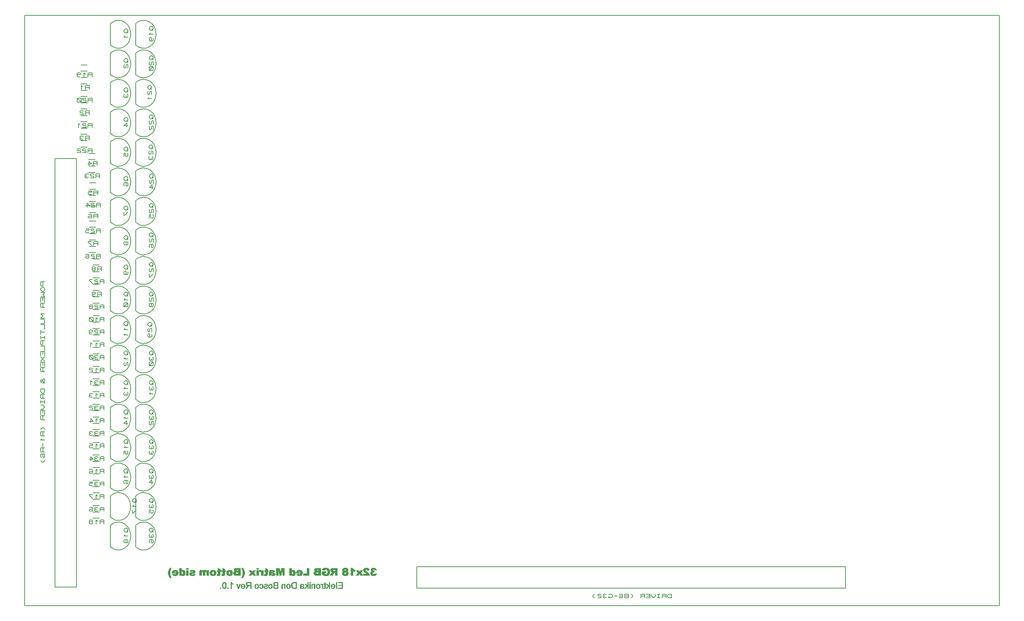
<source format=gbr>
G04 PROTEUS GERBER X2 FILE*
%TF.GenerationSoftware,Labcenter,Proteus,8.6-SP2-Build23525*%
%TF.CreationDate,2023-01-18T21:31:38+00:00*%
%TF.FileFunction,Legend,Bot*%
%TF.FilePolarity,Positive*%
%TF.Part,Single*%
%FSLAX45Y45*%
%MOMM*%
G01*
%TA.AperFunction,Material*%
%ADD19C,0.203200*%
%TA.AperFunction,Profile*%
%ADD16C,0.203200*%
%TA.AperFunction,Material*%
%ADD70C,0.063500*%
%TD.AperFunction*%
D19*
X-1805252Y-6781500D02*
X+8354748Y-6781500D01*
X+8354748Y-6273500D01*
X-1805252Y-6273500D01*
X-1805252Y-6781500D01*
X+4227248Y-7013580D02*
X+4227248Y-6922140D01*
X+4163748Y-6922140D01*
X+4131998Y-6952620D01*
X+4131998Y-6983100D01*
X+4163748Y-7013580D01*
X+4227248Y-7013580D01*
X+4100248Y-7013580D02*
X+4100248Y-6922140D01*
X+4020873Y-6922140D01*
X+4004998Y-6937380D01*
X+4004998Y-6952620D01*
X+4020873Y-6967860D01*
X+4100248Y-6967860D01*
X+4020873Y-6967860D02*
X+4004998Y-6983100D01*
X+4004998Y-7013580D01*
X+3957373Y-6922140D02*
X+3893873Y-6922140D01*
X+3925623Y-6922140D02*
X+3925623Y-7013580D01*
X+3957373Y-7013580D02*
X+3893873Y-7013580D01*
X+3846248Y-6922140D02*
X+3846248Y-6967860D01*
X+3798623Y-7013580D01*
X+3750998Y-6967860D01*
X+3750998Y-6922140D01*
X+3623998Y-7013580D02*
X+3719248Y-7013580D01*
X+3719248Y-6922140D01*
X+3623998Y-6922140D01*
X+3719248Y-6967860D02*
X+3655748Y-6967860D01*
X+3592248Y-7013580D02*
X+3592248Y-6922140D01*
X+3512873Y-6922140D01*
X+3496998Y-6937380D01*
X+3496998Y-6952620D01*
X+3512873Y-6967860D01*
X+3592248Y-6967860D01*
X+3512873Y-6967860D02*
X+3496998Y-6983100D01*
X+3496998Y-7013580D01*
X+3274748Y-6922140D02*
X+3306498Y-6952620D01*
X+3306498Y-6983100D01*
X+3274748Y-7013580D01*
X+3211248Y-7013580D02*
X+3211248Y-6922140D01*
X+3131873Y-6922140D01*
X+3115998Y-6937380D01*
X+3115998Y-6952620D01*
X+3131873Y-6967860D01*
X+3115998Y-6983100D01*
X+3115998Y-6998340D01*
X+3131873Y-7013580D01*
X+3211248Y-7013580D01*
X+3211248Y-6967860D02*
X+3131873Y-6967860D01*
X+2988998Y-6937380D02*
X+3004873Y-6922140D01*
X+3052498Y-6922140D01*
X+3068373Y-6937380D01*
X+3068373Y-6998340D01*
X+3052498Y-7013580D01*
X+3004873Y-7013580D01*
X+2988998Y-6998340D01*
X+2988998Y-6983100D01*
X+3004873Y-6967860D01*
X+3068373Y-6967860D01*
X+2941373Y-6967860D02*
X+2861998Y-6967860D01*
X+2766748Y-6983100D02*
X+2734998Y-6983100D01*
X+2734998Y-7013580D01*
X+2798498Y-7013580D01*
X+2830248Y-6983100D01*
X+2830248Y-6952620D01*
X+2798498Y-6922140D01*
X+2750873Y-6922140D01*
X+2734998Y-6937380D01*
X+2687373Y-6937380D02*
X+2671498Y-6922140D01*
X+2623873Y-6922140D01*
X+2607998Y-6937380D01*
X+2607998Y-6952620D01*
X+2623873Y-6967860D01*
X+2607998Y-6983100D01*
X+2607998Y-6998340D01*
X+2623873Y-7013580D01*
X+2671498Y-7013580D01*
X+2687373Y-6998340D01*
X+2655623Y-6967860D02*
X+2623873Y-6967860D01*
X+2560373Y-6937380D02*
X+2544498Y-6922140D01*
X+2496873Y-6922140D01*
X+2480998Y-6937380D01*
X+2480998Y-6952620D01*
X+2496873Y-6967860D01*
X+2544498Y-6967860D01*
X+2560373Y-6983100D01*
X+2560373Y-7013580D01*
X+2480998Y-7013580D01*
X+2401623Y-6922140D02*
X+2369873Y-6952620D01*
X+2369873Y-6983100D01*
X+2401623Y-7013580D01*
X-10386752Y-6760000D02*
X-9878752Y-6760000D01*
X-9878752Y+3400000D01*
X-10386752Y+3400000D01*
X-10386752Y-6760000D01*
X-10627392Y+479000D02*
X-10718832Y+479000D01*
X-10718832Y+399625D01*
X-10703592Y+383750D01*
X-10688352Y+383750D01*
X-10673112Y+399625D01*
X-10673112Y+479000D01*
X-10688352Y+352000D02*
X-10718832Y+320250D01*
X-10718832Y+288500D01*
X-10688352Y+256750D01*
X-10657872Y+256750D01*
X-10627392Y+288500D01*
X-10627392Y+320250D01*
X-10657872Y+352000D01*
X-10688352Y+352000D01*
X-10718832Y+225000D02*
X-10627392Y+225000D01*
X-10673112Y+177375D01*
X-10627392Y+129750D01*
X-10718832Y+129750D01*
X-10627392Y+2750D02*
X-10627392Y+98000D01*
X-10718832Y+98000D01*
X-10718832Y+2750D01*
X-10673112Y+98000D02*
X-10673112Y+34500D01*
X-10627392Y-29000D02*
X-10718832Y-29000D01*
X-10718832Y-108375D01*
X-10703592Y-124250D01*
X-10688352Y-124250D01*
X-10673112Y-108375D01*
X-10673112Y-29000D01*
X-10673112Y-108375D02*
X-10657872Y-124250D01*
X-10627392Y-124250D01*
X-10627392Y-283000D02*
X-10718832Y-283000D01*
X-10673112Y-330625D01*
X-10718832Y-378250D01*
X-10627392Y-378250D01*
X-10718832Y-410000D02*
X-10642632Y-410000D01*
X-10627392Y-425875D01*
X-10627392Y-489375D01*
X-10642632Y-505250D01*
X-10718832Y-505250D01*
X-10718832Y-537000D02*
X-10627392Y-537000D01*
X-10627392Y-632250D01*
X-10718832Y-664000D02*
X-10718832Y-759250D01*
X-10718832Y-711625D02*
X-10627392Y-711625D01*
X-10718832Y-806875D02*
X-10718832Y-870375D01*
X-10718832Y-838625D02*
X-10627392Y-838625D01*
X-10627392Y-806875D02*
X-10627392Y-870375D01*
X-10627392Y-918000D02*
X-10718832Y-918000D01*
X-10718832Y-997375D01*
X-10703592Y-1013250D01*
X-10688352Y-1013250D01*
X-10673112Y-997375D01*
X-10673112Y-918000D01*
X-10718832Y-1045000D02*
X-10627392Y-1045000D01*
X-10627392Y-1140250D01*
X-10627392Y-1267250D02*
X-10627392Y-1172000D01*
X-10718832Y-1172000D01*
X-10718832Y-1267250D01*
X-10673112Y-1172000D02*
X-10673112Y-1235500D01*
X-10718832Y-1299000D02*
X-10627392Y-1394250D01*
X-10627392Y-1299000D02*
X-10718832Y-1394250D01*
X-10627392Y-1521250D02*
X-10627392Y-1426000D01*
X-10718832Y-1426000D01*
X-10718832Y-1521250D01*
X-10673112Y-1426000D02*
X-10673112Y-1489500D01*
X-10627392Y-1553000D02*
X-10718832Y-1553000D01*
X-10718832Y-1632375D01*
X-10703592Y-1648250D01*
X-10688352Y-1648250D01*
X-10673112Y-1632375D01*
X-10673112Y-1553000D01*
X-10673112Y-1632375D02*
X-10657872Y-1648250D01*
X-10627392Y-1648250D01*
X-10627392Y-1918125D02*
X-10703592Y-1838750D01*
X-10718832Y-1854625D01*
X-10718832Y-1886375D01*
X-10703592Y-1902250D01*
X-10657872Y-1822875D01*
X-10642632Y-1822875D01*
X-10627392Y-1838750D01*
X-10627392Y-1870500D01*
X-10673112Y-1918125D01*
X-10627392Y-2061000D02*
X-10718832Y-2061000D01*
X-10718832Y-2124500D01*
X-10688352Y-2156250D01*
X-10657872Y-2156250D01*
X-10627392Y-2124500D01*
X-10627392Y-2061000D01*
X-10627392Y-2188000D02*
X-10718832Y-2188000D01*
X-10718832Y-2267375D01*
X-10703592Y-2283250D01*
X-10688352Y-2283250D01*
X-10673112Y-2267375D01*
X-10673112Y-2188000D01*
X-10673112Y-2267375D02*
X-10657872Y-2283250D01*
X-10627392Y-2283250D01*
X-10718832Y-2330875D02*
X-10718832Y-2394375D01*
X-10718832Y-2362625D02*
X-10627392Y-2362625D01*
X-10627392Y-2330875D02*
X-10627392Y-2394375D01*
X-10718832Y-2442000D02*
X-10673112Y-2442000D01*
X-10627392Y-2489625D01*
X-10673112Y-2537250D01*
X-10718832Y-2537250D01*
X-10627392Y-2664250D02*
X-10627392Y-2569000D01*
X-10718832Y-2569000D01*
X-10718832Y-2664250D01*
X-10673112Y-2569000D02*
X-10673112Y-2632500D01*
X-10627392Y-2696000D02*
X-10718832Y-2696000D01*
X-10718832Y-2775375D01*
X-10703592Y-2791250D01*
X-10688352Y-2791250D01*
X-10673112Y-2775375D01*
X-10673112Y-2696000D01*
X-10673112Y-2775375D02*
X-10657872Y-2791250D01*
X-10627392Y-2791250D01*
X-10718832Y-3013500D02*
X-10688352Y-2981750D01*
X-10657872Y-2981750D01*
X-10627392Y-3013500D01*
X-10627392Y-3077000D02*
X-10718832Y-3077000D01*
X-10718832Y-3156375D01*
X-10703592Y-3172250D01*
X-10688352Y-3172250D01*
X-10673112Y-3156375D01*
X-10673112Y-3077000D01*
X-10673112Y-3156375D02*
X-10657872Y-3172250D01*
X-10627392Y-3172250D01*
X-10688352Y-3235750D02*
X-10718832Y-3267500D01*
X-10627392Y-3267500D01*
X-10673112Y-3346875D02*
X-10673112Y-3426250D01*
X-10627392Y-3458000D02*
X-10718832Y-3458000D01*
X-10718832Y-3537375D01*
X-10703592Y-3553250D01*
X-10688352Y-3553250D01*
X-10673112Y-3537375D01*
X-10673112Y-3458000D01*
X-10673112Y-3537375D02*
X-10657872Y-3553250D01*
X-10627392Y-3553250D01*
X-10703592Y-3680250D02*
X-10718832Y-3664375D01*
X-10718832Y-3616750D01*
X-10703592Y-3600875D01*
X-10642632Y-3600875D01*
X-10627392Y-3616750D01*
X-10627392Y-3664375D01*
X-10642632Y-3680250D01*
X-10657872Y-3680250D01*
X-10673112Y-3664375D01*
X-10673112Y-3600875D01*
X-10718832Y-3759625D02*
X-10688352Y-3791375D01*
X-10657872Y-3791375D01*
X-10627392Y-3759625D01*
X-9070352Y+6096000D02*
X-9070352Y+6604000D01*
X-8905252Y+6019800D02*
X-8943550Y+6024562D01*
X-8983040Y+6038850D01*
X-9024910Y+6062662D01*
X-9070352Y+6096000D01*
X-8905252Y+6019800D02*
X-8840334Y+6022431D01*
X-8780299Y+6038912D01*
X-8726310Y+6067839D01*
X-8679530Y+6107807D01*
X-8641121Y+6157412D01*
X-8612247Y+6215249D01*
X-8594070Y+6279913D01*
X-8587752Y+6350000D01*
X-8905252Y+6680200D02*
X-8943550Y+6675438D01*
X-8983040Y+6661150D01*
X-9024910Y+6637338D01*
X-9070352Y+6604000D01*
X-8905252Y+6680200D02*
X-8840334Y+6677569D01*
X-8780299Y+6661088D01*
X-8726310Y+6632161D01*
X-8679530Y+6592193D01*
X-8641121Y+6542588D01*
X-8612247Y+6484751D01*
X-8594070Y+6420087D01*
X-8587752Y+6350000D01*
X-8716632Y+6477000D02*
X-8747112Y+6445250D01*
X-8747112Y+6413500D01*
X-8716632Y+6381750D01*
X-8686152Y+6381750D01*
X-8655672Y+6413500D01*
X-8655672Y+6445250D01*
X-8686152Y+6477000D01*
X-8716632Y+6477000D01*
X-8686152Y+6413500D02*
X-8655672Y+6381750D01*
X-8716632Y+6318250D02*
X-8747112Y+6286500D01*
X-8655672Y+6286500D01*
X-8470352Y+6096000D02*
X-8470352Y+6604000D01*
X-8305252Y+6019800D02*
X-8343550Y+6024562D01*
X-8383040Y+6038850D01*
X-8424910Y+6062662D01*
X-8470352Y+6096000D01*
X-8305252Y+6019800D02*
X-8240334Y+6022431D01*
X-8180299Y+6038912D01*
X-8126310Y+6067839D01*
X-8079530Y+6107807D01*
X-8041121Y+6157412D01*
X-8012247Y+6215249D01*
X-7994070Y+6279913D01*
X-7987752Y+6350000D01*
X-8305252Y+6680200D02*
X-8343550Y+6675438D01*
X-8383040Y+6661150D01*
X-8424910Y+6637338D01*
X-8470352Y+6604000D01*
X-8305252Y+6680200D02*
X-8240334Y+6677569D01*
X-8180299Y+6661088D01*
X-8126310Y+6632161D01*
X-8079530Y+6592193D01*
X-8041121Y+6542588D01*
X-8012247Y+6484751D01*
X-7994070Y+6420087D01*
X-7987752Y+6350000D01*
X-8116632Y+6540500D02*
X-8147112Y+6508750D01*
X-8147112Y+6477000D01*
X-8116632Y+6445250D01*
X-8086152Y+6445250D01*
X-8055672Y+6477000D01*
X-8055672Y+6508750D01*
X-8086152Y+6540500D01*
X-8116632Y+6540500D01*
X-8086152Y+6477000D02*
X-8055672Y+6445250D01*
X-8116632Y+6381750D02*
X-8147112Y+6350000D01*
X-8055672Y+6350000D01*
X-8116632Y+6191250D02*
X-8101392Y+6207125D01*
X-8101392Y+6254750D01*
X-8116632Y+6270625D01*
X-8131872Y+6270625D01*
X-8147112Y+6254750D01*
X-8147112Y+6207125D01*
X-8131872Y+6191250D01*
X-8070912Y+6191250D01*
X-8055672Y+6207125D01*
X-8055672Y+6254750D01*
X-9070352Y+5396000D02*
X-9070352Y+5904000D01*
X-8905252Y+5319800D02*
X-8943550Y+5324562D01*
X-8983040Y+5338850D01*
X-9024910Y+5362662D01*
X-9070352Y+5396000D01*
X-8905252Y+5319800D02*
X-8840334Y+5322431D01*
X-8780299Y+5338912D01*
X-8726310Y+5367839D01*
X-8679530Y+5407807D01*
X-8641121Y+5457412D01*
X-8612247Y+5515249D01*
X-8594070Y+5579913D01*
X-8587752Y+5650000D01*
X-8905252Y+5980200D02*
X-8943550Y+5975438D01*
X-8983040Y+5961150D01*
X-9024910Y+5937338D01*
X-9070352Y+5904000D01*
X-8905252Y+5980200D02*
X-8840334Y+5977569D01*
X-8780299Y+5961088D01*
X-8726310Y+5932161D01*
X-8679530Y+5892193D01*
X-8641121Y+5842588D01*
X-8612247Y+5784751D01*
X-8594070Y+5720087D01*
X-8587752Y+5650000D01*
X-8716632Y+5777000D02*
X-8747112Y+5745250D01*
X-8747112Y+5713500D01*
X-8716632Y+5681750D01*
X-8686152Y+5681750D01*
X-8655672Y+5713500D01*
X-8655672Y+5745250D01*
X-8686152Y+5777000D01*
X-8716632Y+5777000D01*
X-8686152Y+5713500D02*
X-8655672Y+5681750D01*
X-8731872Y+5634125D02*
X-8747112Y+5618250D01*
X-8747112Y+5570625D01*
X-8731872Y+5554750D01*
X-8716632Y+5554750D01*
X-8701392Y+5570625D01*
X-8701392Y+5618250D01*
X-8686152Y+5634125D01*
X-8655672Y+5634125D01*
X-8655672Y+5554750D01*
X-9070352Y+4696000D02*
X-9070352Y+5204000D01*
X-8905252Y+4619800D02*
X-8943550Y+4624562D01*
X-8983040Y+4638850D01*
X-9024910Y+4662662D01*
X-9070352Y+4696000D01*
X-8905252Y+4619800D02*
X-8840334Y+4622431D01*
X-8780299Y+4638912D01*
X-8726310Y+4667839D01*
X-8679530Y+4707807D01*
X-8641121Y+4757412D01*
X-8612247Y+4815249D01*
X-8594070Y+4879913D01*
X-8587752Y+4950000D01*
X-8905252Y+5280200D02*
X-8943550Y+5275438D01*
X-8983040Y+5261150D01*
X-9024910Y+5237338D01*
X-9070352Y+5204000D01*
X-8905252Y+5280200D02*
X-8840334Y+5277569D01*
X-8780299Y+5261088D01*
X-8726310Y+5232161D01*
X-8679530Y+5192193D01*
X-8641121Y+5142588D01*
X-8612247Y+5084751D01*
X-8594070Y+5020087D01*
X-8587752Y+4950000D01*
X-8716632Y+5077000D02*
X-8747112Y+5045250D01*
X-8747112Y+5013500D01*
X-8716632Y+4981750D01*
X-8686152Y+4981750D01*
X-8655672Y+5013500D01*
X-8655672Y+5045250D01*
X-8686152Y+5077000D01*
X-8716632Y+5077000D01*
X-8686152Y+5013500D02*
X-8655672Y+4981750D01*
X-8731872Y+4934125D02*
X-8747112Y+4918250D01*
X-8747112Y+4870625D01*
X-8731872Y+4854750D01*
X-8716632Y+4854750D01*
X-8701392Y+4870625D01*
X-8686152Y+4854750D01*
X-8670912Y+4854750D01*
X-8655672Y+4870625D01*
X-8655672Y+4918250D01*
X-8670912Y+4934125D01*
X-8701392Y+4902375D02*
X-8701392Y+4870625D01*
X-9070352Y+3996000D02*
X-9070352Y+4504000D01*
X-8905252Y+3919800D02*
X-8943550Y+3924562D01*
X-8983040Y+3938850D01*
X-9024910Y+3962662D01*
X-9070352Y+3996000D01*
X-8905252Y+3919800D02*
X-8840334Y+3922431D01*
X-8780299Y+3938912D01*
X-8726310Y+3967839D01*
X-8679530Y+4007807D01*
X-8641121Y+4057412D01*
X-8612247Y+4115249D01*
X-8594070Y+4179913D01*
X-8587752Y+4250000D01*
X-8905252Y+4580200D02*
X-8943550Y+4575438D01*
X-8983040Y+4561150D01*
X-9024910Y+4537338D01*
X-9070352Y+4504000D01*
X-8905252Y+4580200D02*
X-8840334Y+4577569D01*
X-8780299Y+4561088D01*
X-8726310Y+4532161D01*
X-8679530Y+4492193D01*
X-8641121Y+4442588D01*
X-8612247Y+4384751D01*
X-8594070Y+4320087D01*
X-8587752Y+4250000D01*
X-8716632Y+4377000D02*
X-8747112Y+4345250D01*
X-8747112Y+4313500D01*
X-8716632Y+4281750D01*
X-8686152Y+4281750D01*
X-8655672Y+4313500D01*
X-8655672Y+4345250D01*
X-8686152Y+4377000D01*
X-8716632Y+4377000D01*
X-8686152Y+4313500D02*
X-8655672Y+4281750D01*
X-8686152Y+4154750D02*
X-8686152Y+4250000D01*
X-8747112Y+4186500D01*
X-8655672Y+4186500D01*
X-9070352Y+3296000D02*
X-9070352Y+3804000D01*
X-8905252Y+3219800D02*
X-8943550Y+3224562D01*
X-8983040Y+3238850D01*
X-9024910Y+3262662D01*
X-9070352Y+3296000D01*
X-8905252Y+3219800D02*
X-8840334Y+3222431D01*
X-8780299Y+3238912D01*
X-8726310Y+3267839D01*
X-8679530Y+3307807D01*
X-8641121Y+3357412D01*
X-8612247Y+3415249D01*
X-8594070Y+3479913D01*
X-8587752Y+3550000D01*
X-8905252Y+3880200D02*
X-8943550Y+3875438D01*
X-8983040Y+3861150D01*
X-9024910Y+3837338D01*
X-9070352Y+3804000D01*
X-8905252Y+3880200D02*
X-8840334Y+3877569D01*
X-8780299Y+3861088D01*
X-8726310Y+3832161D01*
X-8679530Y+3792193D01*
X-8641121Y+3742588D01*
X-8612247Y+3684751D01*
X-8594070Y+3620087D01*
X-8587752Y+3550000D01*
X-8716632Y+3677000D02*
X-8747112Y+3645250D01*
X-8747112Y+3613500D01*
X-8716632Y+3581750D01*
X-8686152Y+3581750D01*
X-8655672Y+3613500D01*
X-8655672Y+3645250D01*
X-8686152Y+3677000D01*
X-8716632Y+3677000D01*
X-8686152Y+3613500D02*
X-8655672Y+3581750D01*
X-8747112Y+3454750D02*
X-8747112Y+3534125D01*
X-8716632Y+3534125D01*
X-8716632Y+3470625D01*
X-8701392Y+3454750D01*
X-8670912Y+3454750D01*
X-8655672Y+3470625D01*
X-8655672Y+3518250D01*
X-8670912Y+3534125D01*
X-9070352Y+2596000D02*
X-9070352Y+3104000D01*
X-8905252Y+2519800D02*
X-8943550Y+2524562D01*
X-8983040Y+2538850D01*
X-9024910Y+2562662D01*
X-9070352Y+2596000D01*
X-8905252Y+2519800D02*
X-8840334Y+2522431D01*
X-8780299Y+2538912D01*
X-8726310Y+2567839D01*
X-8679530Y+2607807D01*
X-8641121Y+2657412D01*
X-8612247Y+2715249D01*
X-8594070Y+2779913D01*
X-8587752Y+2850000D01*
X-8905252Y+3180200D02*
X-8943550Y+3175438D01*
X-8983040Y+3161150D01*
X-9024910Y+3137338D01*
X-9070352Y+3104000D01*
X-8905252Y+3180200D02*
X-8840334Y+3177569D01*
X-8780299Y+3161088D01*
X-8726310Y+3132161D01*
X-8679530Y+3092193D01*
X-8641121Y+3042588D01*
X-8612247Y+2984751D01*
X-8594070Y+2920087D01*
X-8587752Y+2850000D01*
X-8716632Y+2977000D02*
X-8747112Y+2945250D01*
X-8747112Y+2913500D01*
X-8716632Y+2881750D01*
X-8686152Y+2881750D01*
X-8655672Y+2913500D01*
X-8655672Y+2945250D01*
X-8686152Y+2977000D01*
X-8716632Y+2977000D01*
X-8686152Y+2913500D02*
X-8655672Y+2881750D01*
X-8731872Y+2754750D02*
X-8747112Y+2770625D01*
X-8747112Y+2818250D01*
X-8731872Y+2834125D01*
X-8670912Y+2834125D01*
X-8655672Y+2818250D01*
X-8655672Y+2770625D01*
X-8670912Y+2754750D01*
X-8686152Y+2754750D01*
X-8701392Y+2770625D01*
X-8701392Y+2834125D01*
X-9070352Y+1896000D02*
X-9070352Y+2404000D01*
X-8905252Y+1819800D02*
X-8943550Y+1824562D01*
X-8983040Y+1838850D01*
X-9024910Y+1862662D01*
X-9070352Y+1896000D01*
X-8905252Y+1819800D02*
X-8840334Y+1822431D01*
X-8780299Y+1838912D01*
X-8726310Y+1867839D01*
X-8679530Y+1907807D01*
X-8641121Y+1957412D01*
X-8612247Y+2015249D01*
X-8594070Y+2079913D01*
X-8587752Y+2150000D01*
X-8905252Y+2480200D02*
X-8943550Y+2475438D01*
X-8983040Y+2461150D01*
X-9024910Y+2437338D01*
X-9070352Y+2404000D01*
X-8905252Y+2480200D02*
X-8840334Y+2477569D01*
X-8780299Y+2461088D01*
X-8726310Y+2432161D01*
X-8679530Y+2392193D01*
X-8641121Y+2342588D01*
X-8612247Y+2284751D01*
X-8594070Y+2220087D01*
X-8587752Y+2150000D01*
X-8716632Y+2277000D02*
X-8747112Y+2245250D01*
X-8747112Y+2213500D01*
X-8716632Y+2181750D01*
X-8686152Y+2181750D01*
X-8655672Y+2213500D01*
X-8655672Y+2245250D01*
X-8686152Y+2277000D01*
X-8716632Y+2277000D01*
X-8686152Y+2213500D02*
X-8655672Y+2181750D01*
X-8747112Y+2134125D02*
X-8747112Y+2054750D01*
X-8731872Y+2054750D01*
X-8655672Y+2134125D01*
X-9070352Y+1196000D02*
X-9070352Y+1704000D01*
X-8905252Y+1119800D02*
X-8943550Y+1124562D01*
X-8983040Y+1138850D01*
X-9024910Y+1162662D01*
X-9070352Y+1196000D01*
X-8905252Y+1119800D02*
X-8840334Y+1122431D01*
X-8780299Y+1138912D01*
X-8726310Y+1167839D01*
X-8679530Y+1207807D01*
X-8641121Y+1257412D01*
X-8612247Y+1315249D01*
X-8594070Y+1379913D01*
X-8587752Y+1450000D01*
X-8905252Y+1780200D02*
X-8943550Y+1775438D01*
X-8983040Y+1761150D01*
X-9024910Y+1737338D01*
X-9070352Y+1704000D01*
X-8905252Y+1780200D02*
X-8840334Y+1777569D01*
X-8780299Y+1761088D01*
X-8726310Y+1732161D01*
X-8679530Y+1692193D01*
X-8641121Y+1642588D01*
X-8612247Y+1584751D01*
X-8594070Y+1520087D01*
X-8587752Y+1450000D01*
X-8716632Y+1577000D02*
X-8747112Y+1545250D01*
X-8747112Y+1513500D01*
X-8716632Y+1481750D01*
X-8686152Y+1481750D01*
X-8655672Y+1513500D01*
X-8655672Y+1545250D01*
X-8686152Y+1577000D01*
X-8716632Y+1577000D01*
X-8686152Y+1513500D02*
X-8655672Y+1481750D01*
X-8701392Y+1418250D02*
X-8716632Y+1434125D01*
X-8731872Y+1434125D01*
X-8747112Y+1418250D01*
X-8747112Y+1370625D01*
X-8731872Y+1354750D01*
X-8716632Y+1354750D01*
X-8701392Y+1370625D01*
X-8701392Y+1418250D01*
X-8686152Y+1434125D01*
X-8670912Y+1434125D01*
X-8655672Y+1418250D01*
X-8655672Y+1370625D01*
X-8670912Y+1354750D01*
X-8686152Y+1354750D01*
X-8701392Y+1370625D01*
X-9070352Y+496000D02*
X-9070352Y+1004000D01*
X-8905252Y+419800D02*
X-8943550Y+424562D01*
X-8983040Y+438850D01*
X-9024910Y+462662D01*
X-9070352Y+496000D01*
X-8905252Y+419800D02*
X-8840334Y+422431D01*
X-8780299Y+438912D01*
X-8726310Y+467839D01*
X-8679530Y+507807D01*
X-8641121Y+557412D01*
X-8612247Y+615249D01*
X-8594070Y+679913D01*
X-8587752Y+750000D01*
X-8905252Y+1080200D02*
X-8943550Y+1075438D01*
X-8983040Y+1061150D01*
X-9024910Y+1037338D01*
X-9070352Y+1004000D01*
X-8905252Y+1080200D02*
X-8840334Y+1077569D01*
X-8780299Y+1061088D01*
X-8726310Y+1032161D01*
X-8679530Y+992193D01*
X-8641121Y+942588D01*
X-8612247Y+884751D01*
X-8594070Y+820087D01*
X-8587752Y+750000D01*
X-8716632Y+877000D02*
X-8747112Y+845250D01*
X-8747112Y+813500D01*
X-8716632Y+781750D01*
X-8686152Y+781750D01*
X-8655672Y+813500D01*
X-8655672Y+845250D01*
X-8686152Y+877000D01*
X-8716632Y+877000D01*
X-8686152Y+813500D02*
X-8655672Y+781750D01*
X-8716632Y+654750D02*
X-8701392Y+670625D01*
X-8701392Y+718250D01*
X-8716632Y+734125D01*
X-8731872Y+734125D01*
X-8747112Y+718250D01*
X-8747112Y+670625D01*
X-8731872Y+654750D01*
X-8670912Y+654750D01*
X-8655672Y+670625D01*
X-8655672Y+718250D01*
X-9070352Y-204000D02*
X-9070352Y+304000D01*
X-8905252Y-280200D02*
X-8943550Y-275438D01*
X-8983040Y-261150D01*
X-9024910Y-237338D01*
X-9070352Y-204000D01*
X-8905252Y-280200D02*
X-8840334Y-277569D01*
X-8780299Y-261088D01*
X-8726310Y-232161D01*
X-8679530Y-192193D01*
X-8641121Y-142588D01*
X-8612247Y-84751D01*
X-8594070Y-20087D01*
X-8587752Y+50000D01*
X-8905252Y+380200D02*
X-8943550Y+375438D01*
X-8983040Y+361150D01*
X-9024910Y+337338D01*
X-9070352Y+304000D01*
X-8905252Y+380200D02*
X-8840334Y+377569D01*
X-8780299Y+361088D01*
X-8726310Y+332161D01*
X-8679530Y+292193D01*
X-8641121Y+242588D01*
X-8612247Y+184751D01*
X-8594070Y+120087D01*
X-8587752Y+50000D01*
X-8716632Y+240500D02*
X-8747112Y+208750D01*
X-8747112Y+177000D01*
X-8716632Y+145250D01*
X-8686152Y+145250D01*
X-8655672Y+177000D01*
X-8655672Y+208750D01*
X-8686152Y+240500D01*
X-8716632Y+240500D01*
X-8686152Y+177000D02*
X-8655672Y+145250D01*
X-8716632Y+81750D02*
X-8747112Y+50000D01*
X-8655672Y+50000D01*
X-8670912Y-13500D02*
X-8731872Y-13500D01*
X-8747112Y-29375D01*
X-8747112Y-92875D01*
X-8731872Y-108750D01*
X-8670912Y-108750D01*
X-8655672Y-92875D01*
X-8655672Y-29375D01*
X-8670912Y-13500D01*
X-8655672Y-13500D02*
X-8747112Y-108750D01*
X-9070352Y-904000D02*
X-9070352Y-396000D01*
X-8905252Y-980200D02*
X-8943550Y-975438D01*
X-8983040Y-961150D01*
X-9024910Y-937338D01*
X-9070352Y-904000D01*
X-8905252Y-980200D02*
X-8840334Y-977569D01*
X-8780299Y-961088D01*
X-8726310Y-932161D01*
X-8679530Y-892193D01*
X-8641121Y-842588D01*
X-8612247Y-784751D01*
X-8594070Y-720087D01*
X-8587752Y-650000D01*
X-8905252Y-319800D02*
X-8943550Y-324562D01*
X-8983040Y-338850D01*
X-9024910Y-362662D01*
X-9070352Y-396000D01*
X-8905252Y-319800D02*
X-8840334Y-322431D01*
X-8780299Y-338912D01*
X-8726310Y-367839D01*
X-8679530Y-407807D01*
X-8641121Y-457412D01*
X-8612247Y-515249D01*
X-8594070Y-579913D01*
X-8587752Y-650000D01*
X-8716632Y-459500D02*
X-8747112Y-491250D01*
X-8747112Y-523000D01*
X-8716632Y-554750D01*
X-8686152Y-554750D01*
X-8655672Y-523000D01*
X-8655672Y-491250D01*
X-8686152Y-459500D01*
X-8716632Y-459500D01*
X-8686152Y-523000D02*
X-8655672Y-554750D01*
X-8716632Y-618250D02*
X-8747112Y-650000D01*
X-8655672Y-650000D01*
X-8716632Y-745250D02*
X-8747112Y-777000D01*
X-8655672Y-777000D01*
X-9070352Y-1604000D02*
X-9070352Y-1096000D01*
X-8905252Y-1680200D02*
X-8943550Y-1675438D01*
X-8983040Y-1661150D01*
X-9024910Y-1637338D01*
X-9070352Y-1604000D01*
X-8905252Y-1680200D02*
X-8840334Y-1677569D01*
X-8780299Y-1661088D01*
X-8726310Y-1632161D01*
X-8679530Y-1592193D01*
X-8641121Y-1542588D01*
X-8612247Y-1484751D01*
X-8594070Y-1420087D01*
X-8587752Y-1350000D01*
X-8905252Y-1019800D02*
X-8943550Y-1024562D01*
X-8983040Y-1038850D01*
X-9024910Y-1062662D01*
X-9070352Y-1096000D01*
X-8905252Y-1019800D02*
X-8840334Y-1022431D01*
X-8780299Y-1038912D01*
X-8726310Y-1067839D01*
X-8679530Y-1107807D01*
X-8641121Y-1157412D01*
X-8612247Y-1215249D01*
X-8594070Y-1279913D01*
X-8587752Y-1350000D01*
X-8716632Y-1159500D02*
X-8747112Y-1191250D01*
X-8747112Y-1223000D01*
X-8716632Y-1254750D01*
X-8686152Y-1254750D01*
X-8655672Y-1223000D01*
X-8655672Y-1191250D01*
X-8686152Y-1159500D01*
X-8716632Y-1159500D01*
X-8686152Y-1223000D02*
X-8655672Y-1254750D01*
X-8716632Y-1318250D02*
X-8747112Y-1350000D01*
X-8655672Y-1350000D01*
X-8731872Y-1429375D02*
X-8747112Y-1445250D01*
X-8747112Y-1492875D01*
X-8731872Y-1508750D01*
X-8716632Y-1508750D01*
X-8701392Y-1492875D01*
X-8701392Y-1445250D01*
X-8686152Y-1429375D01*
X-8655672Y-1429375D01*
X-8655672Y-1508750D01*
X-9070352Y-2304000D02*
X-9070352Y-1796000D01*
X-8905252Y-2380200D02*
X-8943550Y-2375438D01*
X-8983040Y-2361150D01*
X-9024910Y-2337338D01*
X-9070352Y-2304000D01*
X-8905252Y-2380200D02*
X-8840334Y-2377569D01*
X-8780299Y-2361088D01*
X-8726310Y-2332161D01*
X-8679530Y-2292193D01*
X-8641121Y-2242588D01*
X-8612247Y-2184751D01*
X-8594070Y-2120087D01*
X-8587752Y-2050000D01*
X-8905252Y-1719800D02*
X-8943550Y-1724562D01*
X-8983040Y-1738850D01*
X-9024910Y-1762662D01*
X-9070352Y-1796000D01*
X-8905252Y-1719800D02*
X-8840334Y-1722431D01*
X-8780299Y-1738912D01*
X-8726310Y-1767839D01*
X-8679530Y-1807807D01*
X-8641121Y-1857412D01*
X-8612247Y-1915249D01*
X-8594070Y-1979913D01*
X-8587752Y-2050000D01*
X-8716632Y-1859500D02*
X-8747112Y-1891250D01*
X-8747112Y-1923000D01*
X-8716632Y-1954750D01*
X-8686152Y-1954750D01*
X-8655672Y-1923000D01*
X-8655672Y-1891250D01*
X-8686152Y-1859500D01*
X-8716632Y-1859500D01*
X-8686152Y-1923000D02*
X-8655672Y-1954750D01*
X-8716632Y-2018250D02*
X-8747112Y-2050000D01*
X-8655672Y-2050000D01*
X-8731872Y-2129375D02*
X-8747112Y-2145250D01*
X-8747112Y-2192875D01*
X-8731872Y-2208750D01*
X-8716632Y-2208750D01*
X-8701392Y-2192875D01*
X-8686152Y-2208750D01*
X-8670912Y-2208750D01*
X-8655672Y-2192875D01*
X-8655672Y-2145250D01*
X-8670912Y-2129375D01*
X-8701392Y-2161125D02*
X-8701392Y-2192875D01*
X-9070352Y-3004000D02*
X-9070352Y-2496000D01*
X-8905252Y-3080200D02*
X-8943550Y-3075438D01*
X-8983040Y-3061150D01*
X-9024910Y-3037338D01*
X-9070352Y-3004000D01*
X-8905252Y-3080200D02*
X-8840334Y-3077569D01*
X-8780299Y-3061088D01*
X-8726310Y-3032161D01*
X-8679530Y-2992193D01*
X-8641121Y-2942588D01*
X-8612247Y-2884751D01*
X-8594070Y-2820087D01*
X-8587752Y-2750000D01*
X-8905252Y-2419800D02*
X-8943550Y-2424562D01*
X-8983040Y-2438850D01*
X-9024910Y-2462662D01*
X-9070352Y-2496000D01*
X-8905252Y-2419800D02*
X-8840334Y-2422431D01*
X-8780299Y-2438912D01*
X-8726310Y-2467839D01*
X-8679530Y-2507807D01*
X-8641121Y-2557412D01*
X-8612247Y-2615249D01*
X-8594070Y-2679913D01*
X-8587752Y-2750000D01*
X-8716632Y-2559500D02*
X-8747112Y-2591250D01*
X-8747112Y-2623000D01*
X-8716632Y-2654750D01*
X-8686152Y-2654750D01*
X-8655672Y-2623000D01*
X-8655672Y-2591250D01*
X-8686152Y-2559500D01*
X-8716632Y-2559500D01*
X-8686152Y-2623000D02*
X-8655672Y-2654750D01*
X-8716632Y-2718250D02*
X-8747112Y-2750000D01*
X-8655672Y-2750000D01*
X-8686152Y-2908750D02*
X-8686152Y-2813500D01*
X-8747112Y-2877000D01*
X-8655672Y-2877000D01*
X-9070352Y-3704000D02*
X-9070352Y-3196000D01*
X-8905252Y-3780200D02*
X-8943550Y-3775438D01*
X-8983040Y-3761150D01*
X-9024910Y-3737338D01*
X-9070352Y-3704000D01*
X-8905252Y-3780200D02*
X-8840334Y-3777569D01*
X-8780299Y-3761088D01*
X-8726310Y-3732161D01*
X-8679530Y-3692193D01*
X-8641121Y-3642588D01*
X-8612247Y-3584751D01*
X-8594070Y-3520087D01*
X-8587752Y-3450000D01*
X-8905252Y-3119800D02*
X-8943550Y-3124562D01*
X-8983040Y-3138850D01*
X-9024910Y-3162662D01*
X-9070352Y-3196000D01*
X-8905252Y-3119800D02*
X-8840334Y-3122431D01*
X-8780299Y-3138912D01*
X-8726310Y-3167839D01*
X-8679530Y-3207807D01*
X-8641121Y-3257412D01*
X-8612247Y-3315249D01*
X-8594070Y-3379913D01*
X-8587752Y-3450000D01*
X-8716632Y-3259500D02*
X-8747112Y-3291250D01*
X-8747112Y-3323000D01*
X-8716632Y-3354750D01*
X-8686152Y-3354750D01*
X-8655672Y-3323000D01*
X-8655672Y-3291250D01*
X-8686152Y-3259500D01*
X-8716632Y-3259500D01*
X-8686152Y-3323000D02*
X-8655672Y-3354750D01*
X-8716632Y-3418250D02*
X-8747112Y-3450000D01*
X-8655672Y-3450000D01*
X-8747112Y-3608750D02*
X-8747112Y-3529375D01*
X-8716632Y-3529375D01*
X-8716632Y-3592875D01*
X-8701392Y-3608750D01*
X-8670912Y-3608750D01*
X-8655672Y-3592875D01*
X-8655672Y-3545250D01*
X-8670912Y-3529375D01*
X-9070352Y-4400800D02*
X-9070352Y-3892800D01*
X-8905252Y-4477000D02*
X-8943550Y-4472238D01*
X-8983040Y-4457950D01*
X-9024910Y-4434138D01*
X-9070352Y-4400800D01*
X-8905252Y-4477000D02*
X-8840334Y-4474369D01*
X-8780299Y-4457888D01*
X-8726310Y-4428961D01*
X-8679530Y-4388993D01*
X-8641121Y-4339388D01*
X-8612247Y-4281551D01*
X-8594070Y-4216887D01*
X-8587752Y-4146800D01*
X-8905252Y-3816600D02*
X-8943550Y-3821362D01*
X-8983040Y-3835650D01*
X-9024910Y-3859462D01*
X-9070352Y-3892800D01*
X-8905252Y-3816600D02*
X-8840334Y-3819231D01*
X-8780299Y-3835712D01*
X-8726310Y-3864639D01*
X-8679530Y-3904607D01*
X-8641121Y-3954212D01*
X-8612247Y-4012049D01*
X-8594070Y-4076713D01*
X-8587752Y-4146800D01*
X-8716632Y-3956300D02*
X-8747112Y-3988050D01*
X-8747112Y-4019800D01*
X-8716632Y-4051550D01*
X-8686152Y-4051550D01*
X-8655672Y-4019800D01*
X-8655672Y-3988050D01*
X-8686152Y-3956300D01*
X-8716632Y-3956300D01*
X-8686152Y-4019800D02*
X-8655672Y-4051550D01*
X-8716632Y-4115050D02*
X-8747112Y-4146800D01*
X-8655672Y-4146800D01*
X-8731872Y-4305550D02*
X-8747112Y-4289675D01*
X-8747112Y-4242050D01*
X-8731872Y-4226175D01*
X-8670912Y-4226175D01*
X-8655672Y-4242050D01*
X-8655672Y-4289675D01*
X-8670912Y-4305550D01*
X-8686152Y-4305550D01*
X-8701392Y-4289675D01*
X-8701392Y-4226175D01*
X-9070352Y-5100800D02*
X-9070352Y-4592800D01*
X-8905252Y-5177000D02*
X-8943550Y-5172238D01*
X-8983040Y-5157950D01*
X-9024910Y-5134138D01*
X-9070352Y-5100800D01*
X-8905252Y-5177000D02*
X-8840334Y-5174369D01*
X-8780299Y-5157888D01*
X-8726310Y-5128961D01*
X-8679530Y-5088993D01*
X-8641121Y-5039388D01*
X-8612247Y-4981551D01*
X-8594070Y-4916887D01*
X-8587752Y-4846800D01*
X-8905252Y-4516600D02*
X-8943550Y-4521362D01*
X-8983040Y-4535650D01*
X-9024910Y-4559462D01*
X-9070352Y-4592800D01*
X-8905252Y-4516600D02*
X-8840334Y-4519231D01*
X-8780299Y-4535712D01*
X-8726310Y-4564639D01*
X-8679530Y-4604607D01*
X-8641121Y-4654212D01*
X-8612247Y-4712049D01*
X-8594070Y-4776713D01*
X-8587752Y-4846800D01*
X-8516632Y-4656300D02*
X-8547112Y-4688050D01*
X-8547112Y-4719800D01*
X-8516632Y-4751550D01*
X-8486152Y-4751550D01*
X-8455672Y-4719800D01*
X-8455672Y-4688050D01*
X-8486152Y-4656300D01*
X-8516632Y-4656300D01*
X-8486152Y-4719800D02*
X-8455672Y-4751550D01*
X-8516632Y-4815050D02*
X-8547112Y-4846800D01*
X-8455672Y-4846800D01*
X-8547112Y-4926175D02*
X-8547112Y-5005550D01*
X-8531872Y-5005550D01*
X-8455672Y-4926175D01*
X-9070352Y-5800800D02*
X-9070352Y-5292800D01*
X-8905252Y-5877000D02*
X-8943550Y-5872238D01*
X-8983040Y-5857950D01*
X-9024910Y-5834138D01*
X-9070352Y-5800800D01*
X-8905252Y-5877000D02*
X-8840334Y-5874369D01*
X-8780299Y-5857888D01*
X-8726310Y-5828961D01*
X-8679530Y-5788993D01*
X-8641121Y-5739388D01*
X-8612247Y-5681551D01*
X-8594070Y-5616887D01*
X-8587752Y-5546800D01*
X-8905252Y-5216600D02*
X-8943550Y-5221362D01*
X-8983040Y-5235650D01*
X-9024910Y-5259462D01*
X-9070352Y-5292800D01*
X-8905252Y-5216600D02*
X-8840334Y-5219231D01*
X-8780299Y-5235712D01*
X-8726310Y-5264639D01*
X-8679530Y-5304607D01*
X-8641121Y-5354212D01*
X-8612247Y-5412049D01*
X-8594070Y-5476713D01*
X-8587752Y-5546800D01*
X-8716632Y-5356300D02*
X-8747112Y-5388050D01*
X-8747112Y-5419800D01*
X-8716632Y-5451550D01*
X-8686152Y-5451550D01*
X-8655672Y-5419800D01*
X-8655672Y-5388050D01*
X-8686152Y-5356300D01*
X-8716632Y-5356300D01*
X-8686152Y-5419800D02*
X-8655672Y-5451550D01*
X-8716632Y-5515050D02*
X-8747112Y-5546800D01*
X-8655672Y-5546800D01*
X-8701392Y-5642050D02*
X-8716632Y-5626175D01*
X-8731872Y-5626175D01*
X-8747112Y-5642050D01*
X-8747112Y-5689675D01*
X-8731872Y-5705550D01*
X-8716632Y-5705550D01*
X-8701392Y-5689675D01*
X-8701392Y-5642050D01*
X-8686152Y-5626175D01*
X-8670912Y-5626175D01*
X-8655672Y-5642050D01*
X-8655672Y-5689675D01*
X-8670912Y-5705550D01*
X-8686152Y-5705550D01*
X-8701392Y-5689675D01*
X-8470352Y+5396000D02*
X-8470352Y+5904000D01*
X-8305252Y+5319800D02*
X-8343550Y+5324562D01*
X-8383040Y+5338850D01*
X-8424910Y+5362662D01*
X-8470352Y+5396000D01*
X-8305252Y+5319800D02*
X-8240334Y+5322431D01*
X-8180299Y+5338912D01*
X-8126310Y+5367839D01*
X-8079530Y+5407807D01*
X-8041121Y+5457412D01*
X-8012247Y+5515249D01*
X-7994070Y+5579913D01*
X-7987752Y+5650000D01*
X-8305252Y+5980200D02*
X-8343550Y+5975438D01*
X-8383040Y+5961150D01*
X-8424910Y+5937338D01*
X-8470352Y+5904000D01*
X-8305252Y+5980200D02*
X-8240334Y+5977569D01*
X-8180299Y+5961088D01*
X-8126310Y+5932161D01*
X-8079530Y+5892193D01*
X-8041121Y+5842588D01*
X-8012247Y+5784751D01*
X-7994070Y+5720087D01*
X-7987752Y+5650000D01*
X-8116632Y+5840500D02*
X-8147112Y+5808750D01*
X-8147112Y+5777000D01*
X-8116632Y+5745250D01*
X-8086152Y+5745250D01*
X-8055672Y+5777000D01*
X-8055672Y+5808750D01*
X-8086152Y+5840500D01*
X-8116632Y+5840500D01*
X-8086152Y+5777000D02*
X-8055672Y+5745250D01*
X-8131872Y+5697625D02*
X-8147112Y+5681750D01*
X-8147112Y+5634125D01*
X-8131872Y+5618250D01*
X-8116632Y+5618250D01*
X-8101392Y+5634125D01*
X-8101392Y+5681750D01*
X-8086152Y+5697625D01*
X-8055672Y+5697625D01*
X-8055672Y+5618250D01*
X-8070912Y+5586500D02*
X-8131872Y+5586500D01*
X-8147112Y+5570625D01*
X-8147112Y+5507125D01*
X-8131872Y+5491250D01*
X-8070912Y+5491250D01*
X-8055672Y+5507125D01*
X-8055672Y+5570625D01*
X-8070912Y+5586500D01*
X-8055672Y+5586500D02*
X-8147112Y+5491250D01*
X-8470352Y+4696000D02*
X-8470352Y+5204000D01*
X-8305252Y+4619800D02*
X-8343550Y+4624562D01*
X-8383040Y+4638850D01*
X-8424910Y+4662662D01*
X-8470352Y+4696000D01*
X-8305252Y+4619800D02*
X-8240334Y+4622431D01*
X-8180299Y+4638912D01*
X-8126310Y+4667839D01*
X-8079530Y+4707807D01*
X-8041121Y+4757412D01*
X-8012247Y+4815249D01*
X-7994070Y+4879913D01*
X-7987752Y+4950000D01*
X-8305252Y+5280200D02*
X-8343550Y+5275438D01*
X-8383040Y+5261150D01*
X-8424910Y+5237338D01*
X-8470352Y+5204000D01*
X-8305252Y+5280200D02*
X-8240334Y+5277569D01*
X-8180299Y+5261088D01*
X-8126310Y+5232161D01*
X-8079530Y+5192193D01*
X-8041121Y+5142588D01*
X-8012247Y+5084751D01*
X-7994070Y+5020087D01*
X-7987752Y+4950000D01*
X-8156128Y+5140500D02*
X-8186608Y+5108750D01*
X-8186608Y+5077000D01*
X-8156128Y+5045250D01*
X-8125648Y+5045250D01*
X-8095168Y+5077000D01*
X-8095168Y+5108750D01*
X-8125648Y+5140500D01*
X-8156128Y+5140500D01*
X-8125648Y+5077000D02*
X-8095168Y+5045250D01*
X-8171368Y+4997625D02*
X-8186608Y+4981750D01*
X-8186608Y+4934125D01*
X-8171368Y+4918250D01*
X-8156128Y+4918250D01*
X-8140888Y+4934125D01*
X-8140888Y+4981750D01*
X-8125648Y+4997625D01*
X-8095168Y+4997625D01*
X-8095168Y+4918250D01*
X-8156128Y+4854750D02*
X-8186608Y+4823000D01*
X-8095168Y+4823000D01*
X-8470352Y+3996000D02*
X-8470352Y+4504000D01*
X-8305252Y+3919800D02*
X-8343550Y+3924562D01*
X-8383040Y+3938850D01*
X-8424910Y+3962662D01*
X-8470352Y+3996000D01*
X-8305252Y+3919800D02*
X-8240334Y+3922431D01*
X-8180299Y+3938912D01*
X-8126310Y+3967839D01*
X-8079530Y+4007807D01*
X-8041121Y+4057412D01*
X-8012247Y+4115249D01*
X-7994070Y+4179913D01*
X-7987752Y+4250000D01*
X-8305252Y+4580200D02*
X-8343550Y+4575438D01*
X-8383040Y+4561150D01*
X-8424910Y+4537338D01*
X-8470352Y+4504000D01*
X-8305252Y+4580200D02*
X-8240334Y+4577569D01*
X-8180299Y+4561088D01*
X-8126310Y+4532161D01*
X-8079530Y+4492193D01*
X-8041121Y+4442588D01*
X-8012247Y+4384751D01*
X-7994070Y+4320087D01*
X-7987752Y+4250000D01*
X-8116632Y+4440500D02*
X-8147112Y+4408750D01*
X-8147112Y+4377000D01*
X-8116632Y+4345250D01*
X-8086152Y+4345250D01*
X-8055672Y+4377000D01*
X-8055672Y+4408750D01*
X-8086152Y+4440500D01*
X-8116632Y+4440500D01*
X-8086152Y+4377000D02*
X-8055672Y+4345250D01*
X-8131872Y+4297625D02*
X-8147112Y+4281750D01*
X-8147112Y+4234125D01*
X-8131872Y+4218250D01*
X-8116632Y+4218250D01*
X-8101392Y+4234125D01*
X-8101392Y+4281750D01*
X-8086152Y+4297625D01*
X-8055672Y+4297625D01*
X-8055672Y+4218250D01*
X-8131872Y+4170625D02*
X-8147112Y+4154750D01*
X-8147112Y+4107125D01*
X-8131872Y+4091250D01*
X-8116632Y+4091250D01*
X-8101392Y+4107125D01*
X-8101392Y+4154750D01*
X-8086152Y+4170625D01*
X-8055672Y+4170625D01*
X-8055672Y+4091250D01*
X-8470352Y+3296000D02*
X-8470352Y+3804000D01*
X-8305252Y+3219800D02*
X-8343550Y+3224562D01*
X-8383040Y+3238850D01*
X-8424910Y+3262662D01*
X-8470352Y+3296000D01*
X-8305252Y+3219800D02*
X-8240334Y+3222431D01*
X-8180299Y+3238912D01*
X-8126310Y+3267839D01*
X-8079530Y+3307807D01*
X-8041121Y+3357412D01*
X-8012247Y+3415249D01*
X-7994070Y+3479913D01*
X-7987752Y+3550000D01*
X-8305252Y+3880200D02*
X-8343550Y+3875438D01*
X-8383040Y+3861150D01*
X-8424910Y+3837338D01*
X-8470352Y+3804000D01*
X-8305252Y+3880200D02*
X-8240334Y+3877569D01*
X-8180299Y+3861088D01*
X-8126310Y+3832161D01*
X-8079530Y+3792193D01*
X-8041121Y+3742588D01*
X-8012247Y+3684751D01*
X-7994070Y+3620087D01*
X-7987752Y+3550000D01*
X-8125713Y+3726035D02*
X-8156193Y+3694285D01*
X-8156193Y+3662535D01*
X-8125713Y+3630785D01*
X-8095233Y+3630785D01*
X-8064753Y+3662535D01*
X-8064753Y+3694285D01*
X-8095233Y+3726035D01*
X-8125713Y+3726035D01*
X-8095233Y+3662535D02*
X-8064753Y+3630785D01*
X-8140953Y+3583160D02*
X-8156193Y+3567285D01*
X-8156193Y+3519660D01*
X-8140953Y+3503785D01*
X-8125713Y+3503785D01*
X-8110473Y+3519660D01*
X-8110473Y+3567285D01*
X-8095233Y+3583160D01*
X-8064753Y+3583160D01*
X-8064753Y+3503785D01*
X-8140953Y+3456160D02*
X-8156193Y+3440285D01*
X-8156193Y+3392660D01*
X-8140953Y+3376785D01*
X-8125713Y+3376785D01*
X-8110473Y+3392660D01*
X-8095233Y+3376785D01*
X-8079993Y+3376785D01*
X-8064753Y+3392660D01*
X-8064753Y+3440285D01*
X-8079993Y+3456160D01*
X-8110473Y+3424410D02*
X-8110473Y+3392660D01*
X-8470352Y+2596000D02*
X-8470352Y+3104000D01*
X-8305252Y+2519800D02*
X-8343550Y+2524562D01*
X-8383040Y+2538850D01*
X-8424910Y+2562662D01*
X-8470352Y+2596000D01*
X-8305252Y+2519800D02*
X-8240334Y+2522431D01*
X-8180299Y+2538912D01*
X-8126310Y+2567839D01*
X-8079530Y+2607807D01*
X-8041121Y+2657412D01*
X-8012247Y+2715249D01*
X-7994070Y+2779913D01*
X-7987752Y+2850000D01*
X-8305252Y+3180200D02*
X-8343550Y+3175438D01*
X-8383040Y+3161150D01*
X-8424910Y+3137338D01*
X-8470352Y+3104000D01*
X-8305252Y+3180200D02*
X-8240334Y+3177569D01*
X-8180299Y+3161088D01*
X-8126310Y+3132161D01*
X-8079530Y+3092193D01*
X-8041121Y+3042588D01*
X-8012247Y+2984751D01*
X-7994070Y+2920087D01*
X-7987752Y+2850000D01*
X-8113388Y+3037256D02*
X-8143868Y+3005506D01*
X-8143868Y+2973756D01*
X-8113388Y+2942006D01*
X-8082908Y+2942006D01*
X-8052428Y+2973756D01*
X-8052428Y+3005506D01*
X-8082908Y+3037256D01*
X-8113388Y+3037256D01*
X-8082908Y+2973756D02*
X-8052428Y+2942006D01*
X-8128628Y+2894381D02*
X-8143868Y+2878506D01*
X-8143868Y+2830881D01*
X-8128628Y+2815006D01*
X-8113388Y+2815006D01*
X-8098148Y+2830881D01*
X-8098148Y+2878506D01*
X-8082908Y+2894381D01*
X-8052428Y+2894381D01*
X-8052428Y+2815006D01*
X-8082908Y+2688006D02*
X-8082908Y+2783256D01*
X-8143868Y+2719756D01*
X-8052428Y+2719756D01*
X-8470352Y+1896000D02*
X-8470352Y+2404000D01*
X-8305252Y+1819800D02*
X-8343550Y+1824562D01*
X-8383040Y+1838850D01*
X-8424910Y+1862662D01*
X-8470352Y+1896000D01*
X-8305252Y+1819800D02*
X-8240334Y+1822431D01*
X-8180299Y+1838912D01*
X-8126310Y+1867839D01*
X-8079530Y+1907807D01*
X-8041121Y+1957412D01*
X-8012247Y+2015249D01*
X-7994070Y+2079913D01*
X-7987752Y+2150000D01*
X-8305252Y+2480200D02*
X-8343550Y+2475438D01*
X-8383040Y+2461150D01*
X-8424910Y+2437338D01*
X-8470352Y+2404000D01*
X-8305252Y+2480200D02*
X-8240334Y+2477569D01*
X-8180299Y+2461088D01*
X-8126310Y+2432161D01*
X-8079530Y+2392193D01*
X-8041121Y+2342588D01*
X-8012247Y+2284751D01*
X-7994070Y+2220087D01*
X-7987752Y+2150000D01*
X-8116632Y+2340500D02*
X-8147112Y+2308750D01*
X-8147112Y+2277000D01*
X-8116632Y+2245250D01*
X-8086152Y+2245250D01*
X-8055672Y+2277000D01*
X-8055672Y+2308750D01*
X-8086152Y+2340500D01*
X-8116632Y+2340500D01*
X-8086152Y+2277000D02*
X-8055672Y+2245250D01*
X-8131872Y+2197625D02*
X-8147112Y+2181750D01*
X-8147112Y+2134125D01*
X-8131872Y+2118250D01*
X-8116632Y+2118250D01*
X-8101392Y+2134125D01*
X-8101392Y+2181750D01*
X-8086152Y+2197625D01*
X-8055672Y+2197625D01*
X-8055672Y+2118250D01*
X-8147112Y+1991250D02*
X-8147112Y+2070625D01*
X-8116632Y+2070625D01*
X-8116632Y+2007125D01*
X-8101392Y+1991250D01*
X-8070912Y+1991250D01*
X-8055672Y+2007125D01*
X-8055672Y+2054750D01*
X-8070912Y+2070625D01*
X-8470352Y+1196000D02*
X-8470352Y+1704000D01*
X-8305252Y+1119800D02*
X-8343550Y+1124562D01*
X-8383040Y+1138850D01*
X-8424910Y+1162662D01*
X-8470352Y+1196000D01*
X-8305252Y+1119800D02*
X-8240334Y+1122431D01*
X-8180299Y+1138912D01*
X-8126310Y+1167839D01*
X-8079530Y+1207807D01*
X-8041121Y+1257412D01*
X-8012247Y+1315249D01*
X-7994070Y+1379913D01*
X-7987752Y+1450000D01*
X-8305252Y+1780200D02*
X-8343550Y+1775438D01*
X-8383040Y+1761150D01*
X-8424910Y+1737338D01*
X-8470352Y+1704000D01*
X-8305252Y+1780200D02*
X-8240334Y+1777569D01*
X-8180299Y+1761088D01*
X-8126310Y+1732161D01*
X-8079530Y+1692193D01*
X-8041121Y+1642588D01*
X-8012247Y+1584751D01*
X-7994070Y+1520087D01*
X-7987752Y+1450000D01*
X-8116632Y+1640500D02*
X-8147112Y+1608750D01*
X-8147112Y+1577000D01*
X-8116632Y+1545250D01*
X-8086152Y+1545250D01*
X-8055672Y+1577000D01*
X-8055672Y+1608750D01*
X-8086152Y+1640500D01*
X-8116632Y+1640500D01*
X-8086152Y+1577000D02*
X-8055672Y+1545250D01*
X-8131872Y+1497625D02*
X-8147112Y+1481750D01*
X-8147112Y+1434125D01*
X-8131872Y+1418250D01*
X-8116632Y+1418250D01*
X-8101392Y+1434125D01*
X-8101392Y+1481750D01*
X-8086152Y+1497625D01*
X-8055672Y+1497625D01*
X-8055672Y+1418250D01*
X-8131872Y+1291250D02*
X-8147112Y+1307125D01*
X-8147112Y+1354750D01*
X-8131872Y+1370625D01*
X-8070912Y+1370625D01*
X-8055672Y+1354750D01*
X-8055672Y+1307125D01*
X-8070912Y+1291250D01*
X-8086152Y+1291250D01*
X-8101392Y+1307125D01*
X-8101392Y+1370625D01*
X-8470352Y+496000D02*
X-8470352Y+1004000D01*
X-8305252Y+419800D02*
X-8343550Y+424562D01*
X-8383040Y+438850D01*
X-8424910Y+462662D01*
X-8470352Y+496000D01*
X-8305252Y+419800D02*
X-8240334Y+422431D01*
X-8180299Y+438912D01*
X-8126310Y+467839D01*
X-8079530Y+507807D01*
X-8041121Y+557412D01*
X-8012247Y+615249D01*
X-7994070Y+679913D01*
X-7987752Y+750000D01*
X-8305252Y+1080200D02*
X-8343550Y+1075438D01*
X-8383040Y+1061150D01*
X-8424910Y+1037338D01*
X-8470352Y+1004000D01*
X-8305252Y+1080200D02*
X-8240334Y+1077569D01*
X-8180299Y+1061088D01*
X-8126310Y+1032161D01*
X-8079530Y+992193D01*
X-8041121Y+942588D01*
X-8012247Y+884751D01*
X-7994070Y+820087D01*
X-7987752Y+750000D01*
X-8116632Y+940500D02*
X-8147112Y+908750D01*
X-8147112Y+877000D01*
X-8116632Y+845250D01*
X-8086152Y+845250D01*
X-8055672Y+877000D01*
X-8055672Y+908750D01*
X-8086152Y+940500D01*
X-8116632Y+940500D01*
X-8086152Y+877000D02*
X-8055672Y+845250D01*
X-8131872Y+797625D02*
X-8147112Y+781750D01*
X-8147112Y+734125D01*
X-8131872Y+718250D01*
X-8116632Y+718250D01*
X-8101392Y+734125D01*
X-8101392Y+781750D01*
X-8086152Y+797625D01*
X-8055672Y+797625D01*
X-8055672Y+718250D01*
X-8147112Y+670625D02*
X-8147112Y+591250D01*
X-8131872Y+591250D01*
X-8055672Y+670625D01*
X-8470352Y-204000D02*
X-8470352Y+304000D01*
X-8305252Y-280200D02*
X-8343550Y-275438D01*
X-8383040Y-261150D01*
X-8424910Y-237338D01*
X-8470352Y-204000D01*
X-8305252Y-280200D02*
X-8240334Y-277569D01*
X-8180299Y-261088D01*
X-8126310Y-232161D01*
X-8079530Y-192193D01*
X-8041121Y-142588D01*
X-8012247Y-84751D01*
X-7994070Y-20087D01*
X-7987752Y+50000D01*
X-8305252Y+380200D02*
X-8343550Y+375438D01*
X-8383040Y+361150D01*
X-8424910Y+337338D01*
X-8470352Y+304000D01*
X-8305252Y+380200D02*
X-8240334Y+377569D01*
X-8180299Y+361088D01*
X-8126310Y+332161D01*
X-8079530Y+292193D01*
X-8041121Y+242588D01*
X-8012247Y+184751D01*
X-7994070Y+120087D01*
X-7987752Y+50000D01*
X-8116632Y+240500D02*
X-8147112Y+208750D01*
X-8147112Y+177000D01*
X-8116632Y+145250D01*
X-8086152Y+145250D01*
X-8055672Y+177000D01*
X-8055672Y+208750D01*
X-8086152Y+240500D01*
X-8116632Y+240500D01*
X-8086152Y+177000D02*
X-8055672Y+145250D01*
X-8131872Y+97625D02*
X-8147112Y+81750D01*
X-8147112Y+34125D01*
X-8131872Y+18250D01*
X-8116632Y+18250D01*
X-8101392Y+34125D01*
X-8101392Y+81750D01*
X-8086152Y+97625D01*
X-8055672Y+97625D01*
X-8055672Y+18250D01*
X-8101392Y-45250D02*
X-8116632Y-29375D01*
X-8131872Y-29375D01*
X-8147112Y-45250D01*
X-8147112Y-92875D01*
X-8131872Y-108750D01*
X-8116632Y-108750D01*
X-8101392Y-92875D01*
X-8101392Y-45250D01*
X-8086152Y-29375D01*
X-8070912Y-29375D01*
X-8055672Y-45250D01*
X-8055672Y-92875D01*
X-8070912Y-108750D01*
X-8086152Y-108750D01*
X-8101392Y-92875D01*
X-8470352Y-904000D02*
X-8470352Y-396000D01*
X-8305252Y-980200D02*
X-8343550Y-975438D01*
X-8383040Y-961150D01*
X-8424910Y-937338D01*
X-8470352Y-904000D01*
X-8305252Y-980200D02*
X-8240334Y-977569D01*
X-8180299Y-961088D01*
X-8126310Y-932161D01*
X-8079530Y-892193D01*
X-8041121Y-842588D01*
X-8012247Y-784751D01*
X-7994070Y-720087D01*
X-7987752Y-650000D01*
X-8305252Y-319800D02*
X-8343550Y-324562D01*
X-8383040Y-338850D01*
X-8424910Y-362662D01*
X-8470352Y-396000D01*
X-8305252Y-319800D02*
X-8240334Y-322431D01*
X-8180299Y-338912D01*
X-8126310Y-367839D01*
X-8079530Y-407807D01*
X-8041121Y-457412D01*
X-8012247Y-515249D01*
X-7994070Y-579913D01*
X-7987752Y-650000D01*
X-8153262Y-480056D02*
X-8183742Y-511806D01*
X-8183742Y-543556D01*
X-8153262Y-575306D01*
X-8122782Y-575306D01*
X-8092302Y-543556D01*
X-8092302Y-511806D01*
X-8122782Y-480056D01*
X-8153262Y-480056D01*
X-8122782Y-543556D02*
X-8092302Y-575306D01*
X-8168502Y-622931D02*
X-8183742Y-638806D01*
X-8183742Y-686431D01*
X-8168502Y-702306D01*
X-8153262Y-702306D01*
X-8138022Y-686431D01*
X-8138022Y-638806D01*
X-8122782Y-622931D01*
X-8092302Y-622931D01*
X-8092302Y-702306D01*
X-8153262Y-829306D02*
X-8138022Y-813431D01*
X-8138022Y-765806D01*
X-8153262Y-749931D01*
X-8168502Y-749931D01*
X-8183742Y-765806D01*
X-8183742Y-813431D01*
X-8168502Y-829306D01*
X-8107542Y-829306D01*
X-8092302Y-813431D01*
X-8092302Y-765806D01*
X-8470352Y-1604000D02*
X-8470352Y-1096000D01*
X-8305252Y-1680200D02*
X-8343550Y-1675438D01*
X-8383040Y-1661150D01*
X-8424910Y-1637338D01*
X-8470352Y-1604000D01*
X-8305252Y-1680200D02*
X-8240334Y-1677569D01*
X-8180299Y-1661088D01*
X-8126310Y-1632161D01*
X-8079530Y-1592193D01*
X-8041121Y-1542588D01*
X-8012247Y-1484751D01*
X-7994070Y-1420087D01*
X-7987752Y-1350000D01*
X-8305252Y-1019800D02*
X-8343550Y-1024562D01*
X-8383040Y-1038850D01*
X-8424910Y-1062662D01*
X-8470352Y-1096000D01*
X-8305252Y-1019800D02*
X-8240334Y-1022431D01*
X-8180299Y-1038912D01*
X-8126310Y-1067839D01*
X-8079530Y-1107807D01*
X-8041121Y-1157412D01*
X-8012247Y-1215249D01*
X-7994070Y-1279913D01*
X-7987752Y-1350000D01*
X-8116632Y-1159500D02*
X-8147112Y-1191250D01*
X-8147112Y-1223000D01*
X-8116632Y-1254750D01*
X-8086152Y-1254750D01*
X-8055672Y-1223000D01*
X-8055672Y-1191250D01*
X-8086152Y-1159500D01*
X-8116632Y-1159500D01*
X-8086152Y-1223000D02*
X-8055672Y-1254750D01*
X-8131872Y-1302375D02*
X-8147112Y-1318250D01*
X-8147112Y-1365875D01*
X-8131872Y-1381750D01*
X-8116632Y-1381750D01*
X-8101392Y-1365875D01*
X-8086152Y-1381750D01*
X-8070912Y-1381750D01*
X-8055672Y-1365875D01*
X-8055672Y-1318250D01*
X-8070912Y-1302375D01*
X-8101392Y-1334125D02*
X-8101392Y-1365875D01*
X-8070912Y-1413500D02*
X-8131872Y-1413500D01*
X-8147112Y-1429375D01*
X-8147112Y-1492875D01*
X-8131872Y-1508750D01*
X-8070912Y-1508750D01*
X-8055672Y-1492875D01*
X-8055672Y-1429375D01*
X-8070912Y-1413500D01*
X-8055672Y-1413500D02*
X-8147112Y-1508750D01*
X-8470352Y-2304000D02*
X-8470352Y-1796000D01*
X-8305252Y-2380200D02*
X-8343550Y-2375438D01*
X-8383040Y-2361150D01*
X-8424910Y-2337338D01*
X-8470352Y-2304000D01*
X-8305252Y-2380200D02*
X-8240334Y-2377569D01*
X-8180299Y-2361088D01*
X-8126310Y-2332161D01*
X-8079530Y-2292193D01*
X-8041121Y-2242588D01*
X-8012247Y-2184751D01*
X-7994070Y-2120087D01*
X-7987752Y-2050000D01*
X-8305252Y-1719800D02*
X-8343550Y-1724562D01*
X-8383040Y-1738850D01*
X-8424910Y-1762662D01*
X-8470352Y-1796000D01*
X-8305252Y-1719800D02*
X-8240334Y-1722431D01*
X-8180299Y-1738912D01*
X-8126310Y-1767839D01*
X-8079530Y-1807807D01*
X-8041121Y-1857412D01*
X-8012247Y-1915249D01*
X-7994070Y-1979913D01*
X-7987752Y-2050000D01*
X-8116632Y-1859500D02*
X-8147112Y-1891250D01*
X-8147112Y-1923000D01*
X-8116632Y-1954750D01*
X-8086152Y-1954750D01*
X-8055672Y-1923000D01*
X-8055672Y-1891250D01*
X-8086152Y-1859500D01*
X-8116632Y-1859500D01*
X-8086152Y-1923000D02*
X-8055672Y-1954750D01*
X-8131872Y-2002375D02*
X-8147112Y-2018250D01*
X-8147112Y-2065875D01*
X-8131872Y-2081750D01*
X-8116632Y-2081750D01*
X-8101392Y-2065875D01*
X-8086152Y-2081750D01*
X-8070912Y-2081750D01*
X-8055672Y-2065875D01*
X-8055672Y-2018250D01*
X-8070912Y-2002375D01*
X-8101392Y-2034125D02*
X-8101392Y-2065875D01*
X-8116632Y-2145250D02*
X-8147112Y-2177000D01*
X-8055672Y-2177000D01*
X-8470352Y-3004000D02*
X-8470352Y-2496000D01*
X-8305252Y-3080200D02*
X-8343550Y-3075438D01*
X-8383040Y-3061150D01*
X-8424910Y-3037338D01*
X-8470352Y-3004000D01*
X-8305252Y-3080200D02*
X-8240334Y-3077569D01*
X-8180299Y-3061088D01*
X-8126310Y-3032161D01*
X-8079530Y-2992193D01*
X-8041121Y-2942588D01*
X-8012247Y-2884751D01*
X-7994070Y-2820087D01*
X-7987752Y-2750000D01*
X-8305252Y-2419800D02*
X-8343550Y-2424562D01*
X-8383040Y-2438850D01*
X-8424910Y-2462662D01*
X-8470352Y-2496000D01*
X-8305252Y-2419800D02*
X-8240334Y-2422431D01*
X-8180299Y-2438912D01*
X-8126310Y-2467839D01*
X-8079530Y-2507807D01*
X-8041121Y-2557412D01*
X-8012247Y-2615249D01*
X-7994070Y-2679913D01*
X-7987752Y-2750000D01*
X-8116632Y-2559500D02*
X-8147112Y-2591250D01*
X-8147112Y-2623000D01*
X-8116632Y-2654750D01*
X-8086152Y-2654750D01*
X-8055672Y-2623000D01*
X-8055672Y-2591250D01*
X-8086152Y-2559500D01*
X-8116632Y-2559500D01*
X-8086152Y-2623000D02*
X-8055672Y-2654750D01*
X-8131872Y-2702375D02*
X-8147112Y-2718250D01*
X-8147112Y-2765875D01*
X-8131872Y-2781750D01*
X-8116632Y-2781750D01*
X-8101392Y-2765875D01*
X-8086152Y-2781750D01*
X-8070912Y-2781750D01*
X-8055672Y-2765875D01*
X-8055672Y-2718250D01*
X-8070912Y-2702375D01*
X-8101392Y-2734125D02*
X-8101392Y-2765875D01*
X-8131872Y-2829375D02*
X-8147112Y-2845250D01*
X-8147112Y-2892875D01*
X-8131872Y-2908750D01*
X-8116632Y-2908750D01*
X-8101392Y-2892875D01*
X-8101392Y-2845250D01*
X-8086152Y-2829375D01*
X-8055672Y-2829375D01*
X-8055672Y-2908750D01*
X-8470352Y-3704000D02*
X-8470352Y-3196000D01*
X-8305252Y-3780200D02*
X-8343550Y-3775438D01*
X-8383040Y-3761150D01*
X-8424910Y-3737338D01*
X-8470352Y-3704000D01*
X-8305252Y-3780200D02*
X-8240334Y-3777569D01*
X-8180299Y-3761088D01*
X-8126310Y-3732161D01*
X-8079530Y-3692193D01*
X-8041121Y-3642588D01*
X-8012247Y-3584751D01*
X-7994070Y-3520087D01*
X-7987752Y-3450000D01*
X-8305252Y-3119800D02*
X-8343550Y-3124562D01*
X-8383040Y-3138850D01*
X-8424910Y-3162662D01*
X-8470352Y-3196000D01*
X-8305252Y-3119800D02*
X-8240334Y-3122431D01*
X-8180299Y-3138912D01*
X-8126310Y-3167839D01*
X-8079530Y-3207807D01*
X-8041121Y-3257412D01*
X-8012247Y-3315249D01*
X-7994070Y-3379913D01*
X-7987752Y-3450000D01*
X-8116632Y-3259500D02*
X-8147112Y-3291250D01*
X-8147112Y-3323000D01*
X-8116632Y-3354750D01*
X-8086152Y-3354750D01*
X-8055672Y-3323000D01*
X-8055672Y-3291250D01*
X-8086152Y-3259500D01*
X-8116632Y-3259500D01*
X-8086152Y-3323000D02*
X-8055672Y-3354750D01*
X-8131872Y-3402375D02*
X-8147112Y-3418250D01*
X-8147112Y-3465875D01*
X-8131872Y-3481750D01*
X-8116632Y-3481750D01*
X-8101392Y-3465875D01*
X-8086152Y-3481750D01*
X-8070912Y-3481750D01*
X-8055672Y-3465875D01*
X-8055672Y-3418250D01*
X-8070912Y-3402375D01*
X-8101392Y-3434125D02*
X-8101392Y-3465875D01*
X-8131872Y-3529375D02*
X-8147112Y-3545250D01*
X-8147112Y-3592875D01*
X-8131872Y-3608750D01*
X-8116632Y-3608750D01*
X-8101392Y-3592875D01*
X-8086152Y-3608750D01*
X-8070912Y-3608750D01*
X-8055672Y-3592875D01*
X-8055672Y-3545250D01*
X-8070912Y-3529375D01*
X-8101392Y-3561125D02*
X-8101392Y-3592875D01*
X-8470352Y-4400800D02*
X-8470352Y-3892800D01*
X-8305252Y-4477000D02*
X-8343550Y-4472238D01*
X-8383040Y-4457950D01*
X-8424910Y-4434138D01*
X-8470352Y-4400800D01*
X-8305252Y-4477000D02*
X-8240334Y-4474369D01*
X-8180299Y-4457888D01*
X-8126310Y-4428961D01*
X-8079530Y-4388993D01*
X-8041121Y-4339388D01*
X-8012247Y-4281551D01*
X-7994070Y-4216887D01*
X-7987752Y-4146800D01*
X-8305252Y-3816600D02*
X-8343550Y-3821362D01*
X-8383040Y-3835650D01*
X-8424910Y-3859462D01*
X-8470352Y-3892800D01*
X-8305252Y-3816600D02*
X-8240334Y-3819231D01*
X-8180299Y-3835712D01*
X-8126310Y-3864639D01*
X-8079530Y-3904607D01*
X-8041121Y-3954212D01*
X-8012247Y-4012049D01*
X-7994070Y-4076713D01*
X-7987752Y-4146800D01*
X-8116632Y-3956300D02*
X-8147112Y-3988050D01*
X-8147112Y-4019800D01*
X-8116632Y-4051550D01*
X-8086152Y-4051550D01*
X-8055672Y-4019800D01*
X-8055672Y-3988050D01*
X-8086152Y-3956300D01*
X-8116632Y-3956300D01*
X-8086152Y-4019800D02*
X-8055672Y-4051550D01*
X-8131872Y-4099175D02*
X-8147112Y-4115050D01*
X-8147112Y-4162675D01*
X-8131872Y-4178550D01*
X-8116632Y-4178550D01*
X-8101392Y-4162675D01*
X-8086152Y-4178550D01*
X-8070912Y-4178550D01*
X-8055672Y-4162675D01*
X-8055672Y-4115050D01*
X-8070912Y-4099175D01*
X-8101392Y-4130925D02*
X-8101392Y-4162675D01*
X-8086152Y-4305550D02*
X-8086152Y-4210300D01*
X-8147112Y-4273800D01*
X-8055672Y-4273800D01*
X-8470352Y-5100800D02*
X-8470352Y-4592800D01*
X-8305252Y-5177000D02*
X-8343550Y-5172238D01*
X-8383040Y-5157950D01*
X-8424910Y-5134138D01*
X-8470352Y-5100800D01*
X-8305252Y-5177000D02*
X-8240334Y-5174369D01*
X-8180299Y-5157888D01*
X-8126310Y-5128961D01*
X-8079530Y-5088993D01*
X-8041121Y-5039388D01*
X-8012247Y-4981551D01*
X-7994070Y-4916887D01*
X-7987752Y-4846800D01*
X-8305252Y-4516600D02*
X-8343550Y-4521362D01*
X-8383040Y-4535650D01*
X-8424910Y-4559462D01*
X-8470352Y-4592800D01*
X-8305252Y-4516600D02*
X-8240334Y-4519231D01*
X-8180299Y-4535712D01*
X-8126310Y-4564639D01*
X-8079530Y-4604607D01*
X-8041121Y-4654212D01*
X-8012247Y-4712049D01*
X-7994070Y-4776713D01*
X-7987752Y-4846800D01*
X-8116632Y-4656300D02*
X-8147112Y-4688050D01*
X-8147112Y-4719800D01*
X-8116632Y-4751550D01*
X-8086152Y-4751550D01*
X-8055672Y-4719800D01*
X-8055672Y-4688050D01*
X-8086152Y-4656300D01*
X-8116632Y-4656300D01*
X-8086152Y-4719800D02*
X-8055672Y-4751550D01*
X-8131872Y-4799175D02*
X-8147112Y-4815050D01*
X-8147112Y-4862675D01*
X-8131872Y-4878550D01*
X-8116632Y-4878550D01*
X-8101392Y-4862675D01*
X-8086152Y-4878550D01*
X-8070912Y-4878550D01*
X-8055672Y-4862675D01*
X-8055672Y-4815050D01*
X-8070912Y-4799175D01*
X-8101392Y-4830925D02*
X-8101392Y-4862675D01*
X-8147112Y-5005550D02*
X-8147112Y-4926175D01*
X-8116632Y-4926175D01*
X-8116632Y-4989675D01*
X-8101392Y-5005550D01*
X-8070912Y-5005550D01*
X-8055672Y-4989675D01*
X-8055672Y-4942050D01*
X-8070912Y-4926175D01*
X-8470352Y-5800800D02*
X-8470352Y-5292800D01*
X-8305252Y-5877000D02*
X-8343550Y-5872238D01*
X-8383040Y-5857950D01*
X-8424910Y-5834138D01*
X-8470352Y-5800800D01*
X-8305252Y-5877000D02*
X-8240334Y-5874369D01*
X-8180299Y-5857888D01*
X-8126310Y-5828961D01*
X-8079530Y-5788993D01*
X-8041121Y-5739388D01*
X-8012247Y-5681551D01*
X-7994070Y-5616887D01*
X-7987752Y-5546800D01*
X-8305252Y-5216600D02*
X-8343550Y-5221362D01*
X-8383040Y-5235650D01*
X-8424910Y-5259462D01*
X-8470352Y-5292800D01*
X-8305252Y-5216600D02*
X-8240334Y-5219231D01*
X-8180299Y-5235712D01*
X-8126310Y-5264639D01*
X-8079530Y-5304607D01*
X-8041121Y-5354212D01*
X-8012247Y-5412049D01*
X-7994070Y-5476713D01*
X-7987752Y-5546800D01*
X-8116632Y-5356300D02*
X-8147112Y-5388050D01*
X-8147112Y-5419800D01*
X-8116632Y-5451550D01*
X-8086152Y-5451550D01*
X-8055672Y-5419800D01*
X-8055672Y-5388050D01*
X-8086152Y-5356300D01*
X-8116632Y-5356300D01*
X-8086152Y-5419800D02*
X-8055672Y-5451550D01*
X-8131872Y-5499175D02*
X-8147112Y-5515050D01*
X-8147112Y-5562675D01*
X-8131872Y-5578550D01*
X-8116632Y-5578550D01*
X-8101392Y-5562675D01*
X-8086152Y-5578550D01*
X-8070912Y-5578550D01*
X-8055672Y-5562675D01*
X-8055672Y-5515050D01*
X-8070912Y-5499175D01*
X-8101392Y-5530925D02*
X-8101392Y-5562675D01*
X-8131872Y-5705550D02*
X-8147112Y-5689675D01*
X-8147112Y-5642050D01*
X-8131872Y-5626175D01*
X-8070912Y-5626175D01*
X-8055672Y-5642050D01*
X-8055672Y-5689675D01*
X-8070912Y-5705550D01*
X-8086152Y-5705550D01*
X-8101392Y-5689675D01*
X-8101392Y-5626175D01*
X-9771432Y+5476340D02*
X-9619032Y+5476340D01*
X-9768892Y+5623660D02*
X-9619032Y+5623660D01*
X-9507272Y+5344260D02*
X-9507272Y+5435700D01*
X-9586647Y+5435700D01*
X-9602522Y+5420460D01*
X-9602522Y+5405220D01*
X-9586647Y+5389980D01*
X-9507272Y+5389980D01*
X-9586647Y+5389980D02*
X-9602522Y+5374740D01*
X-9602522Y+5344260D01*
X-9666022Y+5405220D02*
X-9697772Y+5435700D01*
X-9697772Y+5344260D01*
X-9856522Y+5405220D02*
X-9840647Y+5389980D01*
X-9793022Y+5389980D01*
X-9777147Y+5405220D01*
X-9777147Y+5420460D01*
X-9793022Y+5435700D01*
X-9840647Y+5435700D01*
X-9856522Y+5420460D01*
X-9856522Y+5359500D01*
X-9840647Y+5344260D01*
X-9793022Y+5344260D01*
X-9771432Y+5176340D02*
X-9619032Y+5176340D01*
X-9768892Y+5323660D02*
X-9619032Y+5323660D01*
X-9570772Y+5044260D02*
X-9570772Y+5135700D01*
X-9650147Y+5135700D01*
X-9666022Y+5120460D01*
X-9666022Y+5105220D01*
X-9650147Y+5089980D01*
X-9570772Y+5089980D01*
X-9650147Y+5089980D02*
X-9666022Y+5074740D01*
X-9666022Y+5044260D01*
X-9729522Y+5105220D02*
X-9761272Y+5135700D01*
X-9761272Y+5044260D01*
X-9771432Y+4576340D02*
X-9619032Y+4576340D01*
X-9768892Y+4723660D02*
X-9619032Y+4723660D01*
X-9570772Y+4444260D02*
X-9570772Y+4535700D01*
X-9650147Y+4535700D01*
X-9666022Y+4520460D01*
X-9666022Y+4505220D01*
X-9650147Y+4489980D01*
X-9570772Y+4489980D01*
X-9650147Y+4489980D02*
X-9666022Y+4474740D01*
X-9666022Y+4444260D01*
X-9713647Y+4520460D02*
X-9729522Y+4535700D01*
X-9777147Y+4535700D01*
X-9793022Y+4520460D01*
X-9793022Y+4505220D01*
X-9777147Y+4489980D01*
X-9729522Y+4489980D01*
X-9713647Y+4474740D01*
X-9713647Y+4444260D01*
X-9793022Y+4444260D01*
X-9771432Y+3976340D02*
X-9619032Y+3976340D01*
X-9768892Y+4123660D02*
X-9619032Y+4123660D01*
X-9570772Y+3844260D02*
X-9570772Y+3935700D01*
X-9650147Y+3935700D01*
X-9666022Y+3920460D01*
X-9666022Y+3905220D01*
X-9650147Y+3889980D01*
X-9570772Y+3889980D01*
X-9650147Y+3889980D02*
X-9666022Y+3874740D01*
X-9666022Y+3844260D01*
X-9713647Y+3920460D02*
X-9729522Y+3935700D01*
X-9777147Y+3935700D01*
X-9793022Y+3920460D01*
X-9793022Y+3905220D01*
X-9777147Y+3889980D01*
X-9793022Y+3874740D01*
X-9793022Y+3859500D01*
X-9777147Y+3844260D01*
X-9729522Y+3844260D01*
X-9713647Y+3859500D01*
X-9745397Y+3889980D02*
X-9777147Y+3889980D01*
X-9771432Y+4876340D02*
X-9619032Y+4876340D01*
X-9768892Y+5023660D02*
X-9619032Y+5023660D01*
X-9507272Y+4744260D02*
X-9507272Y+4835700D01*
X-9586647Y+4835700D01*
X-9602522Y+4820460D01*
X-9602522Y+4805220D01*
X-9586647Y+4789980D01*
X-9507272Y+4789980D01*
X-9586647Y+4789980D02*
X-9602522Y+4774740D01*
X-9602522Y+4744260D01*
X-9650147Y+4820460D02*
X-9666022Y+4835700D01*
X-9713647Y+4835700D01*
X-9729522Y+4820460D01*
X-9729522Y+4805220D01*
X-9713647Y+4789980D01*
X-9666022Y+4789980D01*
X-9650147Y+4774740D01*
X-9650147Y+4744260D01*
X-9729522Y+4744260D01*
X-9761272Y+4759500D02*
X-9761272Y+4820460D01*
X-9777147Y+4835700D01*
X-9840647Y+4835700D01*
X-9856522Y+4820460D01*
X-9856522Y+4759500D01*
X-9840647Y+4744260D01*
X-9777147Y+4744260D01*
X-9761272Y+4759500D01*
X-9761272Y+4744260D02*
X-9856522Y+4835700D01*
X-9771432Y+4276340D02*
X-9619032Y+4276340D01*
X-9768892Y+4423660D02*
X-9619032Y+4423660D01*
X-9507272Y+4144260D02*
X-9507272Y+4235700D01*
X-9586647Y+4235700D01*
X-9602522Y+4220460D01*
X-9602522Y+4205220D01*
X-9586647Y+4189980D01*
X-9507272Y+4189980D01*
X-9586647Y+4189980D02*
X-9602522Y+4174740D01*
X-9602522Y+4144260D01*
X-9650147Y+4220460D02*
X-9666022Y+4235700D01*
X-9713647Y+4235700D01*
X-9729522Y+4220460D01*
X-9729522Y+4205220D01*
X-9713647Y+4189980D01*
X-9666022Y+4189980D01*
X-9650147Y+4174740D01*
X-9650147Y+4144260D01*
X-9729522Y+4144260D01*
X-9793022Y+4205220D02*
X-9824772Y+4235700D01*
X-9824772Y+4144260D01*
X-9771432Y+3676340D02*
X-9619032Y+3676340D01*
X-9768892Y+3823660D02*
X-9619032Y+3823660D01*
X-9507272Y+3544260D02*
X-9507272Y+3635700D01*
X-9586647Y+3635700D01*
X-9602522Y+3620460D01*
X-9602522Y+3605220D01*
X-9586647Y+3589980D01*
X-9507272Y+3589980D01*
X-9586647Y+3589980D02*
X-9602522Y+3574740D01*
X-9602522Y+3544260D01*
X-9650147Y+3620460D02*
X-9666022Y+3635700D01*
X-9713647Y+3635700D01*
X-9729522Y+3620460D01*
X-9729522Y+3605220D01*
X-9713647Y+3589980D01*
X-9666022Y+3589980D01*
X-9650147Y+3574740D01*
X-9650147Y+3544260D01*
X-9729522Y+3544260D01*
X-9777147Y+3620460D02*
X-9793022Y+3635700D01*
X-9840647Y+3635700D01*
X-9856522Y+3620460D01*
X-9856522Y+3605220D01*
X-9840647Y+3589980D01*
X-9793022Y+3589980D01*
X-9777147Y+3574740D01*
X-9777147Y+3544260D01*
X-9856522Y+3544260D01*
X-9586392Y+3376340D02*
X-9433992Y+3376340D01*
X-9583852Y+3523660D02*
X-9433992Y+3523660D01*
X-9385732Y+3244260D02*
X-9385732Y+3335700D01*
X-9465107Y+3335700D01*
X-9480982Y+3320460D01*
X-9480982Y+3305220D01*
X-9465107Y+3289980D01*
X-9385732Y+3289980D01*
X-9465107Y+3289980D02*
X-9480982Y+3274740D01*
X-9480982Y+3244260D01*
X-9607982Y+3274740D02*
X-9512732Y+3274740D01*
X-9576232Y+3335700D01*
X-9576232Y+3244260D01*
X-9586392Y+3076340D02*
X-9433992Y+3076340D01*
X-9583852Y+3223660D02*
X-9433992Y+3223660D01*
X-9322232Y+2944260D02*
X-9322232Y+3035700D01*
X-9401607Y+3035700D01*
X-9417482Y+3020460D01*
X-9417482Y+3005220D01*
X-9401607Y+2989980D01*
X-9322232Y+2989980D01*
X-9401607Y+2989980D02*
X-9417482Y+2974740D01*
X-9417482Y+2944260D01*
X-9465107Y+3020460D02*
X-9480982Y+3035700D01*
X-9528607Y+3035700D01*
X-9544482Y+3020460D01*
X-9544482Y+3005220D01*
X-9528607Y+2989980D01*
X-9480982Y+2989980D01*
X-9465107Y+2974740D01*
X-9465107Y+2944260D01*
X-9544482Y+2944260D01*
X-9592107Y+3020460D02*
X-9607982Y+3035700D01*
X-9655607Y+3035700D01*
X-9671482Y+3020460D01*
X-9671482Y+3005220D01*
X-9655607Y+2989980D01*
X-9671482Y+2974740D01*
X-9671482Y+2959500D01*
X-9655607Y+2944260D01*
X-9607982Y+2944260D01*
X-9592107Y+2959500D01*
X-9623857Y+2989980D02*
X-9655607Y+2989980D01*
X-9571432Y+2676340D02*
X-9419032Y+2676340D01*
X-9568892Y+2823660D02*
X-9419032Y+2823660D01*
X-9370772Y+2544260D02*
X-9370772Y+2635700D01*
X-9450147Y+2635700D01*
X-9466022Y+2620460D01*
X-9466022Y+2605220D01*
X-9450147Y+2589980D01*
X-9370772Y+2589980D01*
X-9450147Y+2589980D02*
X-9466022Y+2574740D01*
X-9466022Y+2544260D01*
X-9593022Y+2635700D02*
X-9513647Y+2635700D01*
X-9513647Y+2605220D01*
X-9577147Y+2605220D01*
X-9593022Y+2589980D01*
X-9593022Y+2559500D01*
X-9577147Y+2544260D01*
X-9529522Y+2544260D01*
X-9513647Y+2559500D01*
X-9571432Y+2386340D02*
X-9419032Y+2386340D01*
X-9568892Y+2533660D02*
X-9419032Y+2533660D01*
X-9307272Y+2254260D02*
X-9307272Y+2345700D01*
X-9386647Y+2345700D01*
X-9402522Y+2330460D01*
X-9402522Y+2315220D01*
X-9386647Y+2299980D01*
X-9307272Y+2299980D01*
X-9386647Y+2299980D02*
X-9402522Y+2284740D01*
X-9402522Y+2254260D01*
X-9450147Y+2330460D02*
X-9466022Y+2345700D01*
X-9513647Y+2345700D01*
X-9529522Y+2330460D01*
X-9529522Y+2315220D01*
X-9513647Y+2299980D01*
X-9466022Y+2299980D01*
X-9450147Y+2284740D01*
X-9450147Y+2254260D01*
X-9529522Y+2254260D01*
X-9656522Y+2284740D02*
X-9561272Y+2284740D01*
X-9624772Y+2345700D01*
X-9624772Y+2254260D01*
X-9571432Y+2126340D02*
X-9419032Y+2126340D01*
X-9568892Y+2273660D02*
X-9419032Y+2273660D01*
X-9370772Y+1994260D02*
X-9370772Y+2085700D01*
X-9450147Y+2085700D01*
X-9466022Y+2070460D01*
X-9466022Y+2055220D01*
X-9450147Y+2039980D01*
X-9370772Y+2039980D01*
X-9450147Y+2039980D02*
X-9466022Y+2024740D01*
X-9466022Y+1994260D01*
X-9593022Y+2070460D02*
X-9577147Y+2085700D01*
X-9529522Y+2085700D01*
X-9513647Y+2070460D01*
X-9513647Y+2009500D01*
X-9529522Y+1994260D01*
X-9577147Y+1994260D01*
X-9593022Y+2009500D01*
X-9593022Y+2024740D01*
X-9577147Y+2039980D01*
X-9513647Y+2039980D01*
X-9571432Y+1776340D02*
X-9419032Y+1776340D01*
X-9568892Y+1923660D02*
X-9419032Y+1923660D01*
X-9307272Y+1644260D02*
X-9307272Y+1735700D01*
X-9386647Y+1735700D01*
X-9402522Y+1720460D01*
X-9402522Y+1705220D01*
X-9386647Y+1689980D01*
X-9307272Y+1689980D01*
X-9386647Y+1689980D02*
X-9402522Y+1674740D01*
X-9402522Y+1644260D01*
X-9450147Y+1720460D02*
X-9466022Y+1735700D01*
X-9513647Y+1735700D01*
X-9529522Y+1720460D01*
X-9529522Y+1705220D01*
X-9513647Y+1689980D01*
X-9466022Y+1689980D01*
X-9450147Y+1674740D01*
X-9450147Y+1644260D01*
X-9529522Y+1644260D01*
X-9656522Y+1735700D02*
X-9577147Y+1735700D01*
X-9577147Y+1705220D01*
X-9640647Y+1705220D01*
X-9656522Y+1689980D01*
X-9656522Y+1659500D01*
X-9640647Y+1644260D01*
X-9593022Y+1644260D01*
X-9577147Y+1659500D01*
X-9571432Y+1476340D02*
X-9419032Y+1476340D01*
X-9568892Y+1623660D02*
X-9419032Y+1623660D01*
X-9370772Y+1344260D02*
X-9370772Y+1435700D01*
X-9450147Y+1435700D01*
X-9466022Y+1420460D01*
X-9466022Y+1405220D01*
X-9450147Y+1389980D01*
X-9370772Y+1389980D01*
X-9450147Y+1389980D02*
X-9466022Y+1374740D01*
X-9466022Y+1344260D01*
X-9513647Y+1435700D02*
X-9593022Y+1435700D01*
X-9593022Y+1420460D01*
X-9513647Y+1344260D01*
X-9571432Y+1176340D02*
X-9419032Y+1176340D01*
X-9568892Y+1323660D02*
X-9419032Y+1323660D01*
X-9307272Y+1044260D02*
X-9307272Y+1135700D01*
X-9386647Y+1135700D01*
X-9402522Y+1120460D01*
X-9402522Y+1105220D01*
X-9386647Y+1089980D01*
X-9307272Y+1089980D01*
X-9386647Y+1089980D02*
X-9402522Y+1074740D01*
X-9402522Y+1044260D01*
X-9450147Y+1120460D02*
X-9466022Y+1135700D01*
X-9513647Y+1135700D01*
X-9529522Y+1120460D01*
X-9529522Y+1105220D01*
X-9513647Y+1089980D01*
X-9466022Y+1089980D01*
X-9450147Y+1074740D01*
X-9450147Y+1044260D01*
X-9529522Y+1044260D01*
X-9656522Y+1120460D02*
X-9640647Y+1135700D01*
X-9593022Y+1135700D01*
X-9577147Y+1120460D01*
X-9577147Y+1059500D01*
X-9593022Y+1044260D01*
X-9640647Y+1044260D01*
X-9656522Y+1059500D01*
X-9656522Y+1074740D01*
X-9640647Y+1089980D01*
X-9577147Y+1089980D01*
X-9486392Y+876340D02*
X-9333992Y+876340D01*
X-9483852Y+1023660D02*
X-9333992Y+1023660D01*
X-9285732Y+744260D02*
X-9285732Y+835700D01*
X-9365107Y+835700D01*
X-9380982Y+820460D01*
X-9380982Y+805220D01*
X-9365107Y+789980D01*
X-9285732Y+789980D01*
X-9365107Y+789980D02*
X-9380982Y+774740D01*
X-9380982Y+744260D01*
X-9444482Y+789980D02*
X-9428607Y+805220D01*
X-9428607Y+820460D01*
X-9444482Y+835700D01*
X-9492107Y+835700D01*
X-9507982Y+820460D01*
X-9507982Y+805220D01*
X-9492107Y+789980D01*
X-9444482Y+789980D01*
X-9428607Y+774740D01*
X-9428607Y+759500D01*
X-9444482Y+744260D01*
X-9492107Y+744260D01*
X-9507982Y+759500D01*
X-9507982Y+774740D01*
X-9492107Y+789980D01*
X-9486392Y+576340D02*
X-9333992Y+576340D01*
X-9483852Y+723660D02*
X-9333992Y+723660D01*
X-9222232Y+444260D02*
X-9222232Y+535700D01*
X-9301607Y+535700D01*
X-9317482Y+520460D01*
X-9317482Y+505220D01*
X-9301607Y+489980D01*
X-9222232Y+489980D01*
X-9301607Y+489980D02*
X-9317482Y+474740D01*
X-9317482Y+444260D01*
X-9365107Y+520460D02*
X-9380982Y+535700D01*
X-9428607Y+535700D01*
X-9444482Y+520460D01*
X-9444482Y+505220D01*
X-9428607Y+489980D01*
X-9380982Y+489980D01*
X-9365107Y+474740D01*
X-9365107Y+444260D01*
X-9444482Y+444260D01*
X-9492107Y+535700D02*
X-9571482Y+535700D01*
X-9571482Y+520460D01*
X-9492107Y+444260D01*
X-9486392Y+276340D02*
X-9333992Y+276340D01*
X-9483852Y+423660D02*
X-9333992Y+423660D01*
X-9285732Y+144260D02*
X-9285732Y+235700D01*
X-9365107Y+235700D01*
X-9380982Y+220460D01*
X-9380982Y+205220D01*
X-9365107Y+189980D01*
X-9285732Y+189980D01*
X-9365107Y+189980D02*
X-9380982Y+174740D01*
X-9380982Y+144260D01*
X-9507982Y+205220D02*
X-9492107Y+189980D01*
X-9444482Y+189980D01*
X-9428607Y+205220D01*
X-9428607Y+220460D01*
X-9444482Y+235700D01*
X-9492107Y+235700D01*
X-9507982Y+220460D01*
X-9507982Y+159500D01*
X-9492107Y+144260D01*
X-9444482Y+144260D01*
X-9486392Y-23660D02*
X-9333992Y-23660D01*
X-9483852Y+123660D02*
X-9333992Y+123660D01*
X-9222232Y-155740D02*
X-9222232Y-64300D01*
X-9301607Y-64300D01*
X-9317482Y-79540D01*
X-9317482Y-94780D01*
X-9301607Y-110020D01*
X-9222232Y-110020D01*
X-9301607Y-110020D02*
X-9317482Y-125260D01*
X-9317482Y-155740D01*
X-9365107Y-79540D02*
X-9380982Y-64300D01*
X-9428607Y-64300D01*
X-9444482Y-79540D01*
X-9444482Y-94780D01*
X-9428607Y-110020D01*
X-9380982Y-110020D01*
X-9365107Y-125260D01*
X-9365107Y-155740D01*
X-9444482Y-155740D01*
X-9507982Y-110020D02*
X-9492107Y-94780D01*
X-9492107Y-79540D01*
X-9507982Y-64300D01*
X-9555607Y-64300D01*
X-9571482Y-79540D01*
X-9571482Y-94780D01*
X-9555607Y-110020D01*
X-9507982Y-110020D01*
X-9492107Y-125260D01*
X-9492107Y-140500D01*
X-9507982Y-155740D01*
X-9555607Y-155740D01*
X-9571482Y-140500D01*
X-9571482Y-125260D01*
X-9555607Y-110020D01*
X-9486392Y-323660D02*
X-9333992Y-323660D01*
X-9483852Y-176340D02*
X-9333992Y-176340D01*
X-9222232Y-455740D02*
X-9222232Y-364300D01*
X-9301607Y-364300D01*
X-9317482Y-379540D01*
X-9317482Y-394780D01*
X-9301607Y-410020D01*
X-9222232Y-410020D01*
X-9301607Y-410020D02*
X-9317482Y-425260D01*
X-9317482Y-455740D01*
X-9380982Y-394780D02*
X-9412732Y-364300D01*
X-9412732Y-455740D01*
X-9476232Y-440500D02*
X-9476232Y-379540D01*
X-9492107Y-364300D01*
X-9555607Y-364300D01*
X-9571482Y-379540D01*
X-9571482Y-440500D01*
X-9555607Y-455740D01*
X-9492107Y-455740D01*
X-9476232Y-440500D01*
X-9476232Y-455740D02*
X-9571482Y-364300D01*
X-9486392Y-623660D02*
X-9333992Y-623660D01*
X-9483852Y-476340D02*
X-9333992Y-476340D01*
X-9222232Y-755740D02*
X-9222232Y-664300D01*
X-9301607Y-664300D01*
X-9317482Y-679540D01*
X-9317482Y-694780D01*
X-9301607Y-710020D01*
X-9222232Y-710020D01*
X-9301607Y-710020D02*
X-9317482Y-725260D01*
X-9317482Y-755740D01*
X-9365107Y-679540D02*
X-9380982Y-664300D01*
X-9428607Y-664300D01*
X-9444482Y-679540D01*
X-9444482Y-694780D01*
X-9428607Y-710020D01*
X-9380982Y-710020D01*
X-9365107Y-725260D01*
X-9365107Y-755740D01*
X-9444482Y-755740D01*
X-9571482Y-694780D02*
X-9555607Y-710020D01*
X-9507982Y-710020D01*
X-9492107Y-694780D01*
X-9492107Y-679540D01*
X-9507982Y-664300D01*
X-9555607Y-664300D01*
X-9571482Y-679540D01*
X-9571482Y-740500D01*
X-9555607Y-755740D01*
X-9507982Y-755740D01*
X-9486392Y-923660D02*
X-9333992Y-923660D01*
X-9483852Y-776340D02*
X-9333992Y-776340D01*
X-9222232Y-1055740D02*
X-9222232Y-964300D01*
X-9301607Y-964300D01*
X-9317482Y-979540D01*
X-9317482Y-994780D01*
X-9301607Y-1010020D01*
X-9222232Y-1010020D01*
X-9301607Y-1010020D02*
X-9317482Y-1025260D01*
X-9317482Y-1055740D01*
X-9380982Y-994780D02*
X-9412732Y-964300D01*
X-9412732Y-1055740D01*
X-9507982Y-994780D02*
X-9539732Y-964300D01*
X-9539732Y-1055740D01*
X-9486392Y-1223660D02*
X-9333992Y-1223660D01*
X-9483852Y-1076340D02*
X-9333992Y-1076340D01*
X-9222232Y-1355740D02*
X-9222232Y-1264300D01*
X-9301607Y-1264300D01*
X-9317482Y-1279540D01*
X-9317482Y-1294780D01*
X-9301607Y-1310020D01*
X-9222232Y-1310020D01*
X-9301607Y-1310020D02*
X-9317482Y-1325260D01*
X-9317482Y-1355740D01*
X-9365107Y-1279540D02*
X-9380982Y-1264300D01*
X-9428607Y-1264300D01*
X-9444482Y-1279540D01*
X-9444482Y-1294780D01*
X-9428607Y-1310020D01*
X-9444482Y-1325260D01*
X-9444482Y-1340500D01*
X-9428607Y-1355740D01*
X-9380982Y-1355740D01*
X-9365107Y-1340500D01*
X-9396857Y-1310020D02*
X-9428607Y-1310020D01*
X-9476232Y-1340500D02*
X-9476232Y-1279540D01*
X-9492107Y-1264300D01*
X-9555607Y-1264300D01*
X-9571482Y-1279540D01*
X-9571482Y-1340500D01*
X-9555607Y-1355740D01*
X-9492107Y-1355740D01*
X-9476232Y-1340500D01*
X-9476232Y-1355740D02*
X-9571482Y-1264300D01*
X-9486392Y-1523660D02*
X-9333992Y-1523660D01*
X-9483852Y-1376340D02*
X-9333992Y-1376340D01*
X-9222232Y-1655740D02*
X-9222232Y-1564300D01*
X-9301607Y-1564300D01*
X-9317482Y-1579540D01*
X-9317482Y-1594780D01*
X-9301607Y-1610020D01*
X-9222232Y-1610020D01*
X-9301607Y-1610020D02*
X-9317482Y-1625260D01*
X-9317482Y-1655740D01*
X-9380982Y-1594780D02*
X-9412732Y-1564300D01*
X-9412732Y-1655740D01*
X-9492107Y-1579540D02*
X-9507982Y-1564300D01*
X-9555607Y-1564300D01*
X-9571482Y-1579540D01*
X-9571482Y-1594780D01*
X-9555607Y-1610020D01*
X-9507982Y-1610020D01*
X-9492107Y-1625260D01*
X-9492107Y-1655740D01*
X-9571482Y-1655740D01*
X-9486392Y-1823660D02*
X-9333992Y-1823660D01*
X-9483852Y-1676340D02*
X-9333992Y-1676340D01*
X-9222232Y-1955740D02*
X-9222232Y-1864300D01*
X-9301607Y-1864300D01*
X-9317482Y-1879540D01*
X-9317482Y-1894780D01*
X-9301607Y-1910020D01*
X-9222232Y-1910020D01*
X-9301607Y-1910020D02*
X-9317482Y-1925260D01*
X-9317482Y-1955740D01*
X-9365107Y-1879540D02*
X-9380982Y-1864300D01*
X-9428607Y-1864300D01*
X-9444482Y-1879540D01*
X-9444482Y-1894780D01*
X-9428607Y-1910020D01*
X-9444482Y-1925260D01*
X-9444482Y-1940500D01*
X-9428607Y-1955740D01*
X-9380982Y-1955740D01*
X-9365107Y-1940500D01*
X-9396857Y-1910020D02*
X-9428607Y-1910020D01*
X-9507982Y-1894780D02*
X-9539732Y-1864300D01*
X-9539732Y-1955740D01*
X-9486392Y-2123660D02*
X-9333992Y-2123660D01*
X-9483852Y-1976340D02*
X-9333992Y-1976340D01*
X-9222232Y-2255740D02*
X-9222232Y-2164300D01*
X-9301607Y-2164300D01*
X-9317482Y-2179540D01*
X-9317482Y-2194780D01*
X-9301607Y-2210020D01*
X-9222232Y-2210020D01*
X-9301607Y-2210020D02*
X-9317482Y-2225260D01*
X-9317482Y-2255740D01*
X-9380982Y-2194780D02*
X-9412732Y-2164300D01*
X-9412732Y-2255740D01*
X-9492107Y-2179540D02*
X-9507982Y-2164300D01*
X-9555607Y-2164300D01*
X-9571482Y-2179540D01*
X-9571482Y-2194780D01*
X-9555607Y-2210020D01*
X-9571482Y-2225260D01*
X-9571482Y-2240500D01*
X-9555607Y-2255740D01*
X-9507982Y-2255740D01*
X-9492107Y-2240500D01*
X-9523857Y-2210020D02*
X-9555607Y-2210020D01*
X-9486392Y-2423660D02*
X-9333992Y-2423660D01*
X-9483852Y-2276340D02*
X-9333992Y-2276340D01*
X-9222232Y-2555740D02*
X-9222232Y-2464300D01*
X-9301607Y-2464300D01*
X-9317482Y-2479540D01*
X-9317482Y-2494780D01*
X-9301607Y-2510020D01*
X-9222232Y-2510020D01*
X-9301607Y-2510020D02*
X-9317482Y-2525260D01*
X-9317482Y-2555740D01*
X-9365107Y-2479540D02*
X-9380982Y-2464300D01*
X-9428607Y-2464300D01*
X-9444482Y-2479540D01*
X-9444482Y-2494780D01*
X-9428607Y-2510020D01*
X-9444482Y-2525260D01*
X-9444482Y-2540500D01*
X-9428607Y-2555740D01*
X-9380982Y-2555740D01*
X-9365107Y-2540500D01*
X-9396857Y-2510020D02*
X-9428607Y-2510020D01*
X-9492107Y-2479540D02*
X-9507982Y-2464300D01*
X-9555607Y-2464300D01*
X-9571482Y-2479540D01*
X-9571482Y-2494780D01*
X-9555607Y-2510020D01*
X-9507982Y-2510020D01*
X-9492107Y-2525260D01*
X-9492107Y-2555740D01*
X-9571482Y-2555740D01*
X-9486392Y-2723660D02*
X-9333992Y-2723660D01*
X-9483852Y-2576340D02*
X-9333992Y-2576340D01*
X-9222232Y-2855740D02*
X-9222232Y-2764300D01*
X-9301607Y-2764300D01*
X-9317482Y-2779540D01*
X-9317482Y-2794780D01*
X-9301607Y-2810020D01*
X-9222232Y-2810020D01*
X-9301607Y-2810020D02*
X-9317482Y-2825260D01*
X-9317482Y-2855740D01*
X-9380982Y-2794780D02*
X-9412732Y-2764300D01*
X-9412732Y-2855740D01*
X-9571482Y-2825260D02*
X-9476232Y-2825260D01*
X-9539732Y-2764300D01*
X-9539732Y-2855740D01*
X-9486392Y-3023660D02*
X-9333992Y-3023660D01*
X-9483852Y-2876340D02*
X-9333992Y-2876340D01*
X-9222232Y-3155740D02*
X-9222232Y-3064300D01*
X-9301607Y-3064300D01*
X-9317482Y-3079540D01*
X-9317482Y-3094780D01*
X-9301607Y-3110020D01*
X-9222232Y-3110020D01*
X-9301607Y-3110020D02*
X-9317482Y-3125260D01*
X-9317482Y-3155740D01*
X-9365107Y-3079540D02*
X-9380982Y-3064300D01*
X-9428607Y-3064300D01*
X-9444482Y-3079540D01*
X-9444482Y-3094780D01*
X-9428607Y-3110020D01*
X-9444482Y-3125260D01*
X-9444482Y-3140500D01*
X-9428607Y-3155740D01*
X-9380982Y-3155740D01*
X-9365107Y-3140500D01*
X-9396857Y-3110020D02*
X-9428607Y-3110020D01*
X-9492107Y-3079540D02*
X-9507982Y-3064300D01*
X-9555607Y-3064300D01*
X-9571482Y-3079540D01*
X-9571482Y-3094780D01*
X-9555607Y-3110020D01*
X-9571482Y-3125260D01*
X-9571482Y-3140500D01*
X-9555607Y-3155740D01*
X-9507982Y-3155740D01*
X-9492107Y-3140500D01*
X-9523857Y-3110020D02*
X-9555607Y-3110020D01*
X-9486392Y-3623660D02*
X-9333992Y-3623660D01*
X-9483852Y-3476340D02*
X-9333992Y-3476340D01*
X-9222232Y-3755740D02*
X-9222232Y-3664300D01*
X-9301607Y-3664300D01*
X-9317482Y-3679540D01*
X-9317482Y-3694780D01*
X-9301607Y-3710020D01*
X-9222232Y-3710020D01*
X-9301607Y-3710020D02*
X-9317482Y-3725260D01*
X-9317482Y-3755740D01*
X-9365107Y-3679540D02*
X-9380982Y-3664300D01*
X-9428607Y-3664300D01*
X-9444482Y-3679540D01*
X-9444482Y-3694780D01*
X-9428607Y-3710020D01*
X-9444482Y-3725260D01*
X-9444482Y-3740500D01*
X-9428607Y-3755740D01*
X-9380982Y-3755740D01*
X-9365107Y-3740500D01*
X-9396857Y-3710020D02*
X-9428607Y-3710020D01*
X-9571482Y-3725260D02*
X-9476232Y-3725260D01*
X-9539732Y-3664300D01*
X-9539732Y-3755740D01*
X-9486392Y-3323660D02*
X-9333992Y-3323660D01*
X-9483852Y-3176340D02*
X-9333992Y-3176340D01*
X-9222232Y-3455740D02*
X-9222232Y-3364300D01*
X-9301607Y-3364300D01*
X-9317482Y-3379540D01*
X-9317482Y-3394780D01*
X-9301607Y-3410020D01*
X-9222232Y-3410020D01*
X-9301607Y-3410020D02*
X-9317482Y-3425260D01*
X-9317482Y-3455740D01*
X-9380982Y-3394780D02*
X-9412732Y-3364300D01*
X-9412732Y-3455740D01*
X-9571482Y-3364300D02*
X-9492107Y-3364300D01*
X-9492107Y-3394780D01*
X-9555607Y-3394780D01*
X-9571482Y-3410020D01*
X-9571482Y-3440500D01*
X-9555607Y-3455740D01*
X-9507982Y-3455740D01*
X-9492107Y-3440500D01*
X-9486392Y-3923660D02*
X-9333992Y-3923660D01*
X-9483852Y-3776340D02*
X-9333992Y-3776340D01*
X-9222232Y-4055740D02*
X-9222232Y-3964300D01*
X-9301607Y-3964300D01*
X-9317482Y-3979540D01*
X-9317482Y-3994780D01*
X-9301607Y-4010020D01*
X-9222232Y-4010020D01*
X-9301607Y-4010020D02*
X-9317482Y-4025260D01*
X-9317482Y-4055740D01*
X-9380982Y-3994780D02*
X-9412732Y-3964300D01*
X-9412732Y-4055740D01*
X-9571482Y-3979540D02*
X-9555607Y-3964300D01*
X-9507982Y-3964300D01*
X-9492107Y-3979540D01*
X-9492107Y-4040500D01*
X-9507982Y-4055740D01*
X-9555607Y-4055740D01*
X-9571482Y-4040500D01*
X-9571482Y-4025260D01*
X-9555607Y-4010020D01*
X-9492107Y-4010020D01*
X-9486392Y-4223660D02*
X-9333992Y-4223660D01*
X-9483852Y-4076340D02*
X-9333992Y-4076340D01*
X-9222232Y-4355740D02*
X-9222232Y-4264300D01*
X-9301607Y-4264300D01*
X-9317482Y-4279540D01*
X-9317482Y-4294780D01*
X-9301607Y-4310020D01*
X-9222232Y-4310020D01*
X-9301607Y-4310020D02*
X-9317482Y-4325260D01*
X-9317482Y-4355740D01*
X-9365107Y-4279540D02*
X-9380982Y-4264300D01*
X-9428607Y-4264300D01*
X-9444482Y-4279540D01*
X-9444482Y-4294780D01*
X-9428607Y-4310020D01*
X-9444482Y-4325260D01*
X-9444482Y-4340500D01*
X-9428607Y-4355740D01*
X-9380982Y-4355740D01*
X-9365107Y-4340500D01*
X-9396857Y-4310020D02*
X-9428607Y-4310020D01*
X-9571482Y-4264300D02*
X-9492107Y-4264300D01*
X-9492107Y-4294780D01*
X-9555607Y-4294780D01*
X-9571482Y-4310020D01*
X-9571482Y-4340500D01*
X-9555607Y-4355740D01*
X-9507982Y-4355740D01*
X-9492107Y-4340500D01*
X-9486392Y-4523660D02*
X-9333992Y-4523660D01*
X-9483852Y-4376340D02*
X-9333992Y-4376340D01*
X-9222232Y-4655740D02*
X-9222232Y-4564300D01*
X-9301607Y-4564300D01*
X-9317482Y-4579540D01*
X-9317482Y-4594780D01*
X-9301607Y-4610020D01*
X-9222232Y-4610020D01*
X-9301607Y-4610020D02*
X-9317482Y-4625260D01*
X-9317482Y-4655740D01*
X-9380982Y-4594780D02*
X-9412732Y-4564300D01*
X-9412732Y-4655740D01*
X-9492107Y-4564300D02*
X-9571482Y-4564300D01*
X-9571482Y-4579540D01*
X-9492107Y-4655740D01*
X-9486392Y-4823660D02*
X-9333992Y-4823660D01*
X-9483852Y-4676340D02*
X-9333992Y-4676340D01*
X-9222232Y-4955740D02*
X-9222232Y-4864300D01*
X-9301607Y-4864300D01*
X-9317482Y-4879540D01*
X-9317482Y-4894780D01*
X-9301607Y-4910020D01*
X-9222232Y-4910020D01*
X-9301607Y-4910020D02*
X-9317482Y-4925260D01*
X-9317482Y-4955740D01*
X-9365107Y-4879540D02*
X-9380982Y-4864300D01*
X-9428607Y-4864300D01*
X-9444482Y-4879540D01*
X-9444482Y-4894780D01*
X-9428607Y-4910020D01*
X-9444482Y-4925260D01*
X-9444482Y-4940500D01*
X-9428607Y-4955740D01*
X-9380982Y-4955740D01*
X-9365107Y-4940500D01*
X-9396857Y-4910020D02*
X-9428607Y-4910020D01*
X-9571482Y-4879540D02*
X-9555607Y-4864300D01*
X-9507982Y-4864300D01*
X-9492107Y-4879540D01*
X-9492107Y-4940500D01*
X-9507982Y-4955740D01*
X-9555607Y-4955740D01*
X-9571482Y-4940500D01*
X-9571482Y-4925260D01*
X-9555607Y-4910020D01*
X-9492107Y-4910020D01*
X-9486392Y-5123660D02*
X-9333992Y-5123660D01*
X-9483852Y-4976340D02*
X-9333992Y-4976340D01*
X-9222232Y-5255740D02*
X-9222232Y-5164300D01*
X-9301607Y-5164300D01*
X-9317482Y-5179540D01*
X-9317482Y-5194780D01*
X-9301607Y-5210020D01*
X-9222232Y-5210020D01*
X-9301607Y-5210020D02*
X-9317482Y-5225260D01*
X-9317482Y-5255740D01*
X-9380982Y-5194780D02*
X-9412732Y-5164300D01*
X-9412732Y-5255740D01*
X-9507982Y-5210020D02*
X-9492107Y-5194780D01*
X-9492107Y-5179540D01*
X-9507982Y-5164300D01*
X-9555607Y-5164300D01*
X-9571482Y-5179540D01*
X-9571482Y-5194780D01*
X-9555607Y-5210020D01*
X-9507982Y-5210020D01*
X-9492107Y-5225260D01*
X-9492107Y-5240500D01*
X-9507982Y-5255740D01*
X-9555607Y-5255740D01*
X-9571482Y-5240500D01*
X-9571482Y-5225260D01*
X-9555607Y-5210020D01*
D16*
X-11100000Y-7200000D02*
X+12000000Y-7200000D01*
X+12000000Y+6800000D01*
X-11100000Y+6800000D01*
X-11100000Y-7200000D01*
D70*
X-7660367Y-6534645D02*
X-7629887Y-6534645D01*
X-5968727Y-6534645D02*
X-5938247Y-6534645D01*
X-7665447Y-6529565D02*
X-7634967Y-6529565D01*
X-5963647Y-6529565D02*
X-5933167Y-6529565D01*
X-7670527Y-6524485D02*
X-7634967Y-6524485D01*
X-5963647Y-6524485D02*
X-5928087Y-6524485D01*
X-7670527Y-6519405D02*
X-7640047Y-6519405D01*
X-5958567Y-6519405D02*
X-5928087Y-6519405D01*
X-7675607Y-6514325D02*
X-7640047Y-6514325D01*
X-5958567Y-6514325D02*
X-5923007Y-6514325D01*
X-7680687Y-6509245D02*
X-7640047Y-6509245D01*
X-5958567Y-6509245D02*
X-5917927Y-6509245D01*
X-7680687Y-6504165D02*
X-7645127Y-6504165D01*
X-5953487Y-6504165D02*
X-5917927Y-6504165D01*
X-7685767Y-6499085D02*
X-7645127Y-6499085D01*
X-5953487Y-6499085D02*
X-5912847Y-6499085D01*
X-7685767Y-6494005D02*
X-7650207Y-6494005D01*
X-5948407Y-6494005D02*
X-5912847Y-6494005D01*
X-7690847Y-6488925D02*
X-7650207Y-6488925D01*
X-5948407Y-6488925D02*
X-5907767Y-6488925D01*
X-7690847Y-6483845D02*
X-7650207Y-6483845D01*
X-7563847Y-6483845D02*
X-7513047Y-6483845D01*
X-7370807Y-6483845D02*
X-7335247Y-6483845D01*
X-7157447Y-6483845D02*
X-7101567Y-6483845D01*
X-6664687Y-6483845D02*
X-6618967Y-6483845D01*
X-6542767Y-6483845D02*
X-6497047Y-6483845D01*
X-6431007Y-6483845D02*
X-6385287Y-6483845D01*
X-6273527Y-6483845D02*
X-6227807Y-6483845D01*
X-5948407Y-6483845D02*
X-5907767Y-6483845D01*
X-5420087Y-6483845D02*
X-5374367Y-6483845D01*
X-5237207Y-6483845D02*
X-5196567Y-6483845D01*
X-4759687Y-6483845D02*
X-4724127Y-6483845D01*
X-4617447Y-6483845D02*
X-4566647Y-6483845D01*
X-3997687Y-6483845D02*
X-3936727Y-6483845D01*
X-3535407Y-6483845D02*
X-3479527Y-6483845D01*
X-2864847Y-6483845D02*
X-2808967Y-6483845D01*
X-7695927Y-6478765D02*
X-7650207Y-6478765D01*
X-7579087Y-6478765D02*
X-7497807Y-6478765D01*
X-7441927Y-6478765D02*
X-7396207Y-6478765D01*
X-7380967Y-6478765D02*
X-7325087Y-6478765D01*
X-7274287Y-6478765D02*
X-7223487Y-6478765D01*
X-7172687Y-6478765D02*
X-7086327Y-6478765D01*
X-6964407Y-6478765D02*
X-6913607Y-6478765D01*
X-6878047Y-6478765D02*
X-6827247Y-6478765D01*
X-6791687Y-6478765D02*
X-6740887Y-6478765D01*
X-6679927Y-6478765D02*
X-6603727Y-6478765D01*
X-6552927Y-6478765D02*
X-6486887Y-6478765D01*
X-6441167Y-6478765D02*
X-6375127Y-6478765D01*
X-6288767Y-6478765D02*
X-6212567Y-6478765D01*
X-6110967Y-6478765D02*
X-5994127Y-6478765D01*
X-5948407Y-6478765D02*
X-5902687Y-6478765D01*
X-5796007Y-6478765D02*
X-5745207Y-6478765D01*
X-5679167Y-6478765D02*
X-5628367Y-6478765D01*
X-5613127Y-6478765D02*
X-5562327Y-6478765D01*
X-5501367Y-6478765D02*
X-5450567Y-6478765D01*
X-5430247Y-6478765D02*
X-5364207Y-6478765D01*
X-5318487Y-6478765D02*
X-5267687Y-6478765D01*
X-5247367Y-6478765D02*
X-5186407Y-6478765D01*
X-5140687Y-6478765D02*
X-5094967Y-6478765D01*
X-5064487Y-6478765D02*
X-5028927Y-6478765D01*
X-4993367Y-6478765D02*
X-4947647Y-6478765D01*
X-4830807Y-6478765D02*
X-4785087Y-6478765D01*
X-4769847Y-6478765D02*
X-4713967Y-6478765D01*
X-4632687Y-6478765D02*
X-4551407Y-6478765D01*
X-4500607Y-6478765D02*
X-4363447Y-6478765D01*
X-4205967Y-6478765D02*
X-4089127Y-6478765D01*
X-4018007Y-6478765D02*
X-3921487Y-6478765D01*
X-3870687Y-6478765D02*
X-3809727Y-6478765D01*
X-3748767Y-6478765D02*
X-3692887Y-6478765D01*
X-3550647Y-6478765D02*
X-3464287Y-6478765D01*
X-3377927Y-6478765D02*
X-3327127Y-6478765D01*
X-3256007Y-6478765D02*
X-3205207Y-6478765D01*
X-3139167Y-6478765D02*
X-3088367Y-6478765D01*
X-3078207Y-6478765D02*
X-2930887Y-6478765D01*
X-2880087Y-6478765D02*
X-2798807Y-6478765D01*
X-7695927Y-6473685D02*
X-7655287Y-6473685D01*
X-7589247Y-6473685D02*
X-7492727Y-6473685D01*
X-7441927Y-6473685D02*
X-7396207Y-6473685D01*
X-7386047Y-6473685D02*
X-7320007Y-6473685D01*
X-7274287Y-6473685D02*
X-7223487Y-6473685D01*
X-7182847Y-6473685D02*
X-7076167Y-6473685D01*
X-6964407Y-6473685D02*
X-6913607Y-6473685D01*
X-6878047Y-6473685D02*
X-6827247Y-6473685D01*
X-6791687Y-6473685D02*
X-6740887Y-6473685D01*
X-6690087Y-6473685D02*
X-6593567Y-6473685D01*
X-6552927Y-6473685D02*
X-6481807Y-6473685D01*
X-6441167Y-6473685D02*
X-6370047Y-6473685D01*
X-6298927Y-6473685D02*
X-6202407Y-6473685D01*
X-6131287Y-6473685D02*
X-5994127Y-6473685D01*
X-5943327Y-6473685D02*
X-5902687Y-6473685D01*
X-5790927Y-6473685D02*
X-5740127Y-6473685D01*
X-5684247Y-6473685D02*
X-5633447Y-6473685D01*
X-5613127Y-6473685D02*
X-5562327Y-6473685D01*
X-5501367Y-6473685D02*
X-5450567Y-6473685D01*
X-5430247Y-6473685D02*
X-5359127Y-6473685D01*
X-5318487Y-6473685D02*
X-5267687Y-6473685D01*
X-5252447Y-6473685D02*
X-5181327Y-6473685D01*
X-5140687Y-6473685D02*
X-5094967Y-6473685D01*
X-5064487Y-6473685D02*
X-5023847Y-6473685D01*
X-4993367Y-6473685D02*
X-4947647Y-6473685D01*
X-4830807Y-6473685D02*
X-4785087Y-6473685D01*
X-4774927Y-6473685D02*
X-4708887Y-6473685D01*
X-4642847Y-6473685D02*
X-4546327Y-6473685D01*
X-4500607Y-6473685D02*
X-4363447Y-6473685D01*
X-4226287Y-6473685D02*
X-4089127Y-6473685D01*
X-4028167Y-6473685D02*
X-3911327Y-6473685D01*
X-3865607Y-6473685D02*
X-3804647Y-6473685D01*
X-3748767Y-6473685D02*
X-3692887Y-6473685D01*
X-3560807Y-6473685D02*
X-3454127Y-6473685D01*
X-3377927Y-6473685D02*
X-3327127Y-6473685D01*
X-3250927Y-6473685D02*
X-3200127Y-6473685D01*
X-3144247Y-6473685D02*
X-3093447Y-6473685D01*
X-3078207Y-6473685D02*
X-2930887Y-6473685D01*
X-2885167Y-6473685D02*
X-2788647Y-6473685D01*
X-7695927Y-6468605D02*
X-7655287Y-6468605D01*
X-7594327Y-6468605D02*
X-7487647Y-6468605D01*
X-7441927Y-6468605D02*
X-7396207Y-6468605D01*
X-7391127Y-6468605D02*
X-7314927Y-6468605D01*
X-7274287Y-6468605D02*
X-7223487Y-6468605D01*
X-7187927Y-6468605D02*
X-7071087Y-6468605D01*
X-6964407Y-6468605D02*
X-6913607Y-6468605D01*
X-6878047Y-6468605D02*
X-6827247Y-6468605D01*
X-6791687Y-6468605D02*
X-6740887Y-6468605D01*
X-6695167Y-6468605D02*
X-6588487Y-6468605D01*
X-6552927Y-6468605D02*
X-6476727Y-6468605D01*
X-6441167Y-6468605D02*
X-6364967Y-6468605D01*
X-6304007Y-6468605D02*
X-6197327Y-6468605D01*
X-6136367Y-6468605D02*
X-5994127Y-6468605D01*
X-5943327Y-6468605D02*
X-5902687Y-6468605D01*
X-5785847Y-6468605D02*
X-5735047Y-6468605D01*
X-5689327Y-6468605D02*
X-5638527Y-6468605D01*
X-5613127Y-6468605D02*
X-5562327Y-6468605D01*
X-5501367Y-6468605D02*
X-5450567Y-6468605D01*
X-5430247Y-6468605D02*
X-5354047Y-6468605D01*
X-5313407Y-6468605D02*
X-5267687Y-6468605D01*
X-5257527Y-6468605D02*
X-5176247Y-6468605D01*
X-5140687Y-6468605D02*
X-5094967Y-6468605D01*
X-5064487Y-6468605D02*
X-5023847Y-6468605D01*
X-4993367Y-6468605D02*
X-4947647Y-6468605D01*
X-4830807Y-6468605D02*
X-4785087Y-6468605D01*
X-4780007Y-6468605D02*
X-4703807Y-6468605D01*
X-4647927Y-6468605D02*
X-4541247Y-6468605D01*
X-4500607Y-6468605D02*
X-4363447Y-6468605D01*
X-4231367Y-6468605D02*
X-4089127Y-6468605D01*
X-4038327Y-6468605D02*
X-3901167Y-6468605D01*
X-3865607Y-6468605D02*
X-3804647Y-6468605D01*
X-3748767Y-6468605D02*
X-3692887Y-6468605D01*
X-3565887Y-6468605D02*
X-3449047Y-6468605D01*
X-3377927Y-6468605D02*
X-3327127Y-6468605D01*
X-3245847Y-6468605D02*
X-3195047Y-6468605D01*
X-3149327Y-6468605D02*
X-3098527Y-6468605D01*
X-3078207Y-6468605D02*
X-2930887Y-6468605D01*
X-2890247Y-6468605D02*
X-2783567Y-6468605D01*
X-7701007Y-6463525D02*
X-7655287Y-6463525D01*
X-7599407Y-6463525D02*
X-7482567Y-6463525D01*
X-7441927Y-6463525D02*
X-7309847Y-6463525D01*
X-7274287Y-6463525D02*
X-7223487Y-6463525D01*
X-7193007Y-6463525D02*
X-7066007Y-6463525D01*
X-6964407Y-6463525D02*
X-6913607Y-6463525D01*
X-6878047Y-6463525D02*
X-6827247Y-6463525D01*
X-6791687Y-6463525D02*
X-6740887Y-6463525D01*
X-6700247Y-6463525D02*
X-6583407Y-6463525D01*
X-6552927Y-6463525D02*
X-6476727Y-6463525D01*
X-6441167Y-6463525D02*
X-6364967Y-6463525D01*
X-6309087Y-6463525D02*
X-6192247Y-6463525D01*
X-6141447Y-6463525D02*
X-5994127Y-6463525D01*
X-5943327Y-6463525D02*
X-5897607Y-6463525D01*
X-5780767Y-6463525D02*
X-5729967Y-6463525D01*
X-5694407Y-6463525D02*
X-5638527Y-6463525D01*
X-5613127Y-6463525D02*
X-5562327Y-6463525D01*
X-5501367Y-6463525D02*
X-5450567Y-6463525D01*
X-5430247Y-6463525D02*
X-5354047Y-6463525D01*
X-5313407Y-6463525D02*
X-5267687Y-6463525D01*
X-5262607Y-6463525D02*
X-5171167Y-6463525D01*
X-5140687Y-6463525D02*
X-5094967Y-6463525D01*
X-5064487Y-6463525D02*
X-5023847Y-6463525D01*
X-4993367Y-6463525D02*
X-4947647Y-6463525D01*
X-4830807Y-6463525D02*
X-4698727Y-6463525D01*
X-4653007Y-6463525D02*
X-4536167Y-6463525D01*
X-4500607Y-6463525D02*
X-4363447Y-6463525D01*
X-4236447Y-6463525D02*
X-4089127Y-6463525D01*
X-4048487Y-6463525D02*
X-3896087Y-6463525D01*
X-3860527Y-6463525D02*
X-3799567Y-6463525D01*
X-3748767Y-6463525D02*
X-3692887Y-6463525D01*
X-3570967Y-6463525D02*
X-3443967Y-6463525D01*
X-3377927Y-6463525D02*
X-3327127Y-6463525D01*
X-3240767Y-6463525D02*
X-3189967Y-6463525D01*
X-3154407Y-6463525D02*
X-3098527Y-6463525D01*
X-3078207Y-6463525D02*
X-2935967Y-6463525D01*
X-2895327Y-6463525D02*
X-2778487Y-6463525D01*
X-7701007Y-6458445D02*
X-7655287Y-6458445D01*
X-7604487Y-6458445D02*
X-7477487Y-6458445D01*
X-7441927Y-6458445D02*
X-7309847Y-6458445D01*
X-7274287Y-6458445D02*
X-7223487Y-6458445D01*
X-7193007Y-6458445D02*
X-7142207Y-6458445D01*
X-7121887Y-6458445D02*
X-7066007Y-6458445D01*
X-6964407Y-6458445D02*
X-6913607Y-6458445D01*
X-6878047Y-6458445D02*
X-6827247Y-6458445D01*
X-6791687Y-6458445D02*
X-6740887Y-6458445D01*
X-6705327Y-6458445D02*
X-6578327Y-6458445D01*
X-6547847Y-6458445D02*
X-6471647Y-6458445D01*
X-6436087Y-6458445D02*
X-6359887Y-6458445D01*
X-6314167Y-6458445D02*
X-6187167Y-6458445D01*
X-6146527Y-6458445D02*
X-5994127Y-6458445D01*
X-5943327Y-6458445D02*
X-5897607Y-6458445D01*
X-5780767Y-6458445D02*
X-5724887Y-6458445D01*
X-5699487Y-6458445D02*
X-5643607Y-6458445D01*
X-5613127Y-6458445D02*
X-5562327Y-6458445D01*
X-5501367Y-6458445D02*
X-5450567Y-6458445D01*
X-5425167Y-6458445D02*
X-5348967Y-6458445D01*
X-5313407Y-6458445D02*
X-5171167Y-6458445D01*
X-5140687Y-6458445D02*
X-5094967Y-6458445D01*
X-5069567Y-6458445D02*
X-5023847Y-6458445D01*
X-4993367Y-6458445D02*
X-4947647Y-6458445D01*
X-4830807Y-6458445D02*
X-4698727Y-6458445D01*
X-4658087Y-6458445D02*
X-4531087Y-6458445D01*
X-4500607Y-6458445D02*
X-4363447Y-6458445D01*
X-4241527Y-6458445D02*
X-4089127Y-6458445D01*
X-4053567Y-6458445D02*
X-3891007Y-6458445D01*
X-3860527Y-6458445D02*
X-3799567Y-6458445D01*
X-3748767Y-6458445D02*
X-3692887Y-6458445D01*
X-3570967Y-6458445D02*
X-3443967Y-6458445D01*
X-3377927Y-6458445D02*
X-3327127Y-6458445D01*
X-3240767Y-6458445D02*
X-3184887Y-6458445D01*
X-3159487Y-6458445D02*
X-3103607Y-6458445D01*
X-3078207Y-6458445D02*
X-2935967Y-6458445D01*
X-2900407Y-6458445D02*
X-2773407Y-6458445D01*
X-7701007Y-6453365D02*
X-7660367Y-6453365D01*
X-7604487Y-6453365D02*
X-7477487Y-6453365D01*
X-7441927Y-6453365D02*
X-7304767Y-6453365D01*
X-7274287Y-6453365D02*
X-7223487Y-6453365D01*
X-7198087Y-6453365D02*
X-7147287Y-6453365D01*
X-7116807Y-6453365D02*
X-7060927Y-6453365D01*
X-6964407Y-6453365D02*
X-6913607Y-6453365D01*
X-6878047Y-6453365D02*
X-6827247Y-6453365D01*
X-6791687Y-6453365D02*
X-6740887Y-6453365D01*
X-6705327Y-6453365D02*
X-6578327Y-6453365D01*
X-6547847Y-6453365D02*
X-6471647Y-6453365D01*
X-6436087Y-6453365D02*
X-6359887Y-6453365D01*
X-6314167Y-6453365D02*
X-6187167Y-6453365D01*
X-6151607Y-6453365D02*
X-5994127Y-6453365D01*
X-5938247Y-6453365D02*
X-5897607Y-6453365D01*
X-5775687Y-6453365D02*
X-5724887Y-6453365D01*
X-5699487Y-6453365D02*
X-5648687Y-6453365D01*
X-5613127Y-6453365D02*
X-5562327Y-6453365D01*
X-5501367Y-6453365D02*
X-5450567Y-6453365D01*
X-5425167Y-6453365D02*
X-5348967Y-6453365D01*
X-5313407Y-6453365D02*
X-5171167Y-6453365D01*
X-5140687Y-6453365D02*
X-5094967Y-6453365D01*
X-5069567Y-6453365D02*
X-5018767Y-6453365D01*
X-4993367Y-6453365D02*
X-4947647Y-6453365D01*
X-4830807Y-6453365D02*
X-4693647Y-6453365D01*
X-4658087Y-6453365D02*
X-4531087Y-6453365D01*
X-4500607Y-6453365D02*
X-4363447Y-6453365D01*
X-4246607Y-6453365D02*
X-4089127Y-6453365D01*
X-4058647Y-6453365D02*
X-3891007Y-6453365D01*
X-3855447Y-6453365D02*
X-3794487Y-6453365D01*
X-3748767Y-6453365D02*
X-3692887Y-6453365D01*
X-3576047Y-6453365D02*
X-3438887Y-6453365D01*
X-3377927Y-6453365D02*
X-3327127Y-6453365D01*
X-3235687Y-6453365D02*
X-3184887Y-6453365D01*
X-3159487Y-6453365D02*
X-3108687Y-6453365D01*
X-3078207Y-6453365D02*
X-2941047Y-6453365D01*
X-2905487Y-6453365D02*
X-2768327Y-6453365D01*
X-7701007Y-6448285D02*
X-7660367Y-6448285D01*
X-7609567Y-6448285D02*
X-7548607Y-6448285D01*
X-7528287Y-6448285D02*
X-7472407Y-6448285D01*
X-7441927Y-6448285D02*
X-7380967Y-6448285D01*
X-7360647Y-6448285D02*
X-7304767Y-6448285D01*
X-7274287Y-6448285D02*
X-7223487Y-6448285D01*
X-7198087Y-6448285D02*
X-7147287Y-6448285D01*
X-7111727Y-6448285D02*
X-7060927Y-6448285D01*
X-6964407Y-6448285D02*
X-6913607Y-6448285D01*
X-6878047Y-6448285D02*
X-6827247Y-6448285D01*
X-6791687Y-6448285D02*
X-6740887Y-6448285D01*
X-6710407Y-6448285D02*
X-6654527Y-6448285D01*
X-6634207Y-6448285D02*
X-6573247Y-6448285D01*
X-6527527Y-6448285D02*
X-6471647Y-6448285D01*
X-6415767Y-6448285D02*
X-6359887Y-6448285D01*
X-6319247Y-6448285D02*
X-6263367Y-6448285D01*
X-6243047Y-6448285D02*
X-6182087Y-6448285D01*
X-6151607Y-6448285D02*
X-5994127Y-6448285D01*
X-5938247Y-6448285D02*
X-5897607Y-6448285D01*
X-5770607Y-6448285D02*
X-5719807Y-6448285D01*
X-5704567Y-6448285D02*
X-5653767Y-6448285D01*
X-5613127Y-6448285D02*
X-5562327Y-6448285D01*
X-5501367Y-6448285D02*
X-5450567Y-6448285D01*
X-5404847Y-6448285D02*
X-5348967Y-6448285D01*
X-5313407Y-6448285D02*
X-5252447Y-6448285D01*
X-5227047Y-6448285D02*
X-5171167Y-6448285D01*
X-5140687Y-6448285D02*
X-5094967Y-6448285D01*
X-5069567Y-6448285D02*
X-5018767Y-6448285D01*
X-4993367Y-6448285D02*
X-4947647Y-6448285D01*
X-4830807Y-6448285D02*
X-4769847Y-6448285D01*
X-4749527Y-6448285D02*
X-4693647Y-6448285D01*
X-4663167Y-6448285D02*
X-4602207Y-6448285D01*
X-4581887Y-6448285D02*
X-4526007Y-6448285D01*
X-4500607Y-6448285D02*
X-4363447Y-6448285D01*
X-4246607Y-6448285D02*
X-4089127Y-6448285D01*
X-4058647Y-6448285D02*
X-3885927Y-6448285D01*
X-3855447Y-6448285D02*
X-3794487Y-6448285D01*
X-3748767Y-6448285D02*
X-3692887Y-6448285D01*
X-3576047Y-6448285D02*
X-3515087Y-6448285D01*
X-3499847Y-6448285D02*
X-3438887Y-6448285D01*
X-3377927Y-6448285D02*
X-3327127Y-6448285D01*
X-3230607Y-6448285D02*
X-3179807Y-6448285D01*
X-3164567Y-6448285D02*
X-3113767Y-6448285D01*
X-3078207Y-6448285D02*
X-2941047Y-6448285D01*
X-2905487Y-6448285D02*
X-2849607Y-6448285D01*
X-2824207Y-6448285D02*
X-2768327Y-6448285D01*
X-7706087Y-6443205D02*
X-7660367Y-6443205D01*
X-7584167Y-6443205D02*
X-7558767Y-6443205D01*
X-7523207Y-6443205D02*
X-7472407Y-6443205D01*
X-7441927Y-6443205D02*
X-7386047Y-6443205D01*
X-7355567Y-6443205D02*
X-7304767Y-6443205D01*
X-7274287Y-6443205D02*
X-7223487Y-6443205D01*
X-7198087Y-6443205D02*
X-7147287Y-6443205D01*
X-7111727Y-6443205D02*
X-7086327Y-6443205D01*
X-6964407Y-6443205D02*
X-6913607Y-6443205D01*
X-6878047Y-6443205D02*
X-6827247Y-6443205D01*
X-6791687Y-6443205D02*
X-6740887Y-6443205D01*
X-6710407Y-6443205D02*
X-6659607Y-6443205D01*
X-6624047Y-6443205D02*
X-6573247Y-6443205D01*
X-6522447Y-6443205D02*
X-6471647Y-6443205D01*
X-6410687Y-6443205D02*
X-6359887Y-6443205D01*
X-6319247Y-6443205D02*
X-6268447Y-6443205D01*
X-6232887Y-6443205D02*
X-6182087Y-6443205D01*
X-6156687Y-6443205D02*
X-5994127Y-6443205D01*
X-5938247Y-6443205D02*
X-5892527Y-6443205D01*
X-5765527Y-6443205D02*
X-5714727Y-6443205D01*
X-5709647Y-6443205D02*
X-5653767Y-6443205D01*
X-5613127Y-6443205D02*
X-5562327Y-6443205D01*
X-5501367Y-6443205D02*
X-5450567Y-6443205D01*
X-5399767Y-6443205D02*
X-5348967Y-6443205D01*
X-5313407Y-6443205D02*
X-5257527Y-6443205D01*
X-5221967Y-6443205D02*
X-5171167Y-6443205D01*
X-5140687Y-6443205D02*
X-5094967Y-6443205D01*
X-5069567Y-6443205D02*
X-5018767Y-6443205D01*
X-4993367Y-6443205D02*
X-4947647Y-6443205D01*
X-4830807Y-6443205D02*
X-4774927Y-6443205D01*
X-4744447Y-6443205D02*
X-4693647Y-6443205D01*
X-4637767Y-6443205D02*
X-4612367Y-6443205D01*
X-4576807Y-6443205D02*
X-4526007Y-6443205D01*
X-4500607Y-6443205D02*
X-4363447Y-6443205D01*
X-4251687Y-6443205D02*
X-4089127Y-6443205D01*
X-4058647Y-6443205D02*
X-3982447Y-6443205D01*
X-3951967Y-6443205D02*
X-3880847Y-6443205D01*
X-3850367Y-6443205D02*
X-3789407Y-6443205D01*
X-3748767Y-6443205D02*
X-3692887Y-6443205D01*
X-3581127Y-6443205D02*
X-3525247Y-6443205D01*
X-3489687Y-6443205D02*
X-3433807Y-6443205D01*
X-3377927Y-6443205D02*
X-3327127Y-6443205D01*
X-3225527Y-6443205D02*
X-3174727Y-6443205D01*
X-3169647Y-6443205D02*
X-3113767Y-6443205D01*
X-3078207Y-6443205D02*
X-2946127Y-6443205D01*
X-2905487Y-6443205D02*
X-2854687Y-6443205D01*
X-2819127Y-6443205D02*
X-2763247Y-6443205D01*
X-7706087Y-6438125D02*
X-7660367Y-6438125D01*
X-7518127Y-6438125D02*
X-7467327Y-6438125D01*
X-7441927Y-6438125D02*
X-7386047Y-6438125D01*
X-7355567Y-6438125D02*
X-7299687Y-6438125D01*
X-7274287Y-6438125D02*
X-7223487Y-6438125D01*
X-7198087Y-6438125D02*
X-7142207Y-6438125D01*
X-6964407Y-6438125D02*
X-6913607Y-6438125D01*
X-6878047Y-6438125D02*
X-6827247Y-6438125D01*
X-6791687Y-6438125D02*
X-6740887Y-6438125D01*
X-6710407Y-6438125D02*
X-6659607Y-6438125D01*
X-6624047Y-6438125D02*
X-6573247Y-6438125D01*
X-6522447Y-6438125D02*
X-6471647Y-6438125D01*
X-6410687Y-6438125D02*
X-6359887Y-6438125D01*
X-6319247Y-6438125D02*
X-6268447Y-6438125D01*
X-6232887Y-6438125D02*
X-6182087Y-6438125D01*
X-6156687Y-6438125D02*
X-6090647Y-6438125D01*
X-6050007Y-6438125D02*
X-5994127Y-6438125D01*
X-5938247Y-6438125D02*
X-5892527Y-6438125D01*
X-5765527Y-6438125D02*
X-5658847Y-6438125D01*
X-5613127Y-6438125D02*
X-5562327Y-6438125D01*
X-5501367Y-6438125D02*
X-5450567Y-6438125D01*
X-5399767Y-6438125D02*
X-5348967Y-6438125D01*
X-5313407Y-6438125D02*
X-5262607Y-6438125D01*
X-5221967Y-6438125D02*
X-5171167Y-6438125D01*
X-5140687Y-6438125D02*
X-5094967Y-6438125D01*
X-5074647Y-6438125D02*
X-5018767Y-6438125D01*
X-4993367Y-6438125D02*
X-4947647Y-6438125D01*
X-4830807Y-6438125D02*
X-4774927Y-6438125D01*
X-4744447Y-6438125D02*
X-4688567Y-6438125D01*
X-4571727Y-6438125D02*
X-4520927Y-6438125D01*
X-4500607Y-6438125D02*
X-4363447Y-6438125D01*
X-4251687Y-6438125D02*
X-4185647Y-6438125D01*
X-4145007Y-6438125D02*
X-4089127Y-6438125D01*
X-4058647Y-6438125D02*
X-3997687Y-6438125D01*
X-3941807Y-6438125D02*
X-3880847Y-6438125D01*
X-3845287Y-6438125D02*
X-3784327Y-6438125D01*
X-3748767Y-6438125D02*
X-3692887Y-6438125D01*
X-3581127Y-6438125D02*
X-3525247Y-6438125D01*
X-3489687Y-6438125D02*
X-3433807Y-6438125D01*
X-3377927Y-6438125D02*
X-3327127Y-6438125D01*
X-3225527Y-6438125D02*
X-3118847Y-6438125D01*
X-3007087Y-6438125D02*
X-2946127Y-6438125D01*
X-2910567Y-6438125D02*
X-2854687Y-6438125D01*
X-2814047Y-6438125D02*
X-2763247Y-6438125D01*
X-7706087Y-6433045D02*
X-7660367Y-6433045D01*
X-7518127Y-6433045D02*
X-7467327Y-6433045D01*
X-7441927Y-6433045D02*
X-7391127Y-6433045D01*
X-7350487Y-6433045D02*
X-7299687Y-6433045D01*
X-7274287Y-6433045D02*
X-7223487Y-6433045D01*
X-7198087Y-6433045D02*
X-7121887Y-6433045D01*
X-6964407Y-6433045D02*
X-6913607Y-6433045D01*
X-6878047Y-6433045D02*
X-6827247Y-6433045D01*
X-6791687Y-6433045D02*
X-6740887Y-6433045D01*
X-6715487Y-6433045D02*
X-6664687Y-6433045D01*
X-6618967Y-6433045D02*
X-6568167Y-6433045D01*
X-6522447Y-6433045D02*
X-6471647Y-6433045D01*
X-6410687Y-6433045D02*
X-6359887Y-6433045D01*
X-6324327Y-6433045D02*
X-6273527Y-6433045D01*
X-6227807Y-6433045D02*
X-6177007Y-6433045D01*
X-6156687Y-6433045D02*
X-6095727Y-6433045D01*
X-6050007Y-6433045D02*
X-5994127Y-6433045D01*
X-5938247Y-6433045D02*
X-5892527Y-6433045D01*
X-5760447Y-6433045D02*
X-5663927Y-6433045D01*
X-5613127Y-6433045D02*
X-5562327Y-6433045D01*
X-5501367Y-6433045D02*
X-5450567Y-6433045D01*
X-5399767Y-6433045D02*
X-5348967Y-6433045D01*
X-5313407Y-6433045D02*
X-5262607Y-6433045D01*
X-5232127Y-6433045D02*
X-5176247Y-6433045D01*
X-5140687Y-6433045D02*
X-5094967Y-6433045D01*
X-5074647Y-6433045D02*
X-5013687Y-6433045D01*
X-4993367Y-6433045D02*
X-4947647Y-6433045D01*
X-4830807Y-6433045D02*
X-4780007Y-6433045D01*
X-4739367Y-6433045D02*
X-4688567Y-6433045D01*
X-4571727Y-6433045D02*
X-4520927Y-6433045D01*
X-4419327Y-6433045D02*
X-4363447Y-6433045D01*
X-4251687Y-6433045D02*
X-4190727Y-6433045D01*
X-4145007Y-6433045D02*
X-4089127Y-6433045D01*
X-4058647Y-6433045D02*
X-4002767Y-6433045D01*
X-3936727Y-6433045D02*
X-3875767Y-6433045D01*
X-3845287Y-6433045D02*
X-3784327Y-6433045D01*
X-3748767Y-6433045D02*
X-3692887Y-6433045D01*
X-3581127Y-6433045D02*
X-3530327Y-6433045D01*
X-3484607Y-6433045D02*
X-3433807Y-6433045D01*
X-3377927Y-6433045D02*
X-3327127Y-6433045D01*
X-3220447Y-6433045D02*
X-3123927Y-6433045D01*
X-3012167Y-6433045D02*
X-2951207Y-6433045D01*
X-2910567Y-6433045D02*
X-2859767Y-6433045D01*
X-2814047Y-6433045D02*
X-2788647Y-6433045D01*
X-7706087Y-6427965D02*
X-7660367Y-6427965D01*
X-7614647Y-6427965D02*
X-7467327Y-6427965D01*
X-7441927Y-6427965D02*
X-7391127Y-6427965D01*
X-7350487Y-6427965D02*
X-7299687Y-6427965D01*
X-7274287Y-6427965D02*
X-7223487Y-6427965D01*
X-7198087Y-6427965D02*
X-7096487Y-6427965D01*
X-6964407Y-6427965D02*
X-6913607Y-6427965D01*
X-6878047Y-6427965D02*
X-6827247Y-6427965D01*
X-6791687Y-6427965D02*
X-6740887Y-6427965D01*
X-6715487Y-6427965D02*
X-6664687Y-6427965D01*
X-6618967Y-6427965D02*
X-6568167Y-6427965D01*
X-6522447Y-6427965D02*
X-6471647Y-6427965D01*
X-6410687Y-6427965D02*
X-6359887Y-6427965D01*
X-6324327Y-6427965D02*
X-6273527Y-6427965D01*
X-6227807Y-6427965D02*
X-6177007Y-6427965D01*
X-6156687Y-6427965D02*
X-6100807Y-6427965D01*
X-6050007Y-6427965D02*
X-5994127Y-6427965D01*
X-5938247Y-6427965D02*
X-5892527Y-6427965D01*
X-5755367Y-6427965D02*
X-5663927Y-6427965D01*
X-5613127Y-6427965D02*
X-5562327Y-6427965D01*
X-5501367Y-6427965D02*
X-5450567Y-6427965D01*
X-5399767Y-6427965D02*
X-5348967Y-6427965D01*
X-5313407Y-6427965D02*
X-5262607Y-6427965D01*
X-5252447Y-6427965D02*
X-5176247Y-6427965D01*
X-5140687Y-6427965D02*
X-5094967Y-6427965D01*
X-5074647Y-6427965D02*
X-5013687Y-6427965D01*
X-4993367Y-6427965D02*
X-4947647Y-6427965D01*
X-4830807Y-6427965D02*
X-4780007Y-6427965D01*
X-4739367Y-6427965D02*
X-4688567Y-6427965D01*
X-4668247Y-6427965D02*
X-4520927Y-6427965D01*
X-4419327Y-6427965D02*
X-4363447Y-6427965D01*
X-4251687Y-6427965D02*
X-4195807Y-6427965D01*
X-4145007Y-6427965D02*
X-4089127Y-6427965D01*
X-4058647Y-6427965D02*
X-4002767Y-6427965D01*
X-3931647Y-6427965D02*
X-3875767Y-6427965D01*
X-3840207Y-6427965D02*
X-3779247Y-6427965D01*
X-3748767Y-6427965D02*
X-3692887Y-6427965D01*
X-3581127Y-6427965D02*
X-3530327Y-6427965D01*
X-3484607Y-6427965D02*
X-3433807Y-6427965D01*
X-3377927Y-6427965D02*
X-3327127Y-6427965D01*
X-3215367Y-6427965D02*
X-3123927Y-6427965D01*
X-3017247Y-6427965D02*
X-2956287Y-6427965D01*
X-2910567Y-6427965D02*
X-2859767Y-6427965D01*
X-7706087Y-6422885D02*
X-7660367Y-6422885D01*
X-7614647Y-6422885D02*
X-7467327Y-6422885D01*
X-7441927Y-6422885D02*
X-7391127Y-6422885D01*
X-7350487Y-6422885D02*
X-7299687Y-6422885D01*
X-7274287Y-6422885D02*
X-7223487Y-6422885D01*
X-7193007Y-6422885D02*
X-7086327Y-6422885D01*
X-6964407Y-6422885D02*
X-6913607Y-6422885D01*
X-6878047Y-6422885D02*
X-6827247Y-6422885D01*
X-6791687Y-6422885D02*
X-6740887Y-6422885D01*
X-6715487Y-6422885D02*
X-6664687Y-6422885D01*
X-6618967Y-6422885D02*
X-6568167Y-6422885D01*
X-6522447Y-6422885D02*
X-6471647Y-6422885D01*
X-6410687Y-6422885D02*
X-6359887Y-6422885D01*
X-6324327Y-6422885D02*
X-6273527Y-6422885D01*
X-6227807Y-6422885D02*
X-6177007Y-6422885D01*
X-6156687Y-6422885D02*
X-6100807Y-6422885D01*
X-6050007Y-6422885D02*
X-5994127Y-6422885D01*
X-5938247Y-6422885D02*
X-5892527Y-6422885D01*
X-5750287Y-6422885D02*
X-5669007Y-6422885D01*
X-5613127Y-6422885D02*
X-5562327Y-6422885D01*
X-5501367Y-6422885D02*
X-5450567Y-6422885D01*
X-5399767Y-6422885D02*
X-5348967Y-6422885D01*
X-5313407Y-6422885D02*
X-5186407Y-6422885D01*
X-5140687Y-6422885D02*
X-5094967Y-6422885D01*
X-5074647Y-6422885D02*
X-5013687Y-6422885D01*
X-4993367Y-6422885D02*
X-4947647Y-6422885D01*
X-4830807Y-6422885D02*
X-4780007Y-6422885D01*
X-4739367Y-6422885D02*
X-4688567Y-6422885D01*
X-4668247Y-6422885D02*
X-4520927Y-6422885D01*
X-4419327Y-6422885D02*
X-4363447Y-6422885D01*
X-4251687Y-6422885D02*
X-4195807Y-6422885D01*
X-4145007Y-6422885D02*
X-4089127Y-6422885D01*
X-4058647Y-6422885D02*
X-4002767Y-6422885D01*
X-3931647Y-6422885D02*
X-3875767Y-6422885D01*
X-3840207Y-6422885D02*
X-3779247Y-6422885D01*
X-3748767Y-6422885D02*
X-3692887Y-6422885D01*
X-3581127Y-6422885D02*
X-3530327Y-6422885D01*
X-3484607Y-6422885D02*
X-3433807Y-6422885D01*
X-3377927Y-6422885D02*
X-3327127Y-6422885D01*
X-3210287Y-6422885D02*
X-3129007Y-6422885D01*
X-3022327Y-6422885D02*
X-2961367Y-6422885D01*
X-2910567Y-6422885D02*
X-2859767Y-6422885D01*
X-7706087Y-6417805D02*
X-7660367Y-6417805D01*
X-7614647Y-6417805D02*
X-7467327Y-6417805D01*
X-7441927Y-6417805D02*
X-7391127Y-6417805D01*
X-7350487Y-6417805D02*
X-7299687Y-6417805D01*
X-7274287Y-6417805D02*
X-7223487Y-6417805D01*
X-7187927Y-6417805D02*
X-7076167Y-6417805D01*
X-6964407Y-6417805D02*
X-6913607Y-6417805D01*
X-6878047Y-6417805D02*
X-6827247Y-6417805D01*
X-6791687Y-6417805D02*
X-6740887Y-6417805D01*
X-6715487Y-6417805D02*
X-6664687Y-6417805D01*
X-6618967Y-6417805D02*
X-6568167Y-6417805D01*
X-6522447Y-6417805D02*
X-6471647Y-6417805D01*
X-6410687Y-6417805D02*
X-6359887Y-6417805D01*
X-6324327Y-6417805D02*
X-6273527Y-6417805D01*
X-6227807Y-6417805D02*
X-6177007Y-6417805D01*
X-6156687Y-6417805D02*
X-6100807Y-6417805D01*
X-6050007Y-6417805D02*
X-5994127Y-6417805D01*
X-5938247Y-6417805D02*
X-5892527Y-6417805D01*
X-5750287Y-6417805D02*
X-5674087Y-6417805D01*
X-5613127Y-6417805D02*
X-5562327Y-6417805D01*
X-5501367Y-6417805D02*
X-5450567Y-6417805D01*
X-5399767Y-6417805D02*
X-5348967Y-6417805D01*
X-5313407Y-6417805D02*
X-5196567Y-6417805D01*
X-5140687Y-6417805D02*
X-5094967Y-6417805D01*
X-5074647Y-6417805D02*
X-5013687Y-6417805D01*
X-4993367Y-6417805D02*
X-4947647Y-6417805D01*
X-4830807Y-6417805D02*
X-4780007Y-6417805D01*
X-4739367Y-6417805D02*
X-4688567Y-6417805D01*
X-4668247Y-6417805D02*
X-4520927Y-6417805D01*
X-4419327Y-6417805D02*
X-4363447Y-6417805D01*
X-4251687Y-6417805D02*
X-4195807Y-6417805D01*
X-4145007Y-6417805D02*
X-4089127Y-6417805D01*
X-4058647Y-6417805D02*
X-3967207Y-6417805D01*
X-3931647Y-6417805D02*
X-3875767Y-6417805D01*
X-3835127Y-6417805D02*
X-3774167Y-6417805D01*
X-3748767Y-6417805D02*
X-3692887Y-6417805D01*
X-3581127Y-6417805D02*
X-3530327Y-6417805D01*
X-3484607Y-6417805D02*
X-3433807Y-6417805D01*
X-3377927Y-6417805D02*
X-3327127Y-6417805D01*
X-3210287Y-6417805D02*
X-3134087Y-6417805D01*
X-3032487Y-6417805D02*
X-2966447Y-6417805D01*
X-2910567Y-6417805D02*
X-2859767Y-6417805D01*
X-7706087Y-6412725D02*
X-7660367Y-6412725D01*
X-7614647Y-6412725D02*
X-7467327Y-6412725D01*
X-7441927Y-6412725D02*
X-7391127Y-6412725D01*
X-7350487Y-6412725D02*
X-7299687Y-6412725D01*
X-7274287Y-6412725D02*
X-7223487Y-6412725D01*
X-7182847Y-6412725D02*
X-7071087Y-6412725D01*
X-6964407Y-6412725D02*
X-6913607Y-6412725D01*
X-6878047Y-6412725D02*
X-6827247Y-6412725D01*
X-6791687Y-6412725D02*
X-6740887Y-6412725D01*
X-6715487Y-6412725D02*
X-6664687Y-6412725D01*
X-6618967Y-6412725D02*
X-6568167Y-6412725D01*
X-6522447Y-6412725D02*
X-6471647Y-6412725D01*
X-6410687Y-6412725D02*
X-6359887Y-6412725D01*
X-6324327Y-6412725D02*
X-6273527Y-6412725D01*
X-6227807Y-6412725D02*
X-6177007Y-6412725D01*
X-6156687Y-6412725D02*
X-6095727Y-6412725D01*
X-6050007Y-6412725D02*
X-5994127Y-6412725D01*
X-5938247Y-6412725D02*
X-5892527Y-6412725D01*
X-5750287Y-6412725D02*
X-5674087Y-6412725D01*
X-5613127Y-6412725D02*
X-5562327Y-6412725D01*
X-5501367Y-6412725D02*
X-5450567Y-6412725D01*
X-5399767Y-6412725D02*
X-5348967Y-6412725D01*
X-5313407Y-6412725D02*
X-5211807Y-6412725D01*
X-5140687Y-6412725D02*
X-5094967Y-6412725D01*
X-5079727Y-6412725D02*
X-5008607Y-6412725D01*
X-4993367Y-6412725D02*
X-4947647Y-6412725D01*
X-4830807Y-6412725D02*
X-4780007Y-6412725D01*
X-4739367Y-6412725D02*
X-4688567Y-6412725D01*
X-4668247Y-6412725D02*
X-4520927Y-6412725D01*
X-4419327Y-6412725D02*
X-4363447Y-6412725D01*
X-4251687Y-6412725D02*
X-4190727Y-6412725D01*
X-4145007Y-6412725D02*
X-4089127Y-6412725D01*
X-4058647Y-6412725D02*
X-3967207Y-6412725D01*
X-3926567Y-6412725D02*
X-3870687Y-6412725D01*
X-3830047Y-6412725D02*
X-3769087Y-6412725D01*
X-3748767Y-6412725D02*
X-3692887Y-6412725D01*
X-3581127Y-6412725D02*
X-3525247Y-6412725D01*
X-3489687Y-6412725D02*
X-3433807Y-6412725D01*
X-3377927Y-6412725D02*
X-3327127Y-6412725D01*
X-3210287Y-6412725D02*
X-3134087Y-6412725D01*
X-3037567Y-6412725D02*
X-2971527Y-6412725D01*
X-2910567Y-6412725D02*
X-2859767Y-6412725D01*
X-7706087Y-6407645D02*
X-7660367Y-6407645D01*
X-7614647Y-6407645D02*
X-7467327Y-6407645D01*
X-7441927Y-6407645D02*
X-7391127Y-6407645D01*
X-7350487Y-6407645D02*
X-7299687Y-6407645D01*
X-7274287Y-6407645D02*
X-7223487Y-6407645D01*
X-7177767Y-6407645D02*
X-7071087Y-6407645D01*
X-6964407Y-6407645D02*
X-6913607Y-6407645D01*
X-6878047Y-6407645D02*
X-6827247Y-6407645D01*
X-6791687Y-6407645D02*
X-6740887Y-6407645D01*
X-6715487Y-6407645D02*
X-6664687Y-6407645D01*
X-6618967Y-6407645D02*
X-6568167Y-6407645D01*
X-6522447Y-6407645D02*
X-6471647Y-6407645D01*
X-6410687Y-6407645D02*
X-6359887Y-6407645D01*
X-6324327Y-6407645D02*
X-6273527Y-6407645D01*
X-6227807Y-6407645D02*
X-6177007Y-6407645D01*
X-6151607Y-6407645D02*
X-6090647Y-6407645D01*
X-6050007Y-6407645D02*
X-5994127Y-6407645D01*
X-5938247Y-6407645D02*
X-5892527Y-6407645D01*
X-5750287Y-6407645D02*
X-5669007Y-6407645D01*
X-5613127Y-6407645D02*
X-5562327Y-6407645D01*
X-5506447Y-6407645D02*
X-5450567Y-6407645D01*
X-5399767Y-6407645D02*
X-5348967Y-6407645D01*
X-5313407Y-6407645D02*
X-5237207Y-6407645D01*
X-5140687Y-6407645D02*
X-5094967Y-6407645D01*
X-5079727Y-6407645D02*
X-5008607Y-6407645D01*
X-4993367Y-6407645D02*
X-4947647Y-6407645D01*
X-4830807Y-6407645D02*
X-4780007Y-6407645D01*
X-4739367Y-6407645D02*
X-4688567Y-6407645D01*
X-4668247Y-6407645D02*
X-4520927Y-6407645D01*
X-4419327Y-6407645D02*
X-4363447Y-6407645D01*
X-4246607Y-6407645D02*
X-4185647Y-6407645D01*
X-4145007Y-6407645D02*
X-4089127Y-6407645D01*
X-4058647Y-6407645D02*
X-3967207Y-6407645D01*
X-3926567Y-6407645D02*
X-3870687Y-6407645D01*
X-3824967Y-6407645D02*
X-3692887Y-6407645D01*
X-3576047Y-6407645D02*
X-3525247Y-6407645D01*
X-3489687Y-6407645D02*
X-3438887Y-6407645D01*
X-3377927Y-6407645D02*
X-3327127Y-6407645D01*
X-3210287Y-6407645D02*
X-3129007Y-6407645D01*
X-3042647Y-6407645D02*
X-2976607Y-6407645D01*
X-2910567Y-6407645D02*
X-2854687Y-6407645D01*
X-7706087Y-6402565D02*
X-7660367Y-6402565D01*
X-7614647Y-6402565D02*
X-7563847Y-6402565D01*
X-7518127Y-6402565D02*
X-7467327Y-6402565D01*
X-7441927Y-6402565D02*
X-7391127Y-6402565D01*
X-7350487Y-6402565D02*
X-7299687Y-6402565D01*
X-7274287Y-6402565D02*
X-7223487Y-6402565D01*
X-7162527Y-6402565D02*
X-7066007Y-6402565D01*
X-6964407Y-6402565D02*
X-6913607Y-6402565D01*
X-6878047Y-6402565D02*
X-6827247Y-6402565D01*
X-6791687Y-6402565D02*
X-6740887Y-6402565D01*
X-6715487Y-6402565D02*
X-6664687Y-6402565D01*
X-6618967Y-6402565D02*
X-6568167Y-6402565D01*
X-6522447Y-6402565D02*
X-6471647Y-6402565D01*
X-6410687Y-6402565D02*
X-6359887Y-6402565D01*
X-6324327Y-6402565D02*
X-6273527Y-6402565D01*
X-6227807Y-6402565D02*
X-6177007Y-6402565D01*
X-6151607Y-6402565D02*
X-5994127Y-6402565D01*
X-5938247Y-6402565D02*
X-5892527Y-6402565D01*
X-5755367Y-6402565D02*
X-5663927Y-6402565D01*
X-5613127Y-6402565D02*
X-5562327Y-6402565D01*
X-5506447Y-6402565D02*
X-5450567Y-6402565D01*
X-5399767Y-6402565D02*
X-5348967Y-6402565D01*
X-5313407Y-6402565D02*
X-5257527Y-6402565D01*
X-5140687Y-6402565D02*
X-5094967Y-6402565D01*
X-5079727Y-6402565D02*
X-5008607Y-6402565D01*
X-4993367Y-6402565D02*
X-4947647Y-6402565D01*
X-4830807Y-6402565D02*
X-4780007Y-6402565D01*
X-4739367Y-6402565D02*
X-4688567Y-6402565D01*
X-4668247Y-6402565D02*
X-4617447Y-6402565D01*
X-4571727Y-6402565D02*
X-4520927Y-6402565D01*
X-4419327Y-6402565D02*
X-4363447Y-6402565D01*
X-4246607Y-6402565D02*
X-4089127Y-6402565D01*
X-4058647Y-6402565D02*
X-3967207Y-6402565D01*
X-3926567Y-6402565D02*
X-3870687Y-6402565D01*
X-3814807Y-6402565D02*
X-3692887Y-6402565D01*
X-3576047Y-6402565D02*
X-3515087Y-6402565D01*
X-3494767Y-6402565D02*
X-3438887Y-6402565D01*
X-3377927Y-6402565D02*
X-3327127Y-6402565D01*
X-3215367Y-6402565D02*
X-3123927Y-6402565D01*
X-3052807Y-6402565D02*
X-2981687Y-6402565D01*
X-2905487Y-6402565D02*
X-2849607Y-6402565D01*
X-7706087Y-6397485D02*
X-7660367Y-6397485D01*
X-7609567Y-6397485D02*
X-7563847Y-6397485D01*
X-7518127Y-6397485D02*
X-7467327Y-6397485D01*
X-7441927Y-6397485D02*
X-7386047Y-6397485D01*
X-7355567Y-6397485D02*
X-7299687Y-6397485D01*
X-7274287Y-6397485D02*
X-7223487Y-6397485D01*
X-7137127Y-6397485D02*
X-7066007Y-6397485D01*
X-6964407Y-6397485D02*
X-6908527Y-6397485D01*
X-6883127Y-6397485D02*
X-6827247Y-6397485D01*
X-6796767Y-6397485D02*
X-6740887Y-6397485D01*
X-6715487Y-6397485D02*
X-6659607Y-6397485D01*
X-6624047Y-6397485D02*
X-6573247Y-6397485D01*
X-6522447Y-6397485D02*
X-6471647Y-6397485D01*
X-6410687Y-6397485D02*
X-6359887Y-6397485D01*
X-6324327Y-6397485D02*
X-6268447Y-6397485D01*
X-6232887Y-6397485D02*
X-6182087Y-6397485D01*
X-6146527Y-6397485D02*
X-5994127Y-6397485D01*
X-5938247Y-6397485D02*
X-5892527Y-6397485D01*
X-5760447Y-6397485D02*
X-5663927Y-6397485D01*
X-5613127Y-6397485D02*
X-5562327Y-6397485D01*
X-5511527Y-6397485D02*
X-5450567Y-6397485D01*
X-5399767Y-6397485D02*
X-5348967Y-6397485D01*
X-5313407Y-6397485D02*
X-5262607Y-6397485D01*
X-5227047Y-6397485D02*
X-5201647Y-6397485D01*
X-5140687Y-6397485D02*
X-5094967Y-6397485D01*
X-5079727Y-6397485D02*
X-5049247Y-6397485D01*
X-5039087Y-6397485D02*
X-5008607Y-6397485D01*
X-4993367Y-6397485D02*
X-4947647Y-6397485D01*
X-4830807Y-6397485D02*
X-4774927Y-6397485D01*
X-4744447Y-6397485D02*
X-4688567Y-6397485D01*
X-4663167Y-6397485D02*
X-4617447Y-6397485D01*
X-4571727Y-6397485D02*
X-4520927Y-6397485D01*
X-4419327Y-6397485D02*
X-4363447Y-6397485D01*
X-4241527Y-6397485D02*
X-4089127Y-6397485D01*
X-4058647Y-6397485D02*
X-3967207Y-6397485D01*
X-3926567Y-6397485D02*
X-3870687Y-6397485D01*
X-3830047Y-6397485D02*
X-3692887Y-6397485D01*
X-3570967Y-6397485D02*
X-3443967Y-6397485D01*
X-3377927Y-6397485D02*
X-3327127Y-6397485D01*
X-3220447Y-6397485D02*
X-3123927Y-6397485D01*
X-3057887Y-6397485D02*
X-2991847Y-6397485D01*
X-2905487Y-6397485D02*
X-2824207Y-6397485D01*
X-7706087Y-6392405D02*
X-7660367Y-6392405D01*
X-7609567Y-6392405D02*
X-7558767Y-6392405D01*
X-7523207Y-6392405D02*
X-7472407Y-6392405D01*
X-7441927Y-6392405D02*
X-7386047Y-6392405D01*
X-7355567Y-6392405D02*
X-7299687Y-6392405D01*
X-7274287Y-6392405D02*
X-7223487Y-6392405D01*
X-7116807Y-6392405D02*
X-7066007Y-6392405D01*
X-6964407Y-6392405D02*
X-6908527Y-6392405D01*
X-6888207Y-6392405D02*
X-6822167Y-6392405D01*
X-6801847Y-6392405D02*
X-6740887Y-6392405D01*
X-6710407Y-6392405D02*
X-6659607Y-6392405D01*
X-6624047Y-6392405D02*
X-6573247Y-6392405D01*
X-6522447Y-6392405D02*
X-6471647Y-6392405D01*
X-6410687Y-6392405D02*
X-6359887Y-6392405D01*
X-6319247Y-6392405D02*
X-6268447Y-6392405D01*
X-6232887Y-6392405D02*
X-6182087Y-6392405D01*
X-6141447Y-6392405D02*
X-5994127Y-6392405D01*
X-5938247Y-6392405D02*
X-5892527Y-6392405D01*
X-5765527Y-6392405D02*
X-5658847Y-6392405D01*
X-5613127Y-6392405D02*
X-5562327Y-6392405D01*
X-5516607Y-6392405D02*
X-5450567Y-6392405D01*
X-5399767Y-6392405D02*
X-5348967Y-6392405D01*
X-5313407Y-6392405D02*
X-5262607Y-6392405D01*
X-5232127Y-6392405D02*
X-5176247Y-6392405D01*
X-5140687Y-6392405D02*
X-5094967Y-6392405D01*
X-5084807Y-6392405D02*
X-5049247Y-6392405D01*
X-5039087Y-6392405D02*
X-5003527Y-6392405D01*
X-4993367Y-6392405D02*
X-4947647Y-6392405D01*
X-4830807Y-6392405D02*
X-4774927Y-6392405D01*
X-4744447Y-6392405D02*
X-4688567Y-6392405D01*
X-4663167Y-6392405D02*
X-4612367Y-6392405D01*
X-4576807Y-6392405D02*
X-4526007Y-6392405D01*
X-4419327Y-6392405D02*
X-4363447Y-6392405D01*
X-4236447Y-6392405D02*
X-4089127Y-6392405D01*
X-4058647Y-6392405D02*
X-3967207Y-6392405D01*
X-3926567Y-6392405D02*
X-3870687Y-6392405D01*
X-3835127Y-6392405D02*
X-3692887Y-6392405D01*
X-3565887Y-6392405D02*
X-3449047Y-6392405D01*
X-3377927Y-6392405D02*
X-3327127Y-6392405D01*
X-3225527Y-6392405D02*
X-3118847Y-6392405D01*
X-3062967Y-6392405D02*
X-2996927Y-6392405D01*
X-2900407Y-6392405D02*
X-2824207Y-6392405D01*
X-7701007Y-6387325D02*
X-7660367Y-6387325D01*
X-7609567Y-6387325D02*
X-7553687Y-6387325D01*
X-7528287Y-6387325D02*
X-7472407Y-6387325D01*
X-7441927Y-6387325D02*
X-7380967Y-6387325D01*
X-7360647Y-6387325D02*
X-7304767Y-6387325D01*
X-7274287Y-6387325D02*
X-7223487Y-6387325D01*
X-7167607Y-6387325D02*
X-7142207Y-6387325D01*
X-7116807Y-6387325D02*
X-7066007Y-6387325D01*
X-6964407Y-6387325D02*
X-6740887Y-6387325D01*
X-6710407Y-6387325D02*
X-6649447Y-6387325D01*
X-6634207Y-6387325D02*
X-6573247Y-6387325D01*
X-6547847Y-6387325D02*
X-6451327Y-6387325D01*
X-6436087Y-6387325D02*
X-6339567Y-6387325D01*
X-6319247Y-6387325D02*
X-6258287Y-6387325D01*
X-6243047Y-6387325D02*
X-6182087Y-6387325D01*
X-6136367Y-6387325D02*
X-5994127Y-6387325D01*
X-5938247Y-6387325D02*
X-5897607Y-6387325D01*
X-5765527Y-6387325D02*
X-5714727Y-6387325D01*
X-5709647Y-6387325D02*
X-5653767Y-6387325D01*
X-5613127Y-6387325D02*
X-5562327Y-6387325D01*
X-5542007Y-6387325D02*
X-5450567Y-6387325D01*
X-5425167Y-6387325D02*
X-5328647Y-6387325D01*
X-5313407Y-6387325D02*
X-5257527Y-6387325D01*
X-5237207Y-6387325D02*
X-5176247Y-6387325D01*
X-5140687Y-6387325D02*
X-5094967Y-6387325D01*
X-5084807Y-6387325D02*
X-5049247Y-6387325D01*
X-5039087Y-6387325D02*
X-5003527Y-6387325D01*
X-4993367Y-6387325D02*
X-4947647Y-6387325D01*
X-4830807Y-6387325D02*
X-4769847Y-6387325D01*
X-4749527Y-6387325D02*
X-4693647Y-6387325D01*
X-4663167Y-6387325D02*
X-4607287Y-6387325D01*
X-4581887Y-6387325D02*
X-4526007Y-6387325D01*
X-4419327Y-6387325D02*
X-4363447Y-6387325D01*
X-4231367Y-6387325D02*
X-4089127Y-6387325D01*
X-4058647Y-6387325D02*
X-3967207Y-6387325D01*
X-3926567Y-6387325D02*
X-3870687Y-6387325D01*
X-3845287Y-6387325D02*
X-3692887Y-6387325D01*
X-3560807Y-6387325D02*
X-3454127Y-6387325D01*
X-3377927Y-6387325D02*
X-3327127Y-6387325D01*
X-3286487Y-6387325D02*
X-3276327Y-6387325D01*
X-3225527Y-6387325D02*
X-3174727Y-6387325D01*
X-3169647Y-6387325D02*
X-3113767Y-6387325D01*
X-3062967Y-6387325D02*
X-3002007Y-6387325D01*
X-2895327Y-6387325D02*
X-2824207Y-6387325D01*
X-7701007Y-6382245D02*
X-7655287Y-6382245D01*
X-7604487Y-6382245D02*
X-7477487Y-6382245D01*
X-7441927Y-6382245D02*
X-7304767Y-6382245D01*
X-7274287Y-6382245D02*
X-7223487Y-6382245D01*
X-7193007Y-6382245D02*
X-7142207Y-6382245D01*
X-7116807Y-6382245D02*
X-7066007Y-6382245D01*
X-6964407Y-6382245D02*
X-6740887Y-6382245D01*
X-6705327Y-6382245D02*
X-6578327Y-6382245D01*
X-6547847Y-6382245D02*
X-6451327Y-6382245D01*
X-6436087Y-6382245D02*
X-6339567Y-6382245D01*
X-6314167Y-6382245D02*
X-6187167Y-6382245D01*
X-6121127Y-6382245D02*
X-5994127Y-6382245D01*
X-5943327Y-6382245D02*
X-5897607Y-6382245D01*
X-5770607Y-6382245D02*
X-5719807Y-6382245D01*
X-5704567Y-6382245D02*
X-5648687Y-6382245D01*
X-5613127Y-6382245D02*
X-5562327Y-6382245D01*
X-5542007Y-6382245D02*
X-5450567Y-6382245D01*
X-5425167Y-6382245D02*
X-5328647Y-6382245D01*
X-5313407Y-6382245D02*
X-5181327Y-6382245D01*
X-5140687Y-6382245D02*
X-5094967Y-6382245D01*
X-5084807Y-6382245D02*
X-5049247Y-6382245D01*
X-5039087Y-6382245D02*
X-5003527Y-6382245D01*
X-4993367Y-6382245D02*
X-4947647Y-6382245D01*
X-4830807Y-6382245D02*
X-4693647Y-6382245D01*
X-4658087Y-6382245D02*
X-4531087Y-6382245D01*
X-4419327Y-6382245D02*
X-4363447Y-6382245D01*
X-4216127Y-6382245D02*
X-4089127Y-6382245D01*
X-4058647Y-6382245D02*
X-3967207Y-6382245D01*
X-3926567Y-6382245D02*
X-3870687Y-6382245D01*
X-3845287Y-6382245D02*
X-3692887Y-6382245D01*
X-3550647Y-6382245D02*
X-3464287Y-6382245D01*
X-3377927Y-6382245D02*
X-3327127Y-6382245D01*
X-3296647Y-6382245D02*
X-3276327Y-6382245D01*
X-3230607Y-6382245D02*
X-3179807Y-6382245D01*
X-3164567Y-6382245D02*
X-3108687Y-6382245D01*
X-3068047Y-6382245D02*
X-3012167Y-6382245D01*
X-2885167Y-6382245D02*
X-2824207Y-6382245D01*
X-7701007Y-6377165D02*
X-7655287Y-6377165D01*
X-7604487Y-6377165D02*
X-7477487Y-6377165D01*
X-7441927Y-6377165D02*
X-7309847Y-6377165D01*
X-7274287Y-6377165D02*
X-7223487Y-6377165D01*
X-7187927Y-6377165D02*
X-7137127Y-6377165D01*
X-7121887Y-6377165D02*
X-7066007Y-6377165D01*
X-6959327Y-6377165D02*
X-6740887Y-6377165D01*
X-6705327Y-6377165D02*
X-6578327Y-6377165D01*
X-6547847Y-6377165D02*
X-6451327Y-6377165D01*
X-6436087Y-6377165D02*
X-6339567Y-6377165D01*
X-6314167Y-6377165D02*
X-6187167Y-6377165D01*
X-6126207Y-6377165D02*
X-5994127Y-6377165D01*
X-5943327Y-6377165D02*
X-5897607Y-6377165D01*
X-5775687Y-6377165D02*
X-5719807Y-6377165D01*
X-5699487Y-6377165D02*
X-5648687Y-6377165D01*
X-5613127Y-6377165D02*
X-5562327Y-6377165D01*
X-5542007Y-6377165D02*
X-5450567Y-6377165D01*
X-5425167Y-6377165D02*
X-5328647Y-6377165D01*
X-5308327Y-6377165D02*
X-5181327Y-6377165D01*
X-5140687Y-6377165D02*
X-5094967Y-6377165D01*
X-5084807Y-6377165D02*
X-5054327Y-6377165D01*
X-5034007Y-6377165D02*
X-5003527Y-6377165D01*
X-4993367Y-6377165D02*
X-4947647Y-6377165D01*
X-4830807Y-6377165D02*
X-4698727Y-6377165D01*
X-4658087Y-6377165D02*
X-4531087Y-6377165D01*
X-4419327Y-6377165D02*
X-4363447Y-6377165D01*
X-4221207Y-6377165D02*
X-4089127Y-6377165D01*
X-3926567Y-6377165D02*
X-3870687Y-6377165D01*
X-3850367Y-6377165D02*
X-3692887Y-6377165D01*
X-3560807Y-6377165D02*
X-3454127Y-6377165D01*
X-3377927Y-6377165D02*
X-3327127Y-6377165D01*
X-3306807Y-6377165D02*
X-3276327Y-6377165D01*
X-3235687Y-6377165D02*
X-3179807Y-6377165D01*
X-3159487Y-6377165D02*
X-3108687Y-6377165D01*
X-3073127Y-6377165D02*
X-3017247Y-6377165D01*
X-2880087Y-6377165D02*
X-2824207Y-6377165D01*
X-7701007Y-6372085D02*
X-7655287Y-6372085D01*
X-7599407Y-6372085D02*
X-7482567Y-6372085D01*
X-7441927Y-6372085D02*
X-7309847Y-6372085D01*
X-7274287Y-6372085D02*
X-7223487Y-6372085D01*
X-7187927Y-6372085D02*
X-7071087Y-6372085D01*
X-6959327Y-6372085D02*
X-6740887Y-6372085D01*
X-6700247Y-6372085D02*
X-6583407Y-6372085D01*
X-6547847Y-6372085D02*
X-6451327Y-6372085D01*
X-6436087Y-6372085D02*
X-6339567Y-6372085D01*
X-6309087Y-6372085D02*
X-6192247Y-6372085D01*
X-6131287Y-6372085D02*
X-5994127Y-6372085D01*
X-5943327Y-6372085D02*
X-5897607Y-6372085D01*
X-5775687Y-6372085D02*
X-5724887Y-6372085D01*
X-5694407Y-6372085D02*
X-5643607Y-6372085D01*
X-5613127Y-6372085D02*
X-5562327Y-6372085D01*
X-5547087Y-6372085D02*
X-5501367Y-6372085D01*
X-5496287Y-6372085D02*
X-5450567Y-6372085D01*
X-5425167Y-6372085D02*
X-5328647Y-6372085D01*
X-5308327Y-6372085D02*
X-5186407Y-6372085D01*
X-5140687Y-6372085D02*
X-5094967Y-6372085D01*
X-5089887Y-6372085D02*
X-5054327Y-6372085D01*
X-5034007Y-6372085D02*
X-4998447Y-6372085D01*
X-4993367Y-6372085D02*
X-4947647Y-6372085D01*
X-4830807Y-6372085D02*
X-4698727Y-6372085D01*
X-4653007Y-6372085D02*
X-4536167Y-6372085D01*
X-4419327Y-6372085D02*
X-4363447Y-6372085D01*
X-4226287Y-6372085D02*
X-4089127Y-6372085D01*
X-3926567Y-6372085D02*
X-3870687Y-6372085D01*
X-3850367Y-6372085D02*
X-3692887Y-6372085D01*
X-3565887Y-6372085D02*
X-3449047Y-6372085D01*
X-3377927Y-6372085D02*
X-3327127Y-6372085D01*
X-3316967Y-6372085D02*
X-3276327Y-6372085D01*
X-3235687Y-6372085D02*
X-3184887Y-6372085D01*
X-3154407Y-6372085D02*
X-3103607Y-6372085D01*
X-3073127Y-6372085D02*
X-3022327Y-6372085D01*
X-2885167Y-6372085D02*
X-2824207Y-6372085D01*
X-7701007Y-6367005D02*
X-7655287Y-6367005D01*
X-7594327Y-6367005D02*
X-7487647Y-6367005D01*
X-7441927Y-6367005D02*
X-7314927Y-6367005D01*
X-7274287Y-6367005D02*
X-7223487Y-6367005D01*
X-7182847Y-6367005D02*
X-7076167Y-6367005D01*
X-6954247Y-6367005D02*
X-6878047Y-6367005D01*
X-6872967Y-6367005D02*
X-6791687Y-6367005D01*
X-6786607Y-6367005D02*
X-6740887Y-6367005D01*
X-6695167Y-6367005D02*
X-6588487Y-6367005D01*
X-6547847Y-6367005D02*
X-6451327Y-6367005D01*
X-6436087Y-6367005D02*
X-6339567Y-6367005D01*
X-6304007Y-6367005D02*
X-6197327Y-6367005D01*
X-6136367Y-6367005D02*
X-5994127Y-6367005D01*
X-5943327Y-6367005D02*
X-5897607Y-6367005D01*
X-5780767Y-6367005D02*
X-5729967Y-6367005D01*
X-5689327Y-6367005D02*
X-5638527Y-6367005D01*
X-5613127Y-6367005D02*
X-5562327Y-6367005D01*
X-5547087Y-6367005D02*
X-5501367Y-6367005D01*
X-5496287Y-6367005D02*
X-5450567Y-6367005D01*
X-5425167Y-6367005D02*
X-5328647Y-6367005D01*
X-5303247Y-6367005D02*
X-5186407Y-6367005D01*
X-5140687Y-6367005D02*
X-5094967Y-6367005D01*
X-5089887Y-6367005D02*
X-5054327Y-6367005D01*
X-5034007Y-6367005D02*
X-4998447Y-6367005D01*
X-4993367Y-6367005D02*
X-4947647Y-6367005D01*
X-4830807Y-6367005D02*
X-4703807Y-6367005D01*
X-4647927Y-6367005D02*
X-4541247Y-6367005D01*
X-4419327Y-6367005D02*
X-4363447Y-6367005D01*
X-4231367Y-6367005D02*
X-4089127Y-6367005D01*
X-3931647Y-6367005D02*
X-3875767Y-6367005D01*
X-3855447Y-6367005D02*
X-3789407Y-6367005D01*
X-3748767Y-6367005D02*
X-3692887Y-6367005D01*
X-3570967Y-6367005D02*
X-3443967Y-6367005D01*
X-3377927Y-6367005D02*
X-3327127Y-6367005D01*
X-3322047Y-6367005D02*
X-3276327Y-6367005D01*
X-3240767Y-6367005D02*
X-3189967Y-6367005D01*
X-3149327Y-6367005D02*
X-3098527Y-6367005D01*
X-3078207Y-6367005D02*
X-3022327Y-6367005D01*
X-2890247Y-6367005D02*
X-2824207Y-6367005D01*
X-7695927Y-6361925D02*
X-7655287Y-6361925D01*
X-7589247Y-6361925D02*
X-7492727Y-6361925D01*
X-7441927Y-6361925D02*
X-7320007Y-6361925D01*
X-7274287Y-6361925D02*
X-7223487Y-6361925D01*
X-7177767Y-6361925D02*
X-7081247Y-6361925D01*
X-6954247Y-6361925D02*
X-6883127Y-6361925D01*
X-6867887Y-6361925D02*
X-6796767Y-6361925D01*
X-6786607Y-6361925D02*
X-6740887Y-6361925D01*
X-6690087Y-6361925D02*
X-6593567Y-6361925D01*
X-6547847Y-6361925D02*
X-6451327Y-6361925D01*
X-6436087Y-6361925D02*
X-6339567Y-6361925D01*
X-6298927Y-6361925D02*
X-6202407Y-6361925D01*
X-6141447Y-6361925D02*
X-6085567Y-6361925D01*
X-6050007Y-6361925D02*
X-5994127Y-6361925D01*
X-5943327Y-6361925D02*
X-5902687Y-6361925D01*
X-5785847Y-6361925D02*
X-5735047Y-6361925D01*
X-5684247Y-6361925D02*
X-5633447Y-6361925D01*
X-5613127Y-6361925D02*
X-5562327Y-6361925D01*
X-5552167Y-6361925D02*
X-5506447Y-6361925D01*
X-5496287Y-6361925D02*
X-5450567Y-6361925D01*
X-5425167Y-6361925D02*
X-5328647Y-6361925D01*
X-5298167Y-6361925D02*
X-5191487Y-6361925D01*
X-5140687Y-6361925D02*
X-5094967Y-6361925D01*
X-5089887Y-6361925D02*
X-5054327Y-6361925D01*
X-5034007Y-6361925D02*
X-4998447Y-6361925D01*
X-4993367Y-6361925D02*
X-4947647Y-6361925D01*
X-4830807Y-6361925D02*
X-4708887Y-6361925D01*
X-4642847Y-6361925D02*
X-4546327Y-6361925D01*
X-4419327Y-6361925D02*
X-4363447Y-6361925D01*
X-4236447Y-6361925D02*
X-4180567Y-6361925D01*
X-4145007Y-6361925D02*
X-4089127Y-6361925D01*
X-3931647Y-6361925D02*
X-3875767Y-6361925D01*
X-3855447Y-6361925D02*
X-3799567Y-6361925D01*
X-3748767Y-6361925D02*
X-3692887Y-6361925D01*
X-3570967Y-6361925D02*
X-3520167Y-6361925D01*
X-3494767Y-6361925D02*
X-3443967Y-6361925D01*
X-3377927Y-6361925D02*
X-3276327Y-6361925D01*
X-3245847Y-6361925D02*
X-3195047Y-6361925D01*
X-3144247Y-6361925D02*
X-3093447Y-6361925D01*
X-3078207Y-6361925D02*
X-3027407Y-6361925D01*
X-2895327Y-6361925D02*
X-2839447Y-6361925D01*
X-7695927Y-6356845D02*
X-7650207Y-6356845D01*
X-7579087Y-6356845D02*
X-7502887Y-6356845D01*
X-7441927Y-6356845D02*
X-7391127Y-6356845D01*
X-7380967Y-6356845D02*
X-7325087Y-6356845D01*
X-7274287Y-6356845D02*
X-7223487Y-6356845D01*
X-7172687Y-6356845D02*
X-7086327Y-6356845D01*
X-6949167Y-6356845D02*
X-6888207Y-6356845D01*
X-6862807Y-6356845D02*
X-6806927Y-6356845D01*
X-6786607Y-6356845D02*
X-6740887Y-6356845D01*
X-6679927Y-6356845D02*
X-6603727Y-6356845D01*
X-6547847Y-6356845D02*
X-6451327Y-6356845D01*
X-6436087Y-6356845D02*
X-6339567Y-6356845D01*
X-6288767Y-6356845D02*
X-6212567Y-6356845D01*
X-6146527Y-6356845D02*
X-6090647Y-6356845D01*
X-6050007Y-6356845D02*
X-5994127Y-6356845D01*
X-5948407Y-6356845D02*
X-5902687Y-6356845D01*
X-5790927Y-6356845D02*
X-5740127Y-6356845D01*
X-5679167Y-6356845D02*
X-5628367Y-6356845D01*
X-5613127Y-6356845D02*
X-5562327Y-6356845D01*
X-5552167Y-6356845D02*
X-5511527Y-6356845D01*
X-5496287Y-6356845D02*
X-5450567Y-6356845D01*
X-5425167Y-6356845D02*
X-5328647Y-6356845D01*
X-5293087Y-6356845D02*
X-5201647Y-6356845D01*
X-5140687Y-6356845D02*
X-5094967Y-6356845D01*
X-5089887Y-6356845D02*
X-5054327Y-6356845D01*
X-5034007Y-6356845D02*
X-4998447Y-6356845D01*
X-4993367Y-6356845D02*
X-4947647Y-6356845D01*
X-4830807Y-6356845D02*
X-4780007Y-6356845D01*
X-4769847Y-6356845D02*
X-4713967Y-6356845D01*
X-4632687Y-6356845D02*
X-4556487Y-6356845D01*
X-4419327Y-6356845D02*
X-4363447Y-6356845D01*
X-4241527Y-6356845D02*
X-4185647Y-6356845D01*
X-4145007Y-6356845D02*
X-4089127Y-6356845D01*
X-4018007Y-6356845D02*
X-4002767Y-6356845D01*
X-3936727Y-6356845D02*
X-3875767Y-6356845D01*
X-3855447Y-6356845D02*
X-3799567Y-6356845D01*
X-3748767Y-6356845D02*
X-3692887Y-6356845D01*
X-3576047Y-6356845D02*
X-3525247Y-6356845D01*
X-3489687Y-6356845D02*
X-3438887Y-6356845D01*
X-3377927Y-6356845D02*
X-3276327Y-6356845D01*
X-3250927Y-6356845D02*
X-3200127Y-6356845D01*
X-3139167Y-6356845D02*
X-3088367Y-6356845D01*
X-3078207Y-6356845D02*
X-3027407Y-6356845D01*
X-2986767Y-6356845D02*
X-2951207Y-6356845D01*
X-2895327Y-6356845D02*
X-2844527Y-6356845D01*
X-7690847Y-6351765D02*
X-7650207Y-6351765D01*
X-7563847Y-6351765D02*
X-7518127Y-6351765D01*
X-7441927Y-6351765D02*
X-7391127Y-6351765D01*
X-7370807Y-6351765D02*
X-7335247Y-6351765D01*
X-7157447Y-6351765D02*
X-7101567Y-6351765D01*
X-6939007Y-6351765D02*
X-6903447Y-6351765D01*
X-6852647Y-6351765D02*
X-6817087Y-6351765D01*
X-6664687Y-6351765D02*
X-6618967Y-6351765D01*
X-6522447Y-6351765D02*
X-6471647Y-6351765D01*
X-6410687Y-6351765D02*
X-6359887Y-6351765D01*
X-6273527Y-6351765D02*
X-6227807Y-6351765D01*
X-6146527Y-6351765D02*
X-6090647Y-6351765D01*
X-6050007Y-6351765D02*
X-5994127Y-6351765D01*
X-5948407Y-6351765D02*
X-5907767Y-6351765D01*
X-5542007Y-6351765D02*
X-5516607Y-6351765D01*
X-5399767Y-6351765D02*
X-5348967Y-6351765D01*
X-5277847Y-6351765D02*
X-5216887Y-6351765D01*
X-5140687Y-6351765D02*
X-5059407Y-6351765D01*
X-5028927Y-6351765D02*
X-4947647Y-6351765D01*
X-4830807Y-6351765D02*
X-4780007Y-6351765D01*
X-4759687Y-6351765D02*
X-4724127Y-6351765D01*
X-4617447Y-6351765D02*
X-4571727Y-6351765D01*
X-4419327Y-6351765D02*
X-4363447Y-6351765D01*
X-4241527Y-6351765D02*
X-4185647Y-6351765D01*
X-4145007Y-6351765D02*
X-4089127Y-6351765D01*
X-4048487Y-6351765D02*
X-3997687Y-6351765D01*
X-3936727Y-6351765D02*
X-3875767Y-6351765D01*
X-3855447Y-6351765D02*
X-3799567Y-6351765D01*
X-3748767Y-6351765D02*
X-3692887Y-6351765D01*
X-3576047Y-6351765D02*
X-3525247Y-6351765D01*
X-3489687Y-6351765D02*
X-3438887Y-6351765D01*
X-3377927Y-6351765D02*
X-3276327Y-6351765D01*
X-3078207Y-6351765D02*
X-3027407Y-6351765D01*
X-2986767Y-6351765D02*
X-2935967Y-6351765D01*
X-2900407Y-6351765D02*
X-2849607Y-6351765D01*
X-2819127Y-6351765D02*
X-2798807Y-6351765D01*
X-7690847Y-6346685D02*
X-7650207Y-6346685D01*
X-7441927Y-6346685D02*
X-7391127Y-6346685D01*
X-6522447Y-6346685D02*
X-6471647Y-6346685D01*
X-6410687Y-6346685D02*
X-6359887Y-6346685D01*
X-6146527Y-6346685D02*
X-6085567Y-6346685D01*
X-6050007Y-6346685D02*
X-5994127Y-6346685D01*
X-5948407Y-6346685D02*
X-5907767Y-6346685D01*
X-5399767Y-6346685D02*
X-5348967Y-6346685D01*
X-5140687Y-6346685D02*
X-5059407Y-6346685D01*
X-5028927Y-6346685D02*
X-4947647Y-6346685D01*
X-4830807Y-6346685D02*
X-4780007Y-6346685D01*
X-4419327Y-6346685D02*
X-4363447Y-6346685D01*
X-4241527Y-6346685D02*
X-4180567Y-6346685D01*
X-4145007Y-6346685D02*
X-4089127Y-6346685D01*
X-4058647Y-6346685D02*
X-3992607Y-6346685D01*
X-3941807Y-6346685D02*
X-3880847Y-6346685D01*
X-3855447Y-6346685D02*
X-3794487Y-6346685D01*
X-3748767Y-6346685D02*
X-3692887Y-6346685D01*
X-3576047Y-6346685D02*
X-3525247Y-6346685D01*
X-3489687Y-6346685D02*
X-3438887Y-6346685D01*
X-3377927Y-6346685D02*
X-3281407Y-6346685D01*
X-3078207Y-6346685D02*
X-3027407Y-6346685D01*
X-2991847Y-6346685D02*
X-2935967Y-6346685D01*
X-2900407Y-6346685D02*
X-2849607Y-6346685D01*
X-2819127Y-6346685D02*
X-2768327Y-6346685D01*
X-7685767Y-6341605D02*
X-7645127Y-6341605D01*
X-7441927Y-6341605D02*
X-7391127Y-6341605D01*
X-6522447Y-6341605D02*
X-6471647Y-6341605D01*
X-6410687Y-6341605D02*
X-6359887Y-6341605D01*
X-6146527Y-6341605D02*
X-5994127Y-6341605D01*
X-5953487Y-6341605D02*
X-5912847Y-6341605D01*
X-5399767Y-6341605D02*
X-5348967Y-6341605D01*
X-5140687Y-6341605D02*
X-5059407Y-6341605D01*
X-5028927Y-6341605D02*
X-4947647Y-6341605D01*
X-4830807Y-6341605D02*
X-4780007Y-6341605D01*
X-4419327Y-6341605D02*
X-4363447Y-6341605D01*
X-4241527Y-6341605D02*
X-4089127Y-6341605D01*
X-4053567Y-6341605D02*
X-3987527Y-6341605D01*
X-3951967Y-6341605D02*
X-3880847Y-6341605D01*
X-3855447Y-6341605D02*
X-3692887Y-6341605D01*
X-3576047Y-6341605D02*
X-3525247Y-6341605D01*
X-3489687Y-6341605D02*
X-3438887Y-6341605D01*
X-3377927Y-6341605D02*
X-3296647Y-6341605D01*
X-3078207Y-6341605D02*
X-3022327Y-6341605D01*
X-2991847Y-6341605D02*
X-2941047Y-6341605D01*
X-2900407Y-6341605D02*
X-2849607Y-6341605D01*
X-2824207Y-6341605D02*
X-2768327Y-6341605D01*
X-7685767Y-6336525D02*
X-7645127Y-6336525D01*
X-7441927Y-6336525D02*
X-7391127Y-6336525D01*
X-7274287Y-6336525D02*
X-7223487Y-6336525D01*
X-6522447Y-6336525D02*
X-6471647Y-6336525D01*
X-6410687Y-6336525D02*
X-6359887Y-6336525D01*
X-6146527Y-6336525D02*
X-5994127Y-6336525D01*
X-5953487Y-6336525D02*
X-5912847Y-6336525D01*
X-5613127Y-6336525D02*
X-5562327Y-6336525D01*
X-5399767Y-6336525D02*
X-5348967Y-6336525D01*
X-5140687Y-6336525D02*
X-5059407Y-6336525D01*
X-5028927Y-6336525D02*
X-4947647Y-6336525D01*
X-4830807Y-6336525D02*
X-4780007Y-6336525D01*
X-4419327Y-6336525D02*
X-4363447Y-6336525D01*
X-4241527Y-6336525D02*
X-4089127Y-6336525D01*
X-4053567Y-6336525D02*
X-3885927Y-6336525D01*
X-3855447Y-6336525D02*
X-3692887Y-6336525D01*
X-3576047Y-6336525D02*
X-3520167Y-6336525D01*
X-3494767Y-6336525D02*
X-3438887Y-6336525D01*
X-3377927Y-6336525D02*
X-3301727Y-6336525D01*
X-3078207Y-6336525D02*
X-3017247Y-6336525D01*
X-2996927Y-6336525D02*
X-2941047Y-6336525D01*
X-2900407Y-6336525D02*
X-2844527Y-6336525D01*
X-2829287Y-6336525D02*
X-2773407Y-6336525D01*
X-7680687Y-6331445D02*
X-7645127Y-6331445D01*
X-7441927Y-6331445D02*
X-7391127Y-6331445D01*
X-7274287Y-6331445D02*
X-7223487Y-6331445D01*
X-6522447Y-6331445D02*
X-6471647Y-6331445D01*
X-6410687Y-6331445D02*
X-6359887Y-6331445D01*
X-6146527Y-6331445D02*
X-5994127Y-6331445D01*
X-5953487Y-6331445D02*
X-5917927Y-6331445D01*
X-5613127Y-6331445D02*
X-5562327Y-6331445D01*
X-5399767Y-6331445D02*
X-5348967Y-6331445D01*
X-5140687Y-6331445D02*
X-5064487Y-6331445D01*
X-5023847Y-6331445D02*
X-4947647Y-6331445D01*
X-4830807Y-6331445D02*
X-4780007Y-6331445D01*
X-4419327Y-6331445D02*
X-4363447Y-6331445D01*
X-4241527Y-6331445D02*
X-4089127Y-6331445D01*
X-4048487Y-6331445D02*
X-3891007Y-6331445D01*
X-3850367Y-6331445D02*
X-3692887Y-6331445D01*
X-3576047Y-6331445D02*
X-3438887Y-6331445D01*
X-3377927Y-6331445D02*
X-3311887Y-6331445D01*
X-3073127Y-6331445D02*
X-2941047Y-6331445D01*
X-2900407Y-6331445D02*
X-2773407Y-6331445D01*
X-7680687Y-6326365D02*
X-7640047Y-6326365D01*
X-7441927Y-6326365D02*
X-7391127Y-6326365D01*
X-7274287Y-6326365D02*
X-7223487Y-6326365D01*
X-6522447Y-6326365D02*
X-6476727Y-6326365D01*
X-6410687Y-6326365D02*
X-6364967Y-6326365D01*
X-6141447Y-6326365D02*
X-5994127Y-6326365D01*
X-5958567Y-6326365D02*
X-5917927Y-6326365D01*
X-5613127Y-6326365D02*
X-5562327Y-6326365D01*
X-5399767Y-6326365D02*
X-5354047Y-6326365D01*
X-5140687Y-6326365D02*
X-5064487Y-6326365D01*
X-5023847Y-6326365D02*
X-4947647Y-6326365D01*
X-4830807Y-6326365D02*
X-4780007Y-6326365D01*
X-4419327Y-6326365D02*
X-4363447Y-6326365D01*
X-4236447Y-6326365D02*
X-4089127Y-6326365D01*
X-4048487Y-6326365D02*
X-3896087Y-6326365D01*
X-3850367Y-6326365D02*
X-3692887Y-6326365D01*
X-3570967Y-6326365D02*
X-3443967Y-6326365D01*
X-3377927Y-6326365D02*
X-3316967Y-6326365D01*
X-3073127Y-6326365D02*
X-2946127Y-6326365D01*
X-2895327Y-6326365D02*
X-2778487Y-6326365D01*
X-7675607Y-6321285D02*
X-7640047Y-6321285D01*
X-7441927Y-6321285D02*
X-7391127Y-6321285D01*
X-7274287Y-6321285D02*
X-7223487Y-6321285D01*
X-6522447Y-6321285D02*
X-6486887Y-6321285D01*
X-6410687Y-6321285D02*
X-6375127Y-6321285D01*
X-6136367Y-6321285D02*
X-5994127Y-6321285D01*
X-5958567Y-6321285D02*
X-5923007Y-6321285D01*
X-5613127Y-6321285D02*
X-5562327Y-6321285D01*
X-5399767Y-6321285D02*
X-5364207Y-6321285D01*
X-5140687Y-6321285D02*
X-5064487Y-6321285D01*
X-5023847Y-6321285D02*
X-4947647Y-6321285D01*
X-4830807Y-6321285D02*
X-4780007Y-6321285D01*
X-4419327Y-6321285D02*
X-4363447Y-6321285D01*
X-4231367Y-6321285D02*
X-4089127Y-6321285D01*
X-4043407Y-6321285D02*
X-3901167Y-6321285D01*
X-3845287Y-6321285D02*
X-3692887Y-6321285D01*
X-3565887Y-6321285D02*
X-3449047Y-6321285D01*
X-3377927Y-6321285D02*
X-3322047Y-6321285D01*
X-3068047Y-6321285D02*
X-2946127Y-6321285D01*
X-2895327Y-6321285D02*
X-2778487Y-6321285D01*
X-7675607Y-6316205D02*
X-7640047Y-6316205D01*
X-7441927Y-6316205D02*
X-7391127Y-6316205D01*
X-7274287Y-6316205D02*
X-7223487Y-6316205D01*
X-6522447Y-6316205D02*
X-6497047Y-6316205D01*
X-6410687Y-6316205D02*
X-6385287Y-6316205D01*
X-6136367Y-6316205D02*
X-5994127Y-6316205D01*
X-5958567Y-6316205D02*
X-5923007Y-6316205D01*
X-5613127Y-6316205D02*
X-5562327Y-6316205D01*
X-5399767Y-6316205D02*
X-5374367Y-6316205D01*
X-5140687Y-6316205D02*
X-5064487Y-6316205D01*
X-5023847Y-6316205D02*
X-4947647Y-6316205D01*
X-4830807Y-6316205D02*
X-4780007Y-6316205D01*
X-4419327Y-6316205D02*
X-4363447Y-6316205D01*
X-4231367Y-6316205D02*
X-4089127Y-6316205D01*
X-4038327Y-6316205D02*
X-3906247Y-6316205D01*
X-3840207Y-6316205D02*
X-3692887Y-6316205D01*
X-3565887Y-6316205D02*
X-3449047Y-6316205D01*
X-3377927Y-6316205D02*
X-3327127Y-6316205D01*
X-3062967Y-6316205D02*
X-2951207Y-6316205D01*
X-2890247Y-6316205D02*
X-2783567Y-6316205D01*
X-7670527Y-6311125D02*
X-7634967Y-6311125D01*
X-7441927Y-6311125D02*
X-7391127Y-6311125D01*
X-7274287Y-6311125D02*
X-7223487Y-6311125D01*
X-6522447Y-6311125D02*
X-6507207Y-6311125D01*
X-6410687Y-6311125D02*
X-6395447Y-6311125D01*
X-6126207Y-6311125D02*
X-5994127Y-6311125D01*
X-5963647Y-6311125D02*
X-5928087Y-6311125D01*
X-5613127Y-6311125D02*
X-5562327Y-6311125D01*
X-5399767Y-6311125D02*
X-5384527Y-6311125D01*
X-5140687Y-6311125D02*
X-5069567Y-6311125D01*
X-5018767Y-6311125D02*
X-4947647Y-6311125D01*
X-4830807Y-6311125D02*
X-4780007Y-6311125D01*
X-4419327Y-6311125D02*
X-4363447Y-6311125D01*
X-4221207Y-6311125D02*
X-4089127Y-6311125D01*
X-4033247Y-6311125D02*
X-3911327Y-6311125D01*
X-3835127Y-6311125D02*
X-3692887Y-6311125D01*
X-3555727Y-6311125D02*
X-3459207Y-6311125D01*
X-3377927Y-6311125D02*
X-3332207Y-6311125D01*
X-3057887Y-6311125D02*
X-2956287Y-6311125D01*
X-2885167Y-6311125D02*
X-2788647Y-6311125D01*
X-7665447Y-6306045D02*
X-7634967Y-6306045D01*
X-7441927Y-6306045D02*
X-7391127Y-6306045D01*
X-7274287Y-6306045D02*
X-7223487Y-6306045D01*
X-6522447Y-6306045D02*
X-6517367Y-6306045D01*
X-6410687Y-6306045D02*
X-6405607Y-6306045D01*
X-6116047Y-6306045D02*
X-5994127Y-6306045D01*
X-5963647Y-6306045D02*
X-5933167Y-6306045D01*
X-5613127Y-6306045D02*
X-5562327Y-6306045D01*
X-5399767Y-6306045D02*
X-5394687Y-6306045D01*
X-5140687Y-6306045D02*
X-5069567Y-6306045D01*
X-5018767Y-6306045D02*
X-4947647Y-6306045D01*
X-4830807Y-6306045D02*
X-4780007Y-6306045D01*
X-4419327Y-6306045D02*
X-4363447Y-6306045D01*
X-4211047Y-6306045D02*
X-4089127Y-6306045D01*
X-4023087Y-6306045D02*
X-3921487Y-6306045D01*
X-3819887Y-6306045D02*
X-3692887Y-6306045D01*
X-3550647Y-6306045D02*
X-3464287Y-6306045D01*
X-3377927Y-6306045D02*
X-3332207Y-6306045D01*
X-3052807Y-6306045D02*
X-2966447Y-6306045D01*
X-2875007Y-6306045D02*
X-2798807Y-6306045D01*
X-7660367Y-6300965D02*
X-7629887Y-6300965D01*
X-5968727Y-6300965D02*
X-5938247Y-6300965D01*
X-4007847Y-6300965D02*
X-3941807Y-6300965D01*
X-3535407Y-6300965D02*
X-3479527Y-6300965D01*
X-3377927Y-6300965D02*
X-3337287Y-6300965D01*
X-3037567Y-6300965D02*
X-2981687Y-6300965D01*
X-2864847Y-6300965D02*
X-2814047Y-6300965D01*
X-6473163Y-6789230D02*
X-6452843Y-6789230D01*
X-6391883Y-6789230D02*
X-6356323Y-6789230D01*
X-6300443Y-6789230D02*
X-6280123Y-6789230D01*
X-6219163Y-6789230D02*
X-6198843Y-6789230D01*
X-6051523Y-6789230D02*
X-6026123Y-6789230D01*
X-5949923Y-6789230D02*
X-5914363Y-6789230D01*
X-5868643Y-6789230D02*
X-5843243Y-6789230D01*
X-5756883Y-6789230D02*
X-5736563Y-6789230D01*
X-5624803Y-6789230D02*
X-5589243Y-6789230D01*
X-5513043Y-6789230D02*
X-5482563Y-6789230D01*
X-5411443Y-6789230D02*
X-5370803Y-6789230D01*
X-5299683Y-6789230D02*
X-5264123Y-6789230D01*
X-5182843Y-6789230D02*
X-5101563Y-6789230D01*
X-5015203Y-6789230D02*
X-4994883Y-6789230D01*
X-4949163Y-6789230D02*
X-4928843Y-6789230D01*
X-4872963Y-6789230D02*
X-4837403Y-6789230D01*
X-4740883Y-6789230D02*
X-4659603Y-6789230D01*
X-4578323Y-6789230D02*
X-4558003Y-6789230D01*
X-4532603Y-6789230D02*
X-4502123Y-6789230D01*
X-4471643Y-6789230D02*
X-4446243Y-6789230D01*
X-4400523Y-6789230D02*
X-4380203Y-6789230D01*
X-4354803Y-6789230D02*
X-4334483Y-6789230D01*
X-4309083Y-6789230D02*
X-4288763Y-6789230D01*
X-4243043Y-6789230D02*
X-4222723Y-6789230D01*
X-4166843Y-6789230D02*
X-4131283Y-6789230D01*
X-4055083Y-6789230D02*
X-4034763Y-6789230D01*
X-4019523Y-6789230D02*
X-3989043Y-6789230D01*
X-3963643Y-6789230D02*
X-3938243Y-6789230D01*
X-3892523Y-6789230D02*
X-3872203Y-6789230D01*
X-3816323Y-6789230D02*
X-3780763Y-6789230D01*
X-3724883Y-6789230D02*
X-3704563Y-6789230D01*
X-3679163Y-6789230D02*
X-3567403Y-6789230D01*
X-6473163Y-6784150D02*
X-6452843Y-6784150D01*
X-6402043Y-6784150D02*
X-6346163Y-6784150D01*
X-6300443Y-6784150D02*
X-6280123Y-6784150D01*
X-6219163Y-6784150D02*
X-6198843Y-6784150D01*
X-6051523Y-6784150D02*
X-6026123Y-6784150D01*
X-5960083Y-6784150D02*
X-5904203Y-6784150D01*
X-5863563Y-6784150D02*
X-5838163Y-6784150D01*
X-5756883Y-6784150D02*
X-5736563Y-6784150D01*
X-5634963Y-6784150D02*
X-5579083Y-6784150D01*
X-5523203Y-6784150D02*
X-5472403Y-6784150D01*
X-5421603Y-6784150D02*
X-5360643Y-6784150D01*
X-5309843Y-6784150D02*
X-5253963Y-6784150D01*
X-5193003Y-6784150D02*
X-5101563Y-6784150D01*
X-5015203Y-6784150D02*
X-4994883Y-6784150D01*
X-4949163Y-6784150D02*
X-4928843Y-6784150D01*
X-4883123Y-6784150D02*
X-4827243Y-6784150D01*
X-4756123Y-6784150D02*
X-4659603Y-6784150D01*
X-4573243Y-6784150D02*
X-4552923Y-6784150D01*
X-4542763Y-6784150D02*
X-4491963Y-6784150D01*
X-4466563Y-6784150D02*
X-4441163Y-6784150D01*
X-4400523Y-6784150D02*
X-4380203Y-6784150D01*
X-4354803Y-6784150D02*
X-4334483Y-6784150D01*
X-4309083Y-6784150D02*
X-4288763Y-6784150D01*
X-4243043Y-6784150D02*
X-4222723Y-6784150D01*
X-4177003Y-6784150D02*
X-4121123Y-6784150D01*
X-4055083Y-6784150D02*
X-4034763Y-6784150D01*
X-4019523Y-6784150D02*
X-3983963Y-6784150D01*
X-3958563Y-6784150D02*
X-3933163Y-6784150D01*
X-3892523Y-6784150D02*
X-3872203Y-6784150D01*
X-3826483Y-6784150D02*
X-3770603Y-6784150D01*
X-3724883Y-6784150D02*
X-3704563Y-6784150D01*
X-3679163Y-6784150D02*
X-3567403Y-6784150D01*
X-6473163Y-6779070D02*
X-6452843Y-6779070D01*
X-6407123Y-6779070D02*
X-6341083Y-6779070D01*
X-6300443Y-6779070D02*
X-6280123Y-6779070D01*
X-6219163Y-6779070D02*
X-6198843Y-6779070D01*
X-6056603Y-6779070D02*
X-6021043Y-6779070D01*
X-5965163Y-6779070D02*
X-5899123Y-6779070D01*
X-5858483Y-6779070D02*
X-5838163Y-6779070D01*
X-5756883Y-6779070D02*
X-5736563Y-6779070D01*
X-5640043Y-6779070D02*
X-5574003Y-6779070D01*
X-5528283Y-6779070D02*
X-5467323Y-6779070D01*
X-5426683Y-6779070D02*
X-5355563Y-6779070D01*
X-5314923Y-6779070D02*
X-5248883Y-6779070D01*
X-5203163Y-6779070D02*
X-5101563Y-6779070D01*
X-5015203Y-6779070D02*
X-4994883Y-6779070D01*
X-4949163Y-6779070D02*
X-4928843Y-6779070D01*
X-4888203Y-6779070D02*
X-4822163Y-6779070D01*
X-4761203Y-6779070D02*
X-4659603Y-6779070D01*
X-4573243Y-6779070D02*
X-4552923Y-6779070D01*
X-4547843Y-6779070D02*
X-4486883Y-6779070D01*
X-4461483Y-6779070D02*
X-4441163Y-6779070D01*
X-4400523Y-6779070D02*
X-4380203Y-6779070D01*
X-4354803Y-6779070D02*
X-4334483Y-6779070D01*
X-4309083Y-6779070D02*
X-4288763Y-6779070D01*
X-4243043Y-6779070D02*
X-4222723Y-6779070D01*
X-4182083Y-6779070D02*
X-4116043Y-6779070D01*
X-4055083Y-6779070D02*
X-4034763Y-6779070D01*
X-4019523Y-6779070D02*
X-3978883Y-6779070D01*
X-3953483Y-6779070D02*
X-3933163Y-6779070D01*
X-3892523Y-6779070D02*
X-3872203Y-6779070D01*
X-3831563Y-6779070D02*
X-3765523Y-6779070D01*
X-3724883Y-6779070D02*
X-3704563Y-6779070D01*
X-3679163Y-6779070D02*
X-3567403Y-6779070D01*
X-6473163Y-6773990D02*
X-6452843Y-6773990D01*
X-6412203Y-6773990D02*
X-6336003Y-6773990D01*
X-6300443Y-6773990D02*
X-6280123Y-6773990D01*
X-6219163Y-6773990D02*
X-6198843Y-6773990D01*
X-6056603Y-6773990D02*
X-6021043Y-6773990D01*
X-5970243Y-6773990D02*
X-5944843Y-6773990D01*
X-5924523Y-6773990D02*
X-5894043Y-6773990D01*
X-5858483Y-6773990D02*
X-5833083Y-6773990D01*
X-5756883Y-6773990D02*
X-5736563Y-6773990D01*
X-5645123Y-6773990D02*
X-5619723Y-6773990D01*
X-5594323Y-6773990D02*
X-5568923Y-6773990D01*
X-5533363Y-6773990D02*
X-5507963Y-6773990D01*
X-5487643Y-6773990D02*
X-5462243Y-6773990D01*
X-5431763Y-6773990D02*
X-5406363Y-6773990D01*
X-5375883Y-6773990D02*
X-5350483Y-6773990D01*
X-5320003Y-6773990D02*
X-5294603Y-6773990D01*
X-5269203Y-6773990D02*
X-5243803Y-6773990D01*
X-5203163Y-6773990D02*
X-5101563Y-6773990D01*
X-5015203Y-6773990D02*
X-4994883Y-6773990D01*
X-4949163Y-6773990D02*
X-4928843Y-6773990D01*
X-4893283Y-6773990D02*
X-4867883Y-6773990D01*
X-4842483Y-6773990D02*
X-4817083Y-6773990D01*
X-4766283Y-6773990D02*
X-4659603Y-6773990D01*
X-4573243Y-6773990D02*
X-4537683Y-6773990D01*
X-4512283Y-6773990D02*
X-4486883Y-6773990D01*
X-4461483Y-6773990D02*
X-4436083Y-6773990D01*
X-4400523Y-6773990D02*
X-4380203Y-6773990D01*
X-4354803Y-6773990D02*
X-4334483Y-6773990D01*
X-4309083Y-6773990D02*
X-4288763Y-6773990D01*
X-4243043Y-6773990D02*
X-4222723Y-6773990D01*
X-4187163Y-6773990D02*
X-4161763Y-6773990D01*
X-4136363Y-6773990D02*
X-4110963Y-6773990D01*
X-4055083Y-6773990D02*
X-4034763Y-6773990D01*
X-4004283Y-6773990D02*
X-3978883Y-6773990D01*
X-3953483Y-6773990D02*
X-3928083Y-6773990D01*
X-3892523Y-6773990D02*
X-3872203Y-6773990D01*
X-3836643Y-6773990D02*
X-3811243Y-6773990D01*
X-3790923Y-6773990D02*
X-3760443Y-6773990D01*
X-3724883Y-6773990D02*
X-3704563Y-6773990D01*
X-3679163Y-6773990D02*
X-3567403Y-6773990D01*
X-6412203Y-6768910D02*
X-6386803Y-6768910D01*
X-6361403Y-6768910D02*
X-6336003Y-6768910D01*
X-6219163Y-6768910D02*
X-6198843Y-6768910D01*
X-6056603Y-6768910D02*
X-6041363Y-6768910D01*
X-6036283Y-6768910D02*
X-6021043Y-6768910D01*
X-5975323Y-6768910D02*
X-5955003Y-6768910D01*
X-5914363Y-6768910D02*
X-5888963Y-6768910D01*
X-5853403Y-6768910D02*
X-5828003Y-6768910D01*
X-5756883Y-6768910D02*
X-5736563Y-6768910D01*
X-5650203Y-6768910D02*
X-5624803Y-6768910D01*
X-5589243Y-6768910D02*
X-5563843Y-6768910D01*
X-5538443Y-6768910D02*
X-5518123Y-6768910D01*
X-5482563Y-6768910D02*
X-5457163Y-6768910D01*
X-5436843Y-6768910D02*
X-5411443Y-6768910D01*
X-5370803Y-6768910D02*
X-5350483Y-6768910D01*
X-5325083Y-6768910D02*
X-5299683Y-6768910D01*
X-5264123Y-6768910D02*
X-5238723Y-6768910D01*
X-5208243Y-6768910D02*
X-5177763Y-6768910D01*
X-5121883Y-6768910D02*
X-5101563Y-6768910D01*
X-5015203Y-6768910D02*
X-4994883Y-6768910D01*
X-4949163Y-6768910D02*
X-4928843Y-6768910D01*
X-4898363Y-6768910D02*
X-4872963Y-6768910D01*
X-4837403Y-6768910D02*
X-4812003Y-6768910D01*
X-4771363Y-6768910D02*
X-4735803Y-6768910D01*
X-4679923Y-6768910D02*
X-4659603Y-6768910D01*
X-4573243Y-6768910D02*
X-4542763Y-6768910D01*
X-4502123Y-6768910D02*
X-4481803Y-6768910D01*
X-4456403Y-6768910D02*
X-4431003Y-6768910D01*
X-4400523Y-6768910D02*
X-4380203Y-6768910D01*
X-4354803Y-6768910D02*
X-4334483Y-6768910D01*
X-4309083Y-6768910D02*
X-4288763Y-6768910D01*
X-4243043Y-6768910D02*
X-4222723Y-6768910D01*
X-4192243Y-6768910D02*
X-4166843Y-6768910D01*
X-4131283Y-6768910D02*
X-4105883Y-6768910D01*
X-4055083Y-6768910D02*
X-4034763Y-6768910D01*
X-3999203Y-6768910D02*
X-3978883Y-6768910D01*
X-3948403Y-6768910D02*
X-3923003Y-6768910D01*
X-3892523Y-6768910D02*
X-3872203Y-6768910D01*
X-3841723Y-6768910D02*
X-3821403Y-6768910D01*
X-3780763Y-6768910D02*
X-3755363Y-6768910D01*
X-3724883Y-6768910D02*
X-3704563Y-6768910D01*
X-3587723Y-6768910D02*
X-3567403Y-6768910D01*
X-6417283Y-6763830D02*
X-6391883Y-6763830D01*
X-6356323Y-6763830D02*
X-6330923Y-6763830D01*
X-6219163Y-6763830D02*
X-6198843Y-6763830D01*
X-6061683Y-6763830D02*
X-6041363Y-6763830D01*
X-6036283Y-6763830D02*
X-6015963Y-6763830D01*
X-5975323Y-6763830D02*
X-5955003Y-6763830D01*
X-5909283Y-6763830D02*
X-5888963Y-6763830D01*
X-5848323Y-6763830D02*
X-5828003Y-6763830D01*
X-5756883Y-6763830D02*
X-5736563Y-6763830D01*
X-5650203Y-6763830D02*
X-5629883Y-6763830D01*
X-5584163Y-6763830D02*
X-5563843Y-6763830D01*
X-5538443Y-6763830D02*
X-5518123Y-6763830D01*
X-5477483Y-6763830D02*
X-5457163Y-6763830D01*
X-5436843Y-6763830D02*
X-5416523Y-6763830D01*
X-5365723Y-6763830D02*
X-5345403Y-6763830D01*
X-5325083Y-6763830D02*
X-5304763Y-6763830D01*
X-5259043Y-6763830D02*
X-5238723Y-6763830D01*
X-5208243Y-6763830D02*
X-5187923Y-6763830D01*
X-5121883Y-6763830D02*
X-5101563Y-6763830D01*
X-5015203Y-6763830D02*
X-4994883Y-6763830D01*
X-4949163Y-6763830D02*
X-4928843Y-6763830D01*
X-4898363Y-6763830D02*
X-4878043Y-6763830D01*
X-4832323Y-6763830D02*
X-4812003Y-6763830D01*
X-4776443Y-6763830D02*
X-4745963Y-6763830D01*
X-4679923Y-6763830D02*
X-4659603Y-6763830D01*
X-4573243Y-6763830D02*
X-4547843Y-6763830D01*
X-4502123Y-6763830D02*
X-4481803Y-6763830D01*
X-4451323Y-6763830D02*
X-4431003Y-6763830D01*
X-4400523Y-6763830D02*
X-4380203Y-6763830D01*
X-4354803Y-6763830D02*
X-4334483Y-6763830D01*
X-4309083Y-6763830D02*
X-4288763Y-6763830D01*
X-4243043Y-6763830D02*
X-4222723Y-6763830D01*
X-4192243Y-6763830D02*
X-4171923Y-6763830D01*
X-4126203Y-6763830D02*
X-4105883Y-6763830D01*
X-4055083Y-6763830D02*
X-4034763Y-6763830D01*
X-3999203Y-6763830D02*
X-3978883Y-6763830D01*
X-3943323Y-6763830D02*
X-3923003Y-6763830D01*
X-3892523Y-6763830D02*
X-3872203Y-6763830D01*
X-3841723Y-6763830D02*
X-3821403Y-6763830D01*
X-3775683Y-6763830D02*
X-3755363Y-6763830D01*
X-3724883Y-6763830D02*
X-3704563Y-6763830D01*
X-3587723Y-6763830D02*
X-3567403Y-6763830D01*
X-6417283Y-6758750D02*
X-6396963Y-6758750D01*
X-6351243Y-6758750D02*
X-6330923Y-6758750D01*
X-6219163Y-6758750D02*
X-6198843Y-6758750D01*
X-6061683Y-6758750D02*
X-6041363Y-6758750D01*
X-6036283Y-6758750D02*
X-6015963Y-6758750D01*
X-5980403Y-6758750D02*
X-5960083Y-6758750D01*
X-5909283Y-6758750D02*
X-5888963Y-6758750D01*
X-5848323Y-6758750D02*
X-5822923Y-6758750D01*
X-5756883Y-6758750D02*
X-5736563Y-6758750D01*
X-5650203Y-6758750D02*
X-5629883Y-6758750D01*
X-5584163Y-6758750D02*
X-5563843Y-6758750D01*
X-5543523Y-6758750D02*
X-5523203Y-6758750D01*
X-5477483Y-6758750D02*
X-5457163Y-6758750D01*
X-5436843Y-6758750D02*
X-5416523Y-6758750D01*
X-5365723Y-6758750D02*
X-5345403Y-6758750D01*
X-5325083Y-6758750D02*
X-5304763Y-6758750D01*
X-5259043Y-6758750D02*
X-5238723Y-6758750D01*
X-5213323Y-6758750D02*
X-5187923Y-6758750D01*
X-5121883Y-6758750D02*
X-5101563Y-6758750D01*
X-5015203Y-6758750D02*
X-4994883Y-6758750D01*
X-4949163Y-6758750D02*
X-4928843Y-6758750D01*
X-4898363Y-6758750D02*
X-4878043Y-6758750D01*
X-4832323Y-6758750D02*
X-4812003Y-6758750D01*
X-4776443Y-6758750D02*
X-4751043Y-6758750D01*
X-4679923Y-6758750D02*
X-4659603Y-6758750D01*
X-4573243Y-6758750D02*
X-4552923Y-6758750D01*
X-4502123Y-6758750D02*
X-4481803Y-6758750D01*
X-4446243Y-6758750D02*
X-4425923Y-6758750D01*
X-4400523Y-6758750D02*
X-4380203Y-6758750D01*
X-4354803Y-6758750D02*
X-4334483Y-6758750D01*
X-4309083Y-6758750D02*
X-4288763Y-6758750D01*
X-4243043Y-6758750D02*
X-4222723Y-6758750D01*
X-4192243Y-6758750D02*
X-4171923Y-6758750D01*
X-4126203Y-6758750D02*
X-4105883Y-6758750D01*
X-4055083Y-6758750D02*
X-4034763Y-6758750D01*
X-3999203Y-6758750D02*
X-3978883Y-6758750D01*
X-3938243Y-6758750D02*
X-3917923Y-6758750D01*
X-3892523Y-6758750D02*
X-3872203Y-6758750D01*
X-3846803Y-6758750D02*
X-3826483Y-6758750D01*
X-3775683Y-6758750D02*
X-3755363Y-6758750D01*
X-3724883Y-6758750D02*
X-3704563Y-6758750D01*
X-3587723Y-6758750D02*
X-3567403Y-6758750D01*
X-6417283Y-6753670D02*
X-6396963Y-6753670D01*
X-6351243Y-6753670D02*
X-6330923Y-6753670D01*
X-6219163Y-6753670D02*
X-6198843Y-6753670D01*
X-6061683Y-6753670D02*
X-6041363Y-6753670D01*
X-6036283Y-6753670D02*
X-6015963Y-6753670D01*
X-5904203Y-6753670D02*
X-5883883Y-6753670D01*
X-5843243Y-6753670D02*
X-5817843Y-6753670D01*
X-5756883Y-6753670D02*
X-5736563Y-6753670D01*
X-5655283Y-6753670D02*
X-5634963Y-6753670D01*
X-5579083Y-6753670D02*
X-5558763Y-6753670D01*
X-5543523Y-6753670D02*
X-5523203Y-6753670D01*
X-5472403Y-6753670D02*
X-5452083Y-6753670D01*
X-5436843Y-6753670D02*
X-5416523Y-6753670D01*
X-5330163Y-6753670D02*
X-5309843Y-6753670D01*
X-5253963Y-6753670D02*
X-5233643Y-6753670D01*
X-5213323Y-6753670D02*
X-5193003Y-6753670D01*
X-5121883Y-6753670D02*
X-5101563Y-6753670D01*
X-5015203Y-6753670D02*
X-4994883Y-6753670D01*
X-4949163Y-6753670D02*
X-4928843Y-6753670D01*
X-4903443Y-6753670D02*
X-4883123Y-6753670D01*
X-4827243Y-6753670D02*
X-4806923Y-6753670D01*
X-4781523Y-6753670D02*
X-4756123Y-6753670D01*
X-4679923Y-6753670D02*
X-4659603Y-6753670D01*
X-4573243Y-6753670D02*
X-4552923Y-6753670D01*
X-4502123Y-6753670D02*
X-4481803Y-6753670D01*
X-4446243Y-6753670D02*
X-4420843Y-6753670D01*
X-4400523Y-6753670D02*
X-4380203Y-6753670D01*
X-4354803Y-6753670D02*
X-4334483Y-6753670D01*
X-4309083Y-6753670D02*
X-4288763Y-6753670D01*
X-4243043Y-6753670D02*
X-4222723Y-6753670D01*
X-4197323Y-6753670D02*
X-4177003Y-6753670D01*
X-4121123Y-6753670D02*
X-4100803Y-6753670D01*
X-4055083Y-6753670D02*
X-4034763Y-6753670D01*
X-3999203Y-6753670D02*
X-3978883Y-6753670D01*
X-3938243Y-6753670D02*
X-3912843Y-6753670D01*
X-3892523Y-6753670D02*
X-3872203Y-6753670D01*
X-3770603Y-6753670D02*
X-3750283Y-6753670D01*
X-3724883Y-6753670D02*
X-3704563Y-6753670D01*
X-3587723Y-6753670D02*
X-3567403Y-6753670D01*
X-6417283Y-6748590D02*
X-6396963Y-6748590D01*
X-6351243Y-6748590D02*
X-6330923Y-6748590D01*
X-6219163Y-6748590D02*
X-6198843Y-6748590D01*
X-6066763Y-6748590D02*
X-6046443Y-6748590D01*
X-6031203Y-6748590D02*
X-6010883Y-6748590D01*
X-5904203Y-6748590D02*
X-5883883Y-6748590D01*
X-5838163Y-6748590D02*
X-5817843Y-6748590D01*
X-5756883Y-6748590D02*
X-5736563Y-6748590D01*
X-5655283Y-6748590D02*
X-5634963Y-6748590D01*
X-5579083Y-6748590D02*
X-5558763Y-6748590D01*
X-5472403Y-6748590D02*
X-5452083Y-6748590D01*
X-5436843Y-6748590D02*
X-5406363Y-6748590D01*
X-5330163Y-6748590D02*
X-5309843Y-6748590D01*
X-5253963Y-6748590D02*
X-5233643Y-6748590D01*
X-5213323Y-6748590D02*
X-5193003Y-6748590D01*
X-5121883Y-6748590D02*
X-5101563Y-6748590D01*
X-5015203Y-6748590D02*
X-4994883Y-6748590D01*
X-4949163Y-6748590D02*
X-4928843Y-6748590D01*
X-4903443Y-6748590D02*
X-4883123Y-6748590D01*
X-4827243Y-6748590D02*
X-4806923Y-6748590D01*
X-4781523Y-6748590D02*
X-4761203Y-6748590D01*
X-4679923Y-6748590D02*
X-4659603Y-6748590D01*
X-4573243Y-6748590D02*
X-4552923Y-6748590D01*
X-4507203Y-6748590D02*
X-4481803Y-6748590D01*
X-4441163Y-6748590D02*
X-4415763Y-6748590D01*
X-4400523Y-6748590D02*
X-4380203Y-6748590D01*
X-4354803Y-6748590D02*
X-4334483Y-6748590D01*
X-4309083Y-6748590D02*
X-4288763Y-6748590D01*
X-4243043Y-6748590D02*
X-4222723Y-6748590D01*
X-4197323Y-6748590D02*
X-4177003Y-6748590D01*
X-4121123Y-6748590D02*
X-4100803Y-6748590D01*
X-4055083Y-6748590D02*
X-4034763Y-6748590D01*
X-3999203Y-6748590D02*
X-3978883Y-6748590D01*
X-3933163Y-6748590D02*
X-3907763Y-6748590D01*
X-3892523Y-6748590D02*
X-3872203Y-6748590D01*
X-3770603Y-6748590D02*
X-3750283Y-6748590D01*
X-3724883Y-6748590D02*
X-3704563Y-6748590D01*
X-3587723Y-6748590D02*
X-3567403Y-6748590D01*
X-6422363Y-6743510D02*
X-6402043Y-6743510D01*
X-6346163Y-6743510D02*
X-6325843Y-6743510D01*
X-6219163Y-6743510D02*
X-6198843Y-6743510D01*
X-6066763Y-6743510D02*
X-6046443Y-6743510D01*
X-6031203Y-6743510D02*
X-6010883Y-6743510D01*
X-5904203Y-6743510D02*
X-5883883Y-6743510D01*
X-5838163Y-6743510D02*
X-5812763Y-6743510D01*
X-5756883Y-6743510D02*
X-5736563Y-6743510D01*
X-5655283Y-6743510D02*
X-5634963Y-6743510D01*
X-5579083Y-6743510D02*
X-5558763Y-6743510D01*
X-5472403Y-6743510D02*
X-5452083Y-6743510D01*
X-5431763Y-6743510D02*
X-5386043Y-6743510D01*
X-5330163Y-6743510D02*
X-5309843Y-6743510D01*
X-5253963Y-6743510D02*
X-5233643Y-6743510D01*
X-5213323Y-6743510D02*
X-5193003Y-6743510D01*
X-5121883Y-6743510D02*
X-5101563Y-6743510D01*
X-5015203Y-6743510D02*
X-4994883Y-6743510D01*
X-4949163Y-6743510D02*
X-4928843Y-6743510D01*
X-4903443Y-6743510D02*
X-4883123Y-6743510D01*
X-4827243Y-6743510D02*
X-4806923Y-6743510D01*
X-4781523Y-6743510D02*
X-4761203Y-6743510D01*
X-4679923Y-6743510D02*
X-4659603Y-6743510D01*
X-4573243Y-6743510D02*
X-4552923Y-6743510D01*
X-4522443Y-6743510D02*
X-4486883Y-6743510D01*
X-4436083Y-6743510D02*
X-4415763Y-6743510D01*
X-4400523Y-6743510D02*
X-4380203Y-6743510D01*
X-4354803Y-6743510D02*
X-4334483Y-6743510D01*
X-4309083Y-6743510D02*
X-4288763Y-6743510D01*
X-4243043Y-6743510D02*
X-4222723Y-6743510D01*
X-4197323Y-6743510D02*
X-4177003Y-6743510D01*
X-4121123Y-6743510D02*
X-4100803Y-6743510D01*
X-4055083Y-6743510D02*
X-4034763Y-6743510D01*
X-3999203Y-6743510D02*
X-3978883Y-6743510D01*
X-3928083Y-6743510D02*
X-3907763Y-6743510D01*
X-3892523Y-6743510D02*
X-3872203Y-6743510D01*
X-3770603Y-6743510D02*
X-3750283Y-6743510D01*
X-3724883Y-6743510D02*
X-3704563Y-6743510D01*
X-3587723Y-6743510D02*
X-3567403Y-6743510D01*
X-6422363Y-6738430D02*
X-6402043Y-6738430D01*
X-6346163Y-6738430D02*
X-6325843Y-6738430D01*
X-6219163Y-6738430D02*
X-6198843Y-6738430D01*
X-6066763Y-6738430D02*
X-6046443Y-6738430D01*
X-6031203Y-6738430D02*
X-6010883Y-6738430D01*
X-5980403Y-6738430D02*
X-5883883Y-6738430D01*
X-5833083Y-6738430D02*
X-5807683Y-6738430D01*
X-5756883Y-6738430D02*
X-5736563Y-6738430D01*
X-5655283Y-6738430D02*
X-5634963Y-6738430D01*
X-5579083Y-6738430D02*
X-5558763Y-6738430D01*
X-5472403Y-6738430D02*
X-5452083Y-6738430D01*
X-5426683Y-6738430D02*
X-5370803Y-6738430D01*
X-5330163Y-6738430D02*
X-5309843Y-6738430D01*
X-5253963Y-6738430D02*
X-5233643Y-6738430D01*
X-5213323Y-6738430D02*
X-5193003Y-6738430D01*
X-5121883Y-6738430D02*
X-5101563Y-6738430D01*
X-5015203Y-6738430D02*
X-4994883Y-6738430D01*
X-4949163Y-6738430D02*
X-4928843Y-6738430D01*
X-4903443Y-6738430D02*
X-4883123Y-6738430D01*
X-4827243Y-6738430D02*
X-4806923Y-6738430D01*
X-4786603Y-6738430D02*
X-4761203Y-6738430D01*
X-4679923Y-6738430D02*
X-4659603Y-6738430D01*
X-4573243Y-6738430D02*
X-4552923Y-6738430D01*
X-4547843Y-6738430D02*
X-4491963Y-6738430D01*
X-4436083Y-6738430D02*
X-4410683Y-6738430D01*
X-4405603Y-6738430D02*
X-4380203Y-6738430D01*
X-4354803Y-6738430D02*
X-4334483Y-6738430D01*
X-4309083Y-6738430D02*
X-4288763Y-6738430D01*
X-4243043Y-6738430D02*
X-4222723Y-6738430D01*
X-4197323Y-6738430D02*
X-4177003Y-6738430D01*
X-4121123Y-6738430D02*
X-4100803Y-6738430D01*
X-4055083Y-6738430D02*
X-4034763Y-6738430D01*
X-3999203Y-6738430D02*
X-3978883Y-6738430D01*
X-3928083Y-6738430D02*
X-3902683Y-6738430D01*
X-3897603Y-6738430D02*
X-3872203Y-6738430D01*
X-3846803Y-6738430D02*
X-3750283Y-6738430D01*
X-3724883Y-6738430D02*
X-3704563Y-6738430D01*
X-3587723Y-6738430D02*
X-3567403Y-6738430D01*
X-6422363Y-6733350D02*
X-6402043Y-6733350D01*
X-6346163Y-6733350D02*
X-6325843Y-6733350D01*
X-6219163Y-6733350D02*
X-6198843Y-6733350D01*
X-6071843Y-6733350D02*
X-6051523Y-6733350D01*
X-6026123Y-6733350D02*
X-6005803Y-6733350D01*
X-5980403Y-6733350D02*
X-5883883Y-6733350D01*
X-5828003Y-6733350D02*
X-5802603Y-6733350D01*
X-5756883Y-6733350D02*
X-5736563Y-6733350D01*
X-5655283Y-6733350D02*
X-5634963Y-6733350D01*
X-5579083Y-6733350D02*
X-5558763Y-6733350D01*
X-5472403Y-6733350D02*
X-5452083Y-6733350D01*
X-5421603Y-6733350D02*
X-5360643Y-6733350D01*
X-5330163Y-6733350D02*
X-5309843Y-6733350D01*
X-5253963Y-6733350D02*
X-5233643Y-6733350D01*
X-5213323Y-6733350D02*
X-5187923Y-6733350D01*
X-5121883Y-6733350D02*
X-5101563Y-6733350D01*
X-5015203Y-6733350D02*
X-4994883Y-6733350D01*
X-4949163Y-6733350D02*
X-4928843Y-6733350D01*
X-4903443Y-6733350D02*
X-4883123Y-6733350D01*
X-4827243Y-6733350D02*
X-4806923Y-6733350D01*
X-4786603Y-6733350D02*
X-4766283Y-6733350D01*
X-4679923Y-6733350D02*
X-4659603Y-6733350D01*
X-4573243Y-6733350D02*
X-4497043Y-6733350D01*
X-4431003Y-6733350D02*
X-4380203Y-6733350D01*
X-4354803Y-6733350D02*
X-4334483Y-6733350D01*
X-4309083Y-6733350D02*
X-4288763Y-6733350D01*
X-4243043Y-6733350D02*
X-4222723Y-6733350D01*
X-4197323Y-6733350D02*
X-4177003Y-6733350D01*
X-4121123Y-6733350D02*
X-4100803Y-6733350D01*
X-4055083Y-6733350D02*
X-4034763Y-6733350D01*
X-3999203Y-6733350D02*
X-3978883Y-6733350D01*
X-3923003Y-6733350D02*
X-3872203Y-6733350D01*
X-3846803Y-6733350D02*
X-3750283Y-6733350D01*
X-3724883Y-6733350D02*
X-3704563Y-6733350D01*
X-3587723Y-6733350D02*
X-3567403Y-6733350D01*
X-6422363Y-6728270D02*
X-6402043Y-6728270D01*
X-6346163Y-6728270D02*
X-6325843Y-6728270D01*
X-6219163Y-6728270D02*
X-6198843Y-6728270D01*
X-6071843Y-6728270D02*
X-6051523Y-6728270D01*
X-6026123Y-6728270D02*
X-6005803Y-6728270D01*
X-5980403Y-6728270D02*
X-5883883Y-6728270D01*
X-5817843Y-6728270D02*
X-5797523Y-6728270D01*
X-5756883Y-6728270D02*
X-5736563Y-6728270D01*
X-5655283Y-6728270D02*
X-5634963Y-6728270D01*
X-5579083Y-6728270D02*
X-5558763Y-6728270D01*
X-5472403Y-6728270D02*
X-5452083Y-6728270D01*
X-5406363Y-6728270D02*
X-5350483Y-6728270D01*
X-5330163Y-6728270D02*
X-5309843Y-6728270D01*
X-5253963Y-6728270D02*
X-5233643Y-6728270D01*
X-5208243Y-6728270D02*
X-5187923Y-6728270D01*
X-5121883Y-6728270D02*
X-5101563Y-6728270D01*
X-5015203Y-6728270D02*
X-4994883Y-6728270D01*
X-4949163Y-6728270D02*
X-4928843Y-6728270D01*
X-4903443Y-6728270D02*
X-4883123Y-6728270D01*
X-4827243Y-6728270D02*
X-4806923Y-6728270D01*
X-4786603Y-6728270D02*
X-4766283Y-6728270D01*
X-4679923Y-6728270D02*
X-4659603Y-6728270D01*
X-4573243Y-6728270D02*
X-4512283Y-6728270D01*
X-4425923Y-6728270D02*
X-4380203Y-6728270D01*
X-4354803Y-6728270D02*
X-4334483Y-6728270D01*
X-4309083Y-6728270D02*
X-4288763Y-6728270D01*
X-4243043Y-6728270D02*
X-4222723Y-6728270D01*
X-4197323Y-6728270D02*
X-4177003Y-6728270D01*
X-4121123Y-6728270D02*
X-4100803Y-6728270D01*
X-4055083Y-6728270D02*
X-4034763Y-6728270D01*
X-3999203Y-6728270D02*
X-3978883Y-6728270D01*
X-3917923Y-6728270D02*
X-3872203Y-6728270D01*
X-3846803Y-6728270D02*
X-3750283Y-6728270D01*
X-3724883Y-6728270D02*
X-3704563Y-6728270D01*
X-3587723Y-6728270D02*
X-3567403Y-6728270D01*
X-6422363Y-6723190D02*
X-6402043Y-6723190D01*
X-6346163Y-6723190D02*
X-6325843Y-6723190D01*
X-6219163Y-6723190D02*
X-6198843Y-6723190D01*
X-6071843Y-6723190D02*
X-6051523Y-6723190D01*
X-6026123Y-6723190D02*
X-6005803Y-6723190D01*
X-5980403Y-6723190D02*
X-5960083Y-6723190D01*
X-5904203Y-6723190D02*
X-5883883Y-6723190D01*
X-5828003Y-6723190D02*
X-5736563Y-6723190D01*
X-5655283Y-6723190D02*
X-5634963Y-6723190D01*
X-5579083Y-6723190D02*
X-5558763Y-6723190D01*
X-5472403Y-6723190D02*
X-5452083Y-6723190D01*
X-5386043Y-6723190D02*
X-5350483Y-6723190D01*
X-5330163Y-6723190D02*
X-5309843Y-6723190D01*
X-5253963Y-6723190D02*
X-5233643Y-6723190D01*
X-5203163Y-6723190D02*
X-5177763Y-6723190D01*
X-5121883Y-6723190D02*
X-5101563Y-6723190D01*
X-5015203Y-6723190D02*
X-4994883Y-6723190D01*
X-4949163Y-6723190D02*
X-4928843Y-6723190D01*
X-4903443Y-6723190D02*
X-4883123Y-6723190D01*
X-4827243Y-6723190D02*
X-4806923Y-6723190D01*
X-4786603Y-6723190D02*
X-4766283Y-6723190D01*
X-4679923Y-6723190D02*
X-4659603Y-6723190D01*
X-4573243Y-6723190D02*
X-4542763Y-6723190D01*
X-4425923Y-6723190D02*
X-4380203Y-6723190D01*
X-4354803Y-6723190D02*
X-4334483Y-6723190D01*
X-4309083Y-6723190D02*
X-4288763Y-6723190D01*
X-4243043Y-6723190D02*
X-4222723Y-6723190D01*
X-4197323Y-6723190D02*
X-4177003Y-6723190D01*
X-4121123Y-6723190D02*
X-4100803Y-6723190D01*
X-4055083Y-6723190D02*
X-4034763Y-6723190D01*
X-3999203Y-6723190D02*
X-3978883Y-6723190D01*
X-3917923Y-6723190D02*
X-3872203Y-6723190D01*
X-3846803Y-6723190D02*
X-3826483Y-6723190D01*
X-3770603Y-6723190D02*
X-3750283Y-6723190D01*
X-3724883Y-6723190D02*
X-3704563Y-6723190D01*
X-3587723Y-6723190D02*
X-3567403Y-6723190D01*
X-6422363Y-6718110D02*
X-6402043Y-6718110D01*
X-6346163Y-6718110D02*
X-6325843Y-6718110D01*
X-6219163Y-6718110D02*
X-6198843Y-6718110D01*
X-6076923Y-6718110D02*
X-6056603Y-6718110D01*
X-6021043Y-6718110D02*
X-6000723Y-6718110D01*
X-5980403Y-6718110D02*
X-5960083Y-6718110D01*
X-5904203Y-6718110D02*
X-5883883Y-6718110D01*
X-5838163Y-6718110D02*
X-5736563Y-6718110D01*
X-5655283Y-6718110D02*
X-5634963Y-6718110D01*
X-5579083Y-6718110D02*
X-5558763Y-6718110D01*
X-5472403Y-6718110D02*
X-5452083Y-6718110D01*
X-5370803Y-6718110D02*
X-5345403Y-6718110D01*
X-5330163Y-6718110D02*
X-5309843Y-6718110D01*
X-5253963Y-6718110D02*
X-5233643Y-6718110D01*
X-5203163Y-6718110D02*
X-5101563Y-6718110D01*
X-5015203Y-6718110D02*
X-4994883Y-6718110D01*
X-4949163Y-6718110D02*
X-4928843Y-6718110D01*
X-4903443Y-6718110D02*
X-4883123Y-6718110D01*
X-4827243Y-6718110D02*
X-4806923Y-6718110D01*
X-4786603Y-6718110D02*
X-4766283Y-6718110D01*
X-4679923Y-6718110D02*
X-4659603Y-6718110D01*
X-4573243Y-6718110D02*
X-4552923Y-6718110D01*
X-4431003Y-6718110D02*
X-4380203Y-6718110D01*
X-4354803Y-6718110D02*
X-4334483Y-6718110D01*
X-4309083Y-6718110D02*
X-4288763Y-6718110D01*
X-4243043Y-6718110D02*
X-4222723Y-6718110D01*
X-4197323Y-6718110D02*
X-4177003Y-6718110D01*
X-4121123Y-6718110D02*
X-4100803Y-6718110D01*
X-4055083Y-6718110D02*
X-4034763Y-6718110D01*
X-3999203Y-6718110D02*
X-3978883Y-6718110D01*
X-3923003Y-6718110D02*
X-3872203Y-6718110D01*
X-3846803Y-6718110D02*
X-3826483Y-6718110D01*
X-3770603Y-6718110D02*
X-3750283Y-6718110D01*
X-3724883Y-6718110D02*
X-3704563Y-6718110D01*
X-3669003Y-6718110D02*
X-3567403Y-6718110D01*
X-6422363Y-6713030D02*
X-6402043Y-6713030D01*
X-6346163Y-6713030D02*
X-6325843Y-6713030D01*
X-6219163Y-6713030D02*
X-6198843Y-6713030D01*
X-6076923Y-6713030D02*
X-6056603Y-6713030D01*
X-6021043Y-6713030D02*
X-6000723Y-6713030D01*
X-5975323Y-6713030D02*
X-5960083Y-6713030D01*
X-5909283Y-6713030D02*
X-5888963Y-6713030D01*
X-5848323Y-6713030D02*
X-5736563Y-6713030D01*
X-5650203Y-6713030D02*
X-5629883Y-6713030D01*
X-5584163Y-6713030D02*
X-5563843Y-6713030D01*
X-5543523Y-6713030D02*
X-5523203Y-6713030D01*
X-5477483Y-6713030D02*
X-5457163Y-6713030D01*
X-5365723Y-6713030D02*
X-5345403Y-6713030D01*
X-5325083Y-6713030D02*
X-5304763Y-6713030D01*
X-5259043Y-6713030D02*
X-5238723Y-6713030D01*
X-5193003Y-6713030D02*
X-5101563Y-6713030D01*
X-5015203Y-6713030D02*
X-4994883Y-6713030D01*
X-4949163Y-6713030D02*
X-4928843Y-6713030D01*
X-4898363Y-6713030D02*
X-4878043Y-6713030D01*
X-4832323Y-6713030D02*
X-4812003Y-6713030D01*
X-4786603Y-6713030D02*
X-4766283Y-6713030D01*
X-4679923Y-6713030D02*
X-4659603Y-6713030D01*
X-4573243Y-6713030D02*
X-4552923Y-6713030D01*
X-4502123Y-6713030D02*
X-4481803Y-6713030D01*
X-4436083Y-6713030D02*
X-4405603Y-6713030D01*
X-4400523Y-6713030D02*
X-4380203Y-6713030D01*
X-4354803Y-6713030D02*
X-4334483Y-6713030D01*
X-4309083Y-6713030D02*
X-4288763Y-6713030D01*
X-4243043Y-6713030D02*
X-4222723Y-6713030D01*
X-4192243Y-6713030D02*
X-4171923Y-6713030D01*
X-4126203Y-6713030D02*
X-4105883Y-6713030D01*
X-4055083Y-6713030D02*
X-4034763Y-6713030D01*
X-3999203Y-6713030D02*
X-3978883Y-6713030D01*
X-3928083Y-6713030D02*
X-3897603Y-6713030D01*
X-3892523Y-6713030D02*
X-3872203Y-6713030D01*
X-3841723Y-6713030D02*
X-3826483Y-6713030D01*
X-3775683Y-6713030D02*
X-3755363Y-6713030D01*
X-3724883Y-6713030D02*
X-3704563Y-6713030D01*
X-3669003Y-6713030D02*
X-3567403Y-6713030D01*
X-6422363Y-6707950D02*
X-6402043Y-6707950D01*
X-6346163Y-6707950D02*
X-6325843Y-6707950D01*
X-6219163Y-6707950D02*
X-6198843Y-6707950D01*
X-6076923Y-6707950D02*
X-6056603Y-6707950D01*
X-6021043Y-6707950D02*
X-6000723Y-6707950D01*
X-5975323Y-6707950D02*
X-5955003Y-6707950D01*
X-5909283Y-6707950D02*
X-5888963Y-6707950D01*
X-5848323Y-6707950D02*
X-5736563Y-6707950D01*
X-5650203Y-6707950D02*
X-5629883Y-6707950D01*
X-5584163Y-6707950D02*
X-5563843Y-6707950D01*
X-5543523Y-6707950D02*
X-5518123Y-6707950D01*
X-5477483Y-6707950D02*
X-5457163Y-6707950D01*
X-5431763Y-6707950D02*
X-5411443Y-6707950D01*
X-5365723Y-6707950D02*
X-5345403Y-6707950D01*
X-5325083Y-6707950D02*
X-5304763Y-6707950D01*
X-5259043Y-6707950D02*
X-5238723Y-6707950D01*
X-5193003Y-6707950D02*
X-5101563Y-6707950D01*
X-5015203Y-6707950D02*
X-4994883Y-6707950D01*
X-4954243Y-6707950D02*
X-4928843Y-6707950D01*
X-4898363Y-6707950D02*
X-4878043Y-6707950D01*
X-4832323Y-6707950D02*
X-4812003Y-6707950D01*
X-4786603Y-6707950D02*
X-4766283Y-6707950D01*
X-4679923Y-6707950D02*
X-4659603Y-6707950D01*
X-4573243Y-6707950D02*
X-4552923Y-6707950D01*
X-4502123Y-6707950D02*
X-4481803Y-6707950D01*
X-4441163Y-6707950D02*
X-4410683Y-6707950D01*
X-4400523Y-6707950D02*
X-4380203Y-6707950D01*
X-4354803Y-6707950D02*
X-4334483Y-6707950D01*
X-4309083Y-6707950D02*
X-4288763Y-6707950D01*
X-4248123Y-6707950D02*
X-4222723Y-6707950D01*
X-4192243Y-6707950D02*
X-4171923Y-6707950D01*
X-4126203Y-6707950D02*
X-4105883Y-6707950D01*
X-4060163Y-6707950D02*
X-4034763Y-6707950D01*
X-3999203Y-6707950D02*
X-3978883Y-6707950D01*
X-3933163Y-6707950D02*
X-3902683Y-6707950D01*
X-3892523Y-6707950D02*
X-3872203Y-6707950D01*
X-3841723Y-6707950D02*
X-3821403Y-6707950D01*
X-3775683Y-6707950D02*
X-3755363Y-6707950D01*
X-3724883Y-6707950D02*
X-3704563Y-6707950D01*
X-3669003Y-6707950D02*
X-3567403Y-6707950D01*
X-6422363Y-6702870D02*
X-6402043Y-6702870D01*
X-6346163Y-6702870D02*
X-6325843Y-6702870D01*
X-6219163Y-6702870D02*
X-6198843Y-6702870D01*
X-6082003Y-6702870D02*
X-6056603Y-6702870D01*
X-6021043Y-6702870D02*
X-5995643Y-6702870D01*
X-5975323Y-6702870D02*
X-5949923Y-6702870D01*
X-5914363Y-6702870D02*
X-5894043Y-6702870D01*
X-5853403Y-6702870D02*
X-5822923Y-6702870D01*
X-5756883Y-6702870D02*
X-5736563Y-6702870D01*
X-5650203Y-6702870D02*
X-5624803Y-6702870D01*
X-5589243Y-6702870D02*
X-5563843Y-6702870D01*
X-5538443Y-6702870D02*
X-5518123Y-6702870D01*
X-5482563Y-6702870D02*
X-5457163Y-6702870D01*
X-5431763Y-6702870D02*
X-5406363Y-6702870D01*
X-5365723Y-6702870D02*
X-5345403Y-6702870D01*
X-5325083Y-6702870D02*
X-5299683Y-6702870D01*
X-5264123Y-6702870D02*
X-5238723Y-6702870D01*
X-5198083Y-6702870D02*
X-5101563Y-6702870D01*
X-5015203Y-6702870D02*
X-4989803Y-6702870D01*
X-4954243Y-6702870D02*
X-4928843Y-6702870D01*
X-4898363Y-6702870D02*
X-4872963Y-6702870D01*
X-4837403Y-6702870D02*
X-4812003Y-6702870D01*
X-4786603Y-6702870D02*
X-4766283Y-6702870D01*
X-4679923Y-6702870D02*
X-4659603Y-6702870D01*
X-4573243Y-6702870D02*
X-4547843Y-6702870D01*
X-4507203Y-6702870D02*
X-4486883Y-6702870D01*
X-4446243Y-6702870D02*
X-4415763Y-6702870D01*
X-4400523Y-6702870D02*
X-4380203Y-6702870D01*
X-4354803Y-6702870D02*
X-4334483Y-6702870D01*
X-4309083Y-6702870D02*
X-4283683Y-6702870D01*
X-4248123Y-6702870D02*
X-4222723Y-6702870D01*
X-4192243Y-6702870D02*
X-4166843Y-6702870D01*
X-4131283Y-6702870D02*
X-4105883Y-6702870D01*
X-4060163Y-6702870D02*
X-4034763Y-6702870D01*
X-3999203Y-6702870D02*
X-3978883Y-6702870D01*
X-3938243Y-6702870D02*
X-3907763Y-6702870D01*
X-3892523Y-6702870D02*
X-3872203Y-6702870D01*
X-3841723Y-6702870D02*
X-3816323Y-6702870D01*
X-3780763Y-6702870D02*
X-3760443Y-6702870D01*
X-3724883Y-6702870D02*
X-3704563Y-6702870D01*
X-3669003Y-6702870D02*
X-3567403Y-6702870D01*
X-6422363Y-6697790D02*
X-6402043Y-6697790D01*
X-6346163Y-6697790D02*
X-6325843Y-6697790D01*
X-6219163Y-6697790D02*
X-6198843Y-6697790D01*
X-6082003Y-6697790D02*
X-6061683Y-6697790D01*
X-6015963Y-6697790D02*
X-5995643Y-6697790D01*
X-5970243Y-6697790D02*
X-5944843Y-6697790D01*
X-5919443Y-6697790D02*
X-5894043Y-6697790D01*
X-5858483Y-6697790D02*
X-5833083Y-6697790D01*
X-5756883Y-6697790D02*
X-5736563Y-6697790D01*
X-5645123Y-6697790D02*
X-5619723Y-6697790D01*
X-5594323Y-6697790D02*
X-5568923Y-6697790D01*
X-5538443Y-6697790D02*
X-5513043Y-6697790D01*
X-5487643Y-6697790D02*
X-5462243Y-6697790D01*
X-5426683Y-6697790D02*
X-5401283Y-6697790D01*
X-5375883Y-6697790D02*
X-5350483Y-6697790D01*
X-5320003Y-6697790D02*
X-5294603Y-6697790D01*
X-5269203Y-6697790D02*
X-5243803Y-6697790D01*
X-5203163Y-6697790D02*
X-5177763Y-6697790D01*
X-5121883Y-6697790D02*
X-5101563Y-6697790D01*
X-5010123Y-6697790D02*
X-4984723Y-6697790D01*
X-4964403Y-6697790D02*
X-4928843Y-6697790D01*
X-4893283Y-6697790D02*
X-4867883Y-6697790D01*
X-4842483Y-6697790D02*
X-4817083Y-6697790D01*
X-4786603Y-6697790D02*
X-4766283Y-6697790D01*
X-4679923Y-6697790D02*
X-4659603Y-6697790D01*
X-4568163Y-6697790D02*
X-4542763Y-6697790D01*
X-4512283Y-6697790D02*
X-4486883Y-6697790D01*
X-4451323Y-6697790D02*
X-4425923Y-6697790D01*
X-4400523Y-6697790D02*
X-4380203Y-6697790D01*
X-4354803Y-6697790D02*
X-4334483Y-6697790D01*
X-4304003Y-6697790D02*
X-4278603Y-6697790D01*
X-4258283Y-6697790D02*
X-4222723Y-6697790D01*
X-4187163Y-6697790D02*
X-4161763Y-6697790D01*
X-4136363Y-6697790D02*
X-4110963Y-6697790D01*
X-4085563Y-6697790D02*
X-4080483Y-6697790D01*
X-4065243Y-6697790D02*
X-4034763Y-6697790D01*
X-3999203Y-6697790D02*
X-3978883Y-6697790D01*
X-3943323Y-6697790D02*
X-3917923Y-6697790D01*
X-3892523Y-6697790D02*
X-3872203Y-6697790D01*
X-3836643Y-6697790D02*
X-3811243Y-6697790D01*
X-3785843Y-6697790D02*
X-3760443Y-6697790D01*
X-3724883Y-6697790D02*
X-3704563Y-6697790D01*
X-3587723Y-6697790D02*
X-3567403Y-6697790D01*
X-6422363Y-6692710D02*
X-6402043Y-6692710D01*
X-6346163Y-6692710D02*
X-6325843Y-6692710D01*
X-6219163Y-6692710D02*
X-6198843Y-6692710D01*
X-6168363Y-6692710D02*
X-6163283Y-6692710D01*
X-6082003Y-6692710D02*
X-6061683Y-6692710D01*
X-6015963Y-6692710D02*
X-5995643Y-6692710D01*
X-5965163Y-6692710D02*
X-5899123Y-6692710D01*
X-5858483Y-6692710D02*
X-5833083Y-6692710D01*
X-5756883Y-6692710D02*
X-5736563Y-6692710D01*
X-5640043Y-6692710D02*
X-5574003Y-6692710D01*
X-5533363Y-6692710D02*
X-5467323Y-6692710D01*
X-5426683Y-6692710D02*
X-5350483Y-6692710D01*
X-5314923Y-6692710D02*
X-5248883Y-6692710D01*
X-5203163Y-6692710D02*
X-5182843Y-6692710D01*
X-5121883Y-6692710D02*
X-5101563Y-6692710D01*
X-5010123Y-6692710D02*
X-4928843Y-6692710D01*
X-4888203Y-6692710D02*
X-4822163Y-6692710D01*
X-4786603Y-6692710D02*
X-4766283Y-6692710D01*
X-4679923Y-6692710D02*
X-4659603Y-6692710D01*
X-4568163Y-6692710D02*
X-4491963Y-6692710D01*
X-4456403Y-6692710D02*
X-4431003Y-6692710D01*
X-4400523Y-6692710D02*
X-4380203Y-6692710D01*
X-4354803Y-6692710D02*
X-4334483Y-6692710D01*
X-4304003Y-6692710D02*
X-4222723Y-6692710D01*
X-4182083Y-6692710D02*
X-4116043Y-6692710D01*
X-4085563Y-6692710D02*
X-4034763Y-6692710D01*
X-4019523Y-6692710D02*
X-3963643Y-6692710D01*
X-3948403Y-6692710D02*
X-3923003Y-6692710D01*
X-3892523Y-6692710D02*
X-3872203Y-6692710D01*
X-3831563Y-6692710D02*
X-3765523Y-6692710D01*
X-3724883Y-6692710D02*
X-3704563Y-6692710D01*
X-3587723Y-6692710D02*
X-3567403Y-6692710D01*
X-6422363Y-6687630D02*
X-6402043Y-6687630D01*
X-6346163Y-6687630D02*
X-6325843Y-6687630D01*
X-6219163Y-6687630D02*
X-6198843Y-6687630D01*
X-6178523Y-6687630D02*
X-6163283Y-6687630D01*
X-6087083Y-6687630D02*
X-6061683Y-6687630D01*
X-6015963Y-6687630D02*
X-5990563Y-6687630D01*
X-5960083Y-6687630D02*
X-5904203Y-6687630D01*
X-5858483Y-6687630D02*
X-5838163Y-6687630D01*
X-5756883Y-6687630D02*
X-5736563Y-6687630D01*
X-5634963Y-6687630D02*
X-5579083Y-6687630D01*
X-5528283Y-6687630D02*
X-5472403Y-6687630D01*
X-5416523Y-6687630D02*
X-5355563Y-6687630D01*
X-5309843Y-6687630D02*
X-5253963Y-6687630D01*
X-5208243Y-6687630D02*
X-5187923Y-6687630D01*
X-5121883Y-6687630D02*
X-5101563Y-6687630D01*
X-5005043Y-6687630D02*
X-4954243Y-6687630D01*
X-4949163Y-6687630D02*
X-4928843Y-6687630D01*
X-4883123Y-6687630D02*
X-4827243Y-6687630D01*
X-4781523Y-6687630D02*
X-4761203Y-6687630D01*
X-4679923Y-6687630D02*
X-4659603Y-6687630D01*
X-4563083Y-6687630D02*
X-4497043Y-6687630D01*
X-4461483Y-6687630D02*
X-4436083Y-6687630D01*
X-4400523Y-6687630D02*
X-4380203Y-6687630D01*
X-4354803Y-6687630D02*
X-4334483Y-6687630D01*
X-4298923Y-6687630D02*
X-4248123Y-6687630D01*
X-4243043Y-6687630D02*
X-4222723Y-6687630D01*
X-4177003Y-6687630D02*
X-4121123Y-6687630D01*
X-4090643Y-6687630D02*
X-4060163Y-6687630D01*
X-4055083Y-6687630D02*
X-4034763Y-6687630D01*
X-4019523Y-6687630D02*
X-3963643Y-6687630D01*
X-3953483Y-6687630D02*
X-3928083Y-6687630D01*
X-3892523Y-6687630D02*
X-3872203Y-6687630D01*
X-3826483Y-6687630D02*
X-3770603Y-6687630D01*
X-3724883Y-6687630D02*
X-3704563Y-6687630D01*
X-3587723Y-6687630D02*
X-3567403Y-6687630D01*
X-6417283Y-6682550D02*
X-6396963Y-6682550D01*
X-6351243Y-6682550D02*
X-6330923Y-6682550D01*
X-6219163Y-6682550D02*
X-6198843Y-6682550D01*
X-6188683Y-6682550D02*
X-6163283Y-6682550D01*
X-6087083Y-6682550D02*
X-6066763Y-6682550D01*
X-6010883Y-6682550D02*
X-5990563Y-6682550D01*
X-5949923Y-6682550D02*
X-5914363Y-6682550D01*
X-5858483Y-6682550D02*
X-5838163Y-6682550D01*
X-5756883Y-6682550D02*
X-5736563Y-6682550D01*
X-5624803Y-6682550D02*
X-5589243Y-6682550D01*
X-5518123Y-6682550D02*
X-5482563Y-6682550D01*
X-5406363Y-6682550D02*
X-5370803Y-6682550D01*
X-5299683Y-6682550D02*
X-5264123Y-6682550D01*
X-5208243Y-6682550D02*
X-5187923Y-6682550D01*
X-5121883Y-6682550D02*
X-5101563Y-6682550D01*
X-4994883Y-6682550D02*
X-4964403Y-6682550D01*
X-4949163Y-6682550D02*
X-4928843Y-6682550D01*
X-4872963Y-6682550D02*
X-4837403Y-6682550D01*
X-4781523Y-6682550D02*
X-4761203Y-6682550D01*
X-4679923Y-6682550D02*
X-4659603Y-6682550D01*
X-4552923Y-6682550D02*
X-4512283Y-6682550D01*
X-4466563Y-6682550D02*
X-4441163Y-6682550D01*
X-4400523Y-6682550D02*
X-4380203Y-6682550D01*
X-4354803Y-6682550D02*
X-4334483Y-6682550D01*
X-4288763Y-6682550D02*
X-4258283Y-6682550D01*
X-4243043Y-6682550D02*
X-4222723Y-6682550D01*
X-4166843Y-6682550D02*
X-4131283Y-6682550D01*
X-4090643Y-6682550D02*
X-4065243Y-6682550D01*
X-4055083Y-6682550D02*
X-4034763Y-6682550D01*
X-4019523Y-6682550D02*
X-3963643Y-6682550D01*
X-3958563Y-6682550D02*
X-3933163Y-6682550D01*
X-3892523Y-6682550D02*
X-3872203Y-6682550D01*
X-3816323Y-6682550D02*
X-3780763Y-6682550D01*
X-3724883Y-6682550D02*
X-3704563Y-6682550D01*
X-3587723Y-6682550D02*
X-3567403Y-6682550D01*
X-6417283Y-6677470D02*
X-6396963Y-6677470D01*
X-6351243Y-6677470D02*
X-6330923Y-6677470D01*
X-6219163Y-6677470D02*
X-6198843Y-6677470D01*
X-6193763Y-6677470D02*
X-6163283Y-6677470D01*
X-5858483Y-6677470D02*
X-5838163Y-6677470D01*
X-5756883Y-6677470D02*
X-5736563Y-6677470D01*
X-5208243Y-6677470D02*
X-5187923Y-6677470D01*
X-5121883Y-6677470D02*
X-5101563Y-6677470D01*
X-4781523Y-6677470D02*
X-4756123Y-6677470D01*
X-4679923Y-6677470D02*
X-4659603Y-6677470D01*
X-4400523Y-6677470D02*
X-4380203Y-6677470D01*
X-3999203Y-6677470D02*
X-3978883Y-6677470D01*
X-3892523Y-6677470D02*
X-3872203Y-6677470D01*
X-3724883Y-6677470D02*
X-3704563Y-6677470D01*
X-3587723Y-6677470D02*
X-3567403Y-6677470D01*
X-6417283Y-6672390D02*
X-6396963Y-6672390D01*
X-6351243Y-6672390D02*
X-6330923Y-6672390D01*
X-6219163Y-6672390D02*
X-6173443Y-6672390D01*
X-5858483Y-6672390D02*
X-5838163Y-6672390D01*
X-5756883Y-6672390D02*
X-5736563Y-6672390D01*
X-5208243Y-6672390D02*
X-5187923Y-6672390D01*
X-5121883Y-6672390D02*
X-5101563Y-6672390D01*
X-4776443Y-6672390D02*
X-4751043Y-6672390D01*
X-4679923Y-6672390D02*
X-4659603Y-6672390D01*
X-4400523Y-6672390D02*
X-4380203Y-6672390D01*
X-3999203Y-6672390D02*
X-3978883Y-6672390D01*
X-3892523Y-6672390D02*
X-3872203Y-6672390D01*
X-3724883Y-6672390D02*
X-3704563Y-6672390D01*
X-3587723Y-6672390D02*
X-3567403Y-6672390D01*
X-6417283Y-6667310D02*
X-6391883Y-6667310D01*
X-6356323Y-6667310D02*
X-6330923Y-6667310D01*
X-6219163Y-6667310D02*
X-6178523Y-6667310D01*
X-5858483Y-6667310D02*
X-5833083Y-6667310D01*
X-5756883Y-6667310D02*
X-5736563Y-6667310D01*
X-5208243Y-6667310D02*
X-5182843Y-6667310D01*
X-5121883Y-6667310D02*
X-5101563Y-6667310D01*
X-4776443Y-6667310D02*
X-4745963Y-6667310D01*
X-4679923Y-6667310D02*
X-4659603Y-6667310D01*
X-4400523Y-6667310D02*
X-4380203Y-6667310D01*
X-3999203Y-6667310D02*
X-3978883Y-6667310D01*
X-3892523Y-6667310D02*
X-3872203Y-6667310D01*
X-3724883Y-6667310D02*
X-3704563Y-6667310D01*
X-3587723Y-6667310D02*
X-3567403Y-6667310D01*
X-6412203Y-6662230D02*
X-6386803Y-6662230D01*
X-6361403Y-6662230D02*
X-6336003Y-6662230D01*
X-6219163Y-6662230D02*
X-6188683Y-6662230D01*
X-5853403Y-6662230D02*
X-5822923Y-6662230D01*
X-5756883Y-6662230D02*
X-5736563Y-6662230D01*
X-5203163Y-6662230D02*
X-5177763Y-6662230D01*
X-5121883Y-6662230D02*
X-5101563Y-6662230D01*
X-4771363Y-6662230D02*
X-4735803Y-6662230D01*
X-4679923Y-6662230D02*
X-4659603Y-6662230D01*
X-4400523Y-6662230D02*
X-4380203Y-6662230D01*
X-3999203Y-6662230D02*
X-3978883Y-6662230D01*
X-3892523Y-6662230D02*
X-3872203Y-6662230D01*
X-3724883Y-6662230D02*
X-3704563Y-6662230D01*
X-3587723Y-6662230D02*
X-3567403Y-6662230D01*
X-6412203Y-6657150D02*
X-6336003Y-6657150D01*
X-6219163Y-6657150D02*
X-6193763Y-6657150D01*
X-5853403Y-6657150D02*
X-5736563Y-6657150D01*
X-5203163Y-6657150D02*
X-5101563Y-6657150D01*
X-4766283Y-6657150D02*
X-4659603Y-6657150D01*
X-4400523Y-6657150D02*
X-4380203Y-6657150D01*
X-4354803Y-6657150D02*
X-4334483Y-6657150D01*
X-3999203Y-6657150D02*
X-3978883Y-6657150D01*
X-3892523Y-6657150D02*
X-3872203Y-6657150D01*
X-3724883Y-6657150D02*
X-3704563Y-6657150D01*
X-3674083Y-6657150D02*
X-3567403Y-6657150D01*
X-6407123Y-6652070D02*
X-6341083Y-6652070D01*
X-6219163Y-6652070D02*
X-6198843Y-6652070D01*
X-5848323Y-6652070D02*
X-5736563Y-6652070D01*
X-5198083Y-6652070D02*
X-5101563Y-6652070D01*
X-4761203Y-6652070D02*
X-4659603Y-6652070D01*
X-4400523Y-6652070D02*
X-4380203Y-6652070D01*
X-4354803Y-6652070D02*
X-4334483Y-6652070D01*
X-3999203Y-6652070D02*
X-3978883Y-6652070D01*
X-3892523Y-6652070D02*
X-3872203Y-6652070D01*
X-3724883Y-6652070D02*
X-3704563Y-6652070D01*
X-3674083Y-6652070D02*
X-3567403Y-6652070D01*
X-6402043Y-6646990D02*
X-6346163Y-6646990D01*
X-6219163Y-6646990D02*
X-6203923Y-6646990D01*
X-5843243Y-6646990D02*
X-5736563Y-6646990D01*
X-5193003Y-6646990D02*
X-5101563Y-6646990D01*
X-4756123Y-6646990D02*
X-4659603Y-6646990D01*
X-4400523Y-6646990D02*
X-4380203Y-6646990D01*
X-4354803Y-6646990D02*
X-4334483Y-6646990D01*
X-3999203Y-6646990D02*
X-3989043Y-6646990D01*
X-3892523Y-6646990D02*
X-3872203Y-6646990D01*
X-3724883Y-6646990D02*
X-3704563Y-6646990D01*
X-3674083Y-6646990D02*
X-3567403Y-6646990D01*
X-6391883Y-6641910D02*
X-6356323Y-6641910D01*
X-6219163Y-6641910D02*
X-6203923Y-6641910D01*
X-5828003Y-6641910D02*
X-5736563Y-6641910D01*
X-5177763Y-6641910D02*
X-5101563Y-6641910D01*
X-4740883Y-6641910D02*
X-4659603Y-6641910D01*
X-4400523Y-6641910D02*
X-4380203Y-6641910D01*
X-4354803Y-6641910D02*
X-4334483Y-6641910D01*
X-3892523Y-6641910D02*
X-3872203Y-6641910D01*
X-3724883Y-6641910D02*
X-3704563Y-6641910D01*
X-3674083Y-6641910D02*
X-3567403Y-6641910D01*
M02*

</source>
